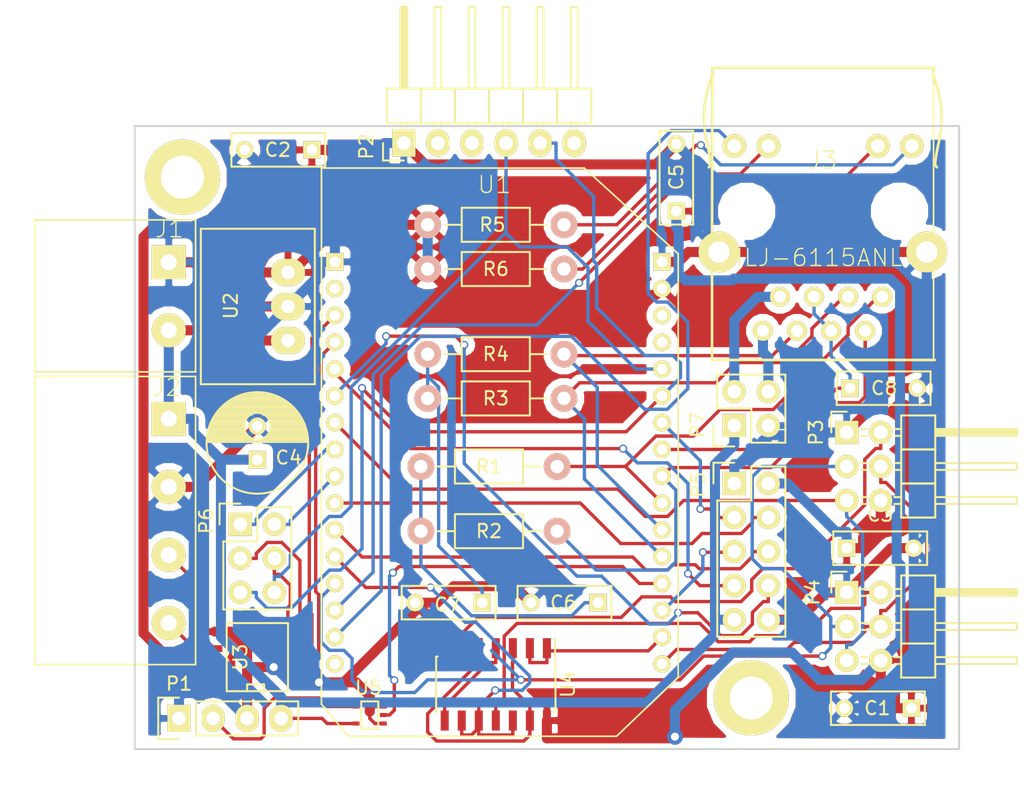
<source format=kicad_pcb>
(kicad_pcb (version 4) (host pcbnew 4.0.4-stable)

  (general
    (links 102)
    (no_connects 0)
    (area 146.2322 74.214999 232.503321 133.152476)
    (thickness 1.6)
    (drawings 4)
    (tracks 636)
    (zones 0)
    (modules 31)
    (nets 53)
  )

  (page A4)
  (layers
    (0 F.Cu signal)
    (31 B.Cu signal)
    (32 B.Adhes user)
    (33 F.Adhes user)
    (34 B.Paste user)
    (35 F.Paste user)
    (36 B.SilkS user)
    (37 F.SilkS user)
    (38 B.Mask user)
    (39 F.Mask user)
    (40 Dwgs.User user)
    (41 Cmts.User user)
    (42 Eco1.User user)
    (43 Eco2.User user)
    (44 Edge.Cuts user)
    (45 Margin user)
    (46 B.CrtYd user)
    (47 F.CrtYd user)
    (48 B.Fab user)
    (49 F.Fab user)
  )

  (setup
    (last_trace_width 0.25)
    (trace_clearance 0.2)
    (zone_clearance 0.508)
    (zone_45_only no)
    (trace_min 0.2)
    (segment_width 0.2)
    (edge_width 0.15)
    (via_size 0.6)
    (via_drill 0.4)
    (via_min_size 0.4)
    (via_min_drill 0.3)
    (uvia_size 0.3)
    (uvia_drill 0.1)
    (uvias_allowed no)
    (uvia_min_size 0.2)
    (uvia_min_drill 0.1)
    (pcb_text_width 0.3)
    (pcb_text_size 1.5 1.5)
    (mod_edge_width 0.15)
    (mod_text_size 1 1)
    (mod_text_width 0.15)
    (pad_size 5.6 5.6)
    (pad_drill 3.2)
    (pad_to_mask_clearance 0.2)
    (aux_axis_origin 0 0)
    (visible_elements FFFEFF7F)
    (pcbplotparams
      (layerselection 0x00030_80000001)
      (usegerberextensions false)
      (excludeedgelayer true)
      (linewidth 0.100000)
      (plotframeref false)
      (viasonmask false)
      (mode 1)
      (useauxorigin false)
      (hpglpennumber 1)
      (hpglpenspeed 20)
      (hpglpendiameter 15)
      (hpglpenoverlay 2)
      (psnegative false)
      (psa4output false)
      (plotreference true)
      (plotvalue true)
      (plotinvisibletext false)
      (padsonsilk false)
      (subtractmaskfromsilk false)
      (outputformat 1)
      (mirror false)
      (drillshape 1)
      (scaleselection 1)
      (outputdirectory ""))
  )

  (net 0 "")
  (net 1 +3V3)
  (net 2 GND)
  (net 3 +5V)
  (net 4 "Net-(C6-Pad1)")
  (net 5 "Net-(C7-Pad1)")
  (net 6 /ETH_NETPWR)
  (net 7 /SBB_DATA+)
  (net 8 /SBB_DATA-)
  (net 9 /ETH_TX+)
  (net 10 /ETH_TX-)
  (net 11 /ETH_RX+)
  (net 12 /ETH_RX-)
  (net 13 "Net-(J3-Pad9)")
  (net 14 /ETH_L1)
  (net 15 "Net-(J3-Pad11)")
  (net 16 /ETH_L2)
  (net 17 /Omega_RX)
  (net 18 /Omega_TX)
  (net 19 /I2C_SCL)
  (net 20 /I2C_SDA)
  (net 21 /G9)
  (net 22 /G19)
  (net 23 /G8)
  (net 24 /G17)
  (net 25 /G16)
  (net 26 /Omega_TX1)
  (net 27 /Omega_RX1)
  (net 28 "Net-(P6-Pad3)")
  (net 29 "Net-(P6-Pad4)")
  (net 30 /RS485_TXEN)
  (net 31 /RS485_RXEN)
  (net 32 /TOUCH_RST)
  (net 33 /TOUCH_CHG)
  (net 34 /ETH_PWR+)
  (net 35 /ETH_PWR-)
  (net 36 /I2C_SCL1)
  (net 37 /I2C_SCL2)
  (net 38 /RESET_BTN)
  (net 39 /TOUCH_SEL)
  (net 40 "Net-(U4-Pad13)")
  (net 41 "Net-(U4-Pad4)")
  (net 42 "Net-(MH1-Pad1)")
  (net 43 "Net-(MH2-Pad1)")
  (net 44 "Net-(P2-Pad2)")
  (net 45 "Net-(P2-Pad3)")
  (net 46 "Net-(P2-Pad6)")
  (net 47 "Net-(U1-PadB3)")
  (net 48 "Net-(U1-PadB4)")
  (net 49 "Net-(U1-PadA2)")
  (net 50 "Net-(U1-PadA16)")
  (net 51 /WS2813_DATA_5V)
  (net 52 /WS2813_DATA_3V)

  (net_class Default "This is the default net class."
    (clearance 0.2)
    (trace_width 0.25)
    (via_dia 0.6)
    (via_drill 0.4)
    (uvia_dia 0.3)
    (uvia_drill 0.1)
    (add_net /ETH_L1)
    (add_net /ETH_L2)
    (add_net /ETH_NETPWR)
    (add_net /ETH_RX+)
    (add_net /ETH_RX-)
    (add_net /ETH_TX+)
    (add_net /ETH_TX-)
    (add_net /G16)
    (add_net /G17)
    (add_net /G19)
    (add_net /G8)
    (add_net /G9)
    (add_net /I2C_SCL)
    (add_net /I2C_SCL1)
    (add_net /I2C_SCL2)
    (add_net /I2C_SDA)
    (add_net /Omega_RX)
    (add_net /Omega_RX1)
    (add_net /Omega_TX)
    (add_net /Omega_TX1)
    (add_net /RESET_BTN)
    (add_net /RS485_RXEN)
    (add_net /RS485_TXEN)
    (add_net /SBB_DATA+)
    (add_net /SBB_DATA-)
    (add_net /TOUCH_CHG)
    (add_net /TOUCH_RST)
    (add_net /TOUCH_SEL)
    (add_net /WS2813_DATA_3V)
    (add_net /WS2813_DATA_5V)
    (add_net "Net-(C6-Pad1)")
    (add_net "Net-(C7-Pad1)")
    (add_net "Net-(J3-Pad11)")
    (add_net "Net-(J3-Pad9)")
    (add_net "Net-(MH1-Pad1)")
    (add_net "Net-(MH2-Pad1)")
    (add_net "Net-(P2-Pad2)")
    (add_net "Net-(P2-Pad3)")
    (add_net "Net-(P2-Pad6)")
    (add_net "Net-(P6-Pad3)")
    (add_net "Net-(P6-Pad4)")
    (add_net "Net-(U1-PadA16)")
    (add_net "Net-(U1-PadA2)")
    (add_net "Net-(U1-PadB3)")
    (add_net "Net-(U1-PadB4)")
    (add_net "Net-(U4-Pad13)")
    (add_net "Net-(U4-Pad4)")
  )

  (net_class Power ""
    (clearance 0.2)
    (trace_width 0.75)
    (via_dia 1.2)
    (via_drill 0.6)
    (uvia_dia 1.2)
    (uvia_drill 0.6)
    (add_net +3V3)
    (add_net +5V)
    (add_net /ETH_PWR+)
    (add_net /ETH_PWR-)
    (add_net GND)
  )

  (module plan44-ONION-2MM-2X16 (layer F.Cu) (tedit 588C9D1E) (tstamp 57FE5CD2)
    (at 183.388 107.95)
    (descr "FOOTPRINT FÜR ONION OMEGA")
    (tags "FOOTPRINT FÜR ONION OMEGA")
    (path /57FDEEFD)
    (attr virtual)
    (fp_text reference U1 (at -0.1016 -19.7612) (layer F.SilkS)
      (effects (font (size 1.27 1.27) (thickness 0.1016)))
    )
    (fp_text value ONION-OMEGA2 (at -4.9276 -19.6596) (layer F.Fab)
      (effects (font (size 1.27 1.27) (thickness 0.1016)))
    )
    (fp_line (start -12.99972 -20.99818) (end 6.59892 -20.99818) (layer F.SilkS) (width 0.127))
    (fp_line (start 6.59892 -20.99818) (end 13.59916 -14.59992) (layer F.SilkS) (width 0.127))
    (fp_line (start 13.59916 -14.59992) (end 13.59916 16.99768) (layer F.SilkS) (width 0.127))
    (fp_line (start 13.59916 16.99768) (end 8.99922 21.3995) (layer F.SilkS) (width 0.127))
    (fp_line (start 8.99922 21.3995) (end -10.9982 21.3995) (layer F.SilkS) (width 0.127))
    (fp_line (start -10.9982 21.3995) (end -12.99972 18.9992) (layer F.SilkS) (width 0.127))
    (fp_line (start -12.99972 18.9992) (end -12.99972 -20.99818) (layer F.SilkS) (width 0.127))
    (pad B1 thru_hole rect (at 12.39774 -13.99794) (size 1.30556 1.30556) (drill 0.79756) (layers *.Cu *.Mask F.Paste F.SilkS)
      (net 2 GND))
    (pad B2 thru_hole circle (at 12.39774 -11.99896) (size 1.30556 1.30556) (drill 0.79756) (layers *.Cu *.Mask F.Paste F.SilkS)
      (net 1 +3V3))
    (pad B3 thru_hole circle (at 12.39774 -9.99998) (size 1.30556 1.30556) (drill 0.79756) (layers *.Cu *.Mask F.Paste F.SilkS)
      (net 47 "Net-(U1-PadB3)"))
    (pad B4 thru_hole circle (at 12.39774 -7.99846) (size 1.30556 1.30556) (drill 0.79756) (layers *.Cu *.Mask F.Paste F.SilkS)
      (net 48 "Net-(U1-PadB4)"))
    (pad B5 thru_hole circle (at 12.39774 -5.99948) (size 1.30556 1.30556) (drill 0.79756) (layers *.Cu *.Mask F.Paste F.SilkS)
      (net 17 /Omega_RX))
    (pad B6 thru_hole circle (at 12.39774 -3.99796) (size 1.30556 1.30556) (drill 0.79756) (layers *.Cu *.Mask F.Paste F.SilkS)
      (net 18 /Omega_TX))
    (pad B7 thru_hole circle (at 12.39774 -1.99898) (size 1.30556 1.30556) (drill 0.79756) (layers *.Cu *.Mask F.Paste F.SilkS)
      (net 38 /RESET_BTN))
    (pad B8 thru_hole circle (at 12.39774 0) (size 1.30556 1.30556) (drill 0.79756) (layers *.Cu *.Mask F.Paste F.SilkS)
      (net 6 /ETH_NETPWR))
    (pad B9 thru_hole circle (at 12.39774 1.99898) (size 1.30556 1.30556) (drill 0.79756) (layers *.Cu *.Mask F.Paste F.SilkS)
      (net 10 /ETH_TX-))
    (pad B10 thru_hole circle (at 12.39774 3.99796) (size 1.30556 1.30556) (drill 0.79756) (layers *.Cu *.Mask F.Paste F.SilkS)
      (net 9 /ETH_TX+))
    (pad B11 thru_hole circle (at 12.39774 5.99948) (size 1.30556 1.30556) (drill 0.79756) (layers *.Cu *.Mask F.Paste F.SilkS)
      (net 12 /ETH_RX-))
    (pad B12 thru_hole circle (at 12.39774 7.99846) (size 1.30556 1.30556) (drill 0.79756) (layers *.Cu *.Mask F.Paste F.SilkS)
      (net 11 /ETH_RX+))
    (pad B13 thru_hole circle (at 12.39774 9.99998) (size 1.30556 1.30556) (drill 0.79756) (layers *.Cu *.Mask F.Paste F.SilkS)
      (net 52 /WS2813_DATA_3V))
    (pad B14 thru_hole circle (at 12.39774 11.99896) (size 1.30556 1.30556) (drill 0.79756) (layers *.Cu *.Mask F.Paste F.SilkS)
      (net 22 /G19))
    (pad B15 thru_hole circle (at 12.39774 13.99794) (size 1.30556 1.30556) (drill 0.79756) (layers *.Cu *.Mask F.Paste F.SilkS)
      (net 19 /I2C_SCL))
    (pad B16 thru_hole circle (at 12.39774 15.99946) (size 1.30556 1.30556) (drill 0.79756) (layers *.Cu *.Mask F.Paste F.SilkS)
      (net 20 /I2C_SDA))
    (pad A1 thru_hole rect (at -11.99896 -13.99794) (size 1.30556 1.30556) (drill 0.79756) (layers *.Cu *.Mask F.Paste F.SilkS)
      (net 2 GND))
    (pad A2 thru_hole circle (at -11.99896 -11.99896) (size 1.30556 1.30556) (drill 0.79756) (layers *.Cu *.Mask F.Paste F.SilkS)
      (net 49 "Net-(U1-PadA2)"))
    (pad A3 thru_hole circle (at -11.99896 -9.99998) (size 1.30556 1.30556) (drill 0.79756) (layers *.Cu *.Mask F.Paste F.SilkS)
      (net 30 /RS485_TXEN))
    (pad A4 thru_hole circle (at -11.99896 -7.99846) (size 1.30556 1.30556) (drill 0.79756) (layers *.Cu *.Mask F.Paste F.SilkS)
      (net 31 /RS485_RXEN))
    (pad A5 thru_hole circle (at -11.99896 -5.99948) (size 1.30556 1.30556) (drill 0.79756) (layers *.Cu *.Mask F.Paste F.SilkS)
      (net 24 /G17))
    (pad A6 thru_hole circle (at -11.99896 -3.99796) (size 1.30556 1.30556) (drill 0.79756) (layers *.Cu *.Mask F.Paste F.SilkS)
      (net 25 /G16))
    (pad A7 thru_hole circle (at -11.99896 -1.99898) (size 1.30556 1.30556) (drill 0.79756) (layers *.Cu *.Mask F.Paste F.SilkS)
      (net 33 /TOUCH_CHG))
    (pad A8 thru_hole circle (at -11.99896 0) (size 1.30556 1.30556) (drill 0.79756) (layers *.Cu *.Mask F.Paste F.SilkS)
      (net 26 /Omega_TX1))
    (pad A9 thru_hole circle (at -11.99896 1.99898) (size 1.30556 1.30556) (drill 0.79756) (layers *.Cu *.Mask F.Paste F.SilkS)
      (net 27 /Omega_RX1))
    (pad A10 thru_hole circle (at -11.99896 3.99796) (size 1.30556 1.30556) (drill 0.79756) (layers *.Cu *.Mask F.Paste F.SilkS)
      (net 21 /G9))
    (pad A11 thru_hole circle (at -11.99896 5.99948) (size 1.30556 1.30556) (drill 0.79756) (layers *.Cu *.Mask F.Paste F.SilkS)
      (net 23 /G8))
    (pad A12 thru_hole circle (at -11.99896 7.99846) (size 1.30556 1.30556) (drill 0.79756) (layers *.Cu *.Mask F.Paste F.SilkS)
      (net 39 /TOUCH_SEL))
    (pad A13 thru_hole circle (at -11.99896 9.99998) (size 1.30556 1.30556) (drill 0.79756) (layers *.Cu *.Mask F.Paste F.SilkS)
      (net 32 /TOUCH_RST))
    (pad A14 thru_hole circle (at -11.99896 11.99896) (size 1.30556 1.30556) (drill 0.79756) (layers *.Cu *.Mask F.Paste F.SilkS)
      (net 14 /ETH_L1))
    (pad A15 thru_hole circle (at -11.99896 13.99794) (size 1.30556 1.30556) (drill 0.79756) (layers *.Cu *.Mask F.Paste F.SilkS)
      (net 16 /ETH_L2))
    (pad A16 thru_hole circle (at -11.99896 15.99946) (size 1.30556 1.30556) (drill 0.79756) (layers *.Cu *.Mask F.Paste F.SilkS)
      (net 50 "Net-(U1-PadA16)"))
  )

  (module plan44:plan44-HLJ-6115ANL (layer F.Cu) (tedit 581B6BD3) (tstamp 57FE51D6)
    (at 209.042 90.678)
    (descr "ETHERNET CONNECTOR (MAGJACK) FOR POE")
    (tags "ETHERNET CONNECTOR (MAGJACK) FOR POE")
    (path /57FDFFAA)
    (attr virtual)
    (fp_text reference J3 (at -1.27 -4.318 180) (layer F.SilkS)
      (effects (font (size 1.27 1.27) (thickness 0.1016)))
    )
    (fp_text value HLJ-6115ANL (at -1.90754 2.9591 180) (layer F.SilkS)
      (effects (font (size 1.27 1.27) (thickness 0.1016)))
    )
    (fp_line (start 7.0739 10.59434) (end -9.53262 10.59434) (layer F.SilkS) (width 0.2032))
    (fp_line (start -9.53262 10.59434) (end -9.53262 3.88874) (layer F.SilkS) (width 0.2032))
    (fp_line (start -9.53262 3.88874) (end -9.53262 1.28778) (layer F.SilkS) (width 0.2032))
    (fp_line (start -9.53262 1.32842) (end -9.50468 -11.20902) (layer F.SilkS) (width 0.2032))
    (fp_line (start -9.50468 -11.20902) (end 7.00278 -11.20902) (layer F.SilkS) (width 0.2032))
    (fp_line (start 7.00278 -11.20902) (end 6.92912 -10.68324) (layer F.SilkS) (width 0.2032))
    (fp_line (start -9.50468 -11.20902) (end -9.46912 -10.68324) (layer F.SilkS) (width 0.2032))
    (fp_line (start 6.98754 -11.19886) (end 6.98754 10.60958) (layer F.SilkS) (width 0.127))
    (fp_arc (start -0.53848 -7.48284) (end 6.92912 -10.68324) (angle 36.1) (layer F.SilkS) (width 0.2032))
    (fp_arc (start 23.15972 -2.02438) (end 7.10438 -4.13258) (angle 5.4) (layer F.SilkS) (width 0.2032))
    (fp_arc (start 7.50824 -4.08178) (end 7.22884 -3.7846) (angle 54.2) (layer F.SilkS) (width 0.2032))
    (fp_arc (start -1.99898 -7.48284) (end -9.9187 -5.65912) (angle 36.1) (layer F.SilkS) (width 0.2032))
    (fp_arc (start -25.69972 -2.02438) (end -9.9187 -5.65912) (angle 5.4) (layer F.SilkS) (width 0.2032))
    (fp_arc (start -10.04824 -4.08178) (end -9.64438 -4.13258) (angle 54.2) (layer F.SilkS) (width 0.2032))
    (pad "" np_thru_hole circle (at 4.45 -0.5) (size 3.25 3.25) (drill 3.25) (layers *.Cu *.Mask))
    (pad 1 thru_hole circle (at 3.15468 5.8801) (size 1.4986 1.4986) (drill 0.89916) (layers *.Cu *.Mask F.Paste F.SilkS)
      (net 9 /ETH_TX+))
    (pad 2 thru_hole circle (at 1.88468 8.4201) (size 1.4986 1.4986) (drill 0.89916) (layers *.Cu *.Mask F.Paste F.SilkS)
      (net 10 /ETH_TX-))
    (pad 3 thru_hole circle (at 0.61468 5.8801) (size 1.4986 1.4986) (drill 0.89916) (layers *.Cu *.Mask F.Paste F.SilkS)
      (net 11 /ETH_RX+))
    (pad 4 thru_hole circle (at -0.65278 8.4201) (size 1.4986 1.4986) (drill 0.89916) (layers *.Cu *.Mask F.Paste F.SilkS)
      (net 6 /ETH_NETPWR))
    (pad 5 thru_hole circle (at -1.92278 5.8801) (size 1.4986 1.4986) (drill 0.89916) (layers *.Cu *.Mask F.Paste F.SilkS)
      (net 6 /ETH_NETPWR))
    (pad 6 thru_hole circle (at -3.19278 8.4201) (size 1.4986 1.4986) (drill 0.89916) (layers *.Cu *.Mask F.Paste F.SilkS)
      (net 12 /ETH_RX-))
    (pad 7 thru_hole circle (at -4.46278 5.8801) (size 1.4986 1.4986) (drill 0.89916) (layers *.Cu *.Mask F.Paste F.SilkS)
      (net 34 /ETH_PWR+))
    (pad 8 thru_hole circle (at -5.73278 8.4201) (size 1.4986 1.4986) (drill 0.89916) (layers *.Cu *.Mask F.Paste F.SilkS)
      (net 35 /ETH_PWR-))
    (pad 9 thru_hole circle (at 5.36956 -5.36956) (size 1.778 1.778) (drill 1.016) (layers *.Cu *.Mask F.Paste F.SilkS)
      (net 13 "Net-(J3-Pad9)"))
    (pad 10 thru_hole circle (at 2.82956 -5.36956) (size 1.778 1.778) (drill 1.016) (layers *.Cu *.Mask F.Paste F.SilkS)
      (net 14 /ETH_L1))
    (pad 11 thru_hole circle (at -5.32892 -5.36956) (size 1.778 1.778) (drill 1.016) (layers *.Cu *.Mask F.Paste F.SilkS)
      (net 15 "Net-(J3-Pad11)"))
    (pad 12 thru_hole circle (at -7.86892 -5.36956) (size 1.778 1.778) (drill 1.016) (layers *.Cu *.Mask F.Paste F.SilkS)
      (net 16 /ETH_L2))
    (pad S1 thru_hole circle (at 6.477 2.54) (size 3.048 3.048) (drill 1.59766) (layers *.Cu *.Mask F.Paste F.SilkS)
      (net 2 GND))
    (pad S2 thru_hole circle (at -9.017 2.54) (size 3.048 3.048) (drill 1.59766) (layers *.Cu *.Mask F.Paste F.SilkS)
      (net 2 GND))
    (pad "" np_thru_hole circle (at -6.95 -0.5) (size 3.25 3.25) (drill 3.25) (layers *.Cu *.Mask))
  )

  (module plan44-Recom-R78Cxx (layer F.Cu) (tedit 588C9BE9) (tstamp 57FE0CE5)
    (at 167.894 94.742 270)
    (descr "Recom R-78HBxx.0.5")
    (tags "Recom DCDC R-78")
    (path /57FDEF18)
    (fp_text reference U2 (at 2.4892 4.2672 270) (layer F.SilkS)
      (effects (font (size 1 1) (thickness 0.15)))
    )
    (fp_text value Recom_R78Cxx (at 2.4 -3.2 270) (layer F.Fab)
      (effects (font (size 1 1) (thickness 0.15)))
    )
    (fp_line (start -3.5 -2.25) (end -3.5 6.75) (layer F.CrtYd) (width 0.05))
    (fp_line (start 8.6 -2.25) (end 8.6 6.75) (layer F.CrtYd) (width 0.05))
    (fp_line (start -3.5 -2.25) (end 8.6 -2.25) (layer F.CrtYd) (width 0.05))
    (fp_line (start -3.5 6.75) (end 8.6 6.75) (layer F.CrtYd) (width 0.05))
    (fp_line (start 8.34 -2) (end 8.34 6.5) (layer F.SilkS) (width 0.15))
    (fp_line (start 8.34 6.5) (end -3.26 6.5) (layer F.SilkS) (width 0.15))
    (fp_line (start -3.26 6.5) (end -3.26 -2) (layer F.SilkS) (width 0.15))
    (fp_line (start -3.26 -2) (end 8.34 -2) (layer F.SilkS) (width 0.15))
    (pad 2 thru_hole oval (at 2.54 0 270) (size 2.032 2.54) (drill 1) (layers *.Cu *.Mask F.SilkS)
      (net 2 GND))
    (pad 1 thru_hole oval (at 5.08 0 270) (size 2.032 2.54) (drill 1) (layers *.Cu *.Mask F.SilkS)
      (net 3 +5V))
    (pad 3 thru_hole oval (at 0 0 270) (size 2.032 2.54) (drill 1) (layers *.Cu *.Mask F.SilkS)
      (net 1 +3V3))
  )

  (module plan44:plan44-STELVIO-4P-508 (layer F.Cu) (tedit 588C9BA7) (tstamp 57FE51CB)
    (at 159.004 120.904 90)
    (path /57FE3B57)
    (attr virtual)
    (fp_text reference J2 (at 17.5768 -0.1524 180) (layer F.SilkS)
      (effects (font (size 1.27 1.27) (thickness 0.1016)))
    )
    (fp_text value SBB (at 7.62 -11.43 90) (layer F.Fab)
      (effects (font (thickness 0.15)))
    )
    (fp_line (start -3.0988 1.99898) (end -3.0988 -9.99998) (layer F.SilkS) (width 0.127))
    (fp_line (start -3.0988 -9.99998) (end 18.39976 -9.99998) (layer F.SilkS) (width 0.127))
    (fp_line (start 18.39976 -9.99998) (end 18.39976 1.99898) (layer F.SilkS) (width 0.127))
    (fp_line (start 18.39976 1.99898) (end -3.0988 1.99898) (layer F.SilkS) (width 0.127))
    (pad 1 thru_hole rect (at 15.24 0 90) (size 2.54 2.54) (drill 1.19888) (layers *.Cu *.Mask F.Paste F.SilkS)
      (net 3 +5V))
    (pad 2 thru_hole circle (at 10.16 0 90) (size 2.54 2.54) (drill 1.19888) (layers *.Cu *.Mask F.Paste F.SilkS)
      (net 2 GND))
    (pad 3 thru_hole circle (at 5.08 0 90) (size 2.54 2.54) (drill 1.19888) (layers *.Cu *.Mask F.Paste F.SilkS)
      (net 7 /SBB_DATA+))
    (pad 4 thru_hole circle (at 0 0 90) (size 2.54 2.54) (drill 1.19888) (layers *.Cu *.Mask F.Paste F.SilkS)
      (net 8 /SBB_DATA-))
  )

  (module plan44:plan44-STELVIO-2P-508 (layer F.Cu) (tedit 588C9BB3) (tstamp 57FE51C2)
    (at 159.004 109.22 90)
    (path /57FDEF11)
    (attr virtual)
    (fp_text reference J1 (at 17.7292 0.0508 180) (layer F.SilkS)
      (effects (font (size 1.27 1.27) (thickness 0.1016)))
    )
    (fp_text value STELVIO-2P-508 (at 12.7 -11.43 90) (layer F.Fab)
      (effects (font (size 1 1) (thickness 0.15)))
    )
    (fp_line (start 7.05866 1.99898) (end 7.05866 -9.99998) (layer F.SilkS) (width 0.127))
    (fp_line (start 7.05866 -9.99998) (end 18.39976 -9.99998) (layer F.SilkS) (width 0.127))
    (fp_line (start 18.39976 -9.99998) (end 18.39976 1.99898) (layer F.SilkS) (width 0.127))
    (fp_line (start 18.39976 1.99898) (end 7.05866 1.99898) (layer F.SilkS) (width 0.127))
    (pad 1 thru_hole rect (at 15.24 0 90) (size 2.54 2.54) (drill 1.19888) (layers *.Cu *.Mask F.Paste F.SilkS)
      (net 2 GND))
    (pad 2 thru_hole circle (at 10.16 0 90) (size 2.54 2.54) (drill 1.19888) (layers *.Cu *.Mask F.Paste F.SilkS)
      (net 3 +5V))
  )

  (module Capacitors_ThroughHole:C_Rect_L7_W2.5_P5 (layer F.Cu) (tedit 57FE27BF) (tstamp 57FE0A45)
    (at 214.376 127.254 180)
    (descr "Film Capacitor Length 7mm x Width 2.5mm, Pitch 5mm")
    (tags Capacitor)
    (path /57FDEF99)
    (fp_text reference C1 (at 2.54 0 180) (layer F.SilkS)
      (effects (font (size 1 1) (thickness 0.15)))
    )
    (fp_text value 100nF (at 2.5 2.5 180) (layer F.Fab)
      (effects (font (size 1 1) (thickness 0.15)))
    )
    (fp_line (start -1.25 -1.5) (end 6.25 -1.5) (layer F.CrtYd) (width 0.05))
    (fp_line (start 6.25 -1.5) (end 6.25 1.5) (layer F.CrtYd) (width 0.05))
    (fp_line (start 6.25 1.5) (end -1.25 1.5) (layer F.CrtYd) (width 0.05))
    (fp_line (start -1.25 1.5) (end -1.25 -1.5) (layer F.CrtYd) (width 0.05))
    (fp_line (start -1 -1.25) (end 6 -1.25) (layer F.SilkS) (width 0.15))
    (fp_line (start 6 -1.25) (end 6 1.25) (layer F.SilkS) (width 0.15))
    (fp_line (start 6 1.25) (end -1 1.25) (layer F.SilkS) (width 0.15))
    (fp_line (start -1 1.25) (end -1 -1.25) (layer F.SilkS) (width 0.15))
    (pad 1 thru_hole rect (at 0 0 180) (size 1.3 1.3) (drill 0.8) (layers *.Cu *.Mask F.SilkS)
      (net 1 +3V3))
    (pad 2 thru_hole circle (at 5 0 180) (size 1.3 1.3) (drill 0.8) (layers *.Cu *.Mask F.SilkS)
      (net 2 GND))
  )

  (module Capacitors_ThroughHole:C_Rect_L7_W2.5_P5 (layer F.Cu) (tedit 57FE27FA) (tstamp 57FE0A53)
    (at 169.672 85.598 180)
    (descr "Film Capacitor Length 7mm x Width 2.5mm, Pitch 5mm")
    (tags Capacitor)
    (path /57FDEFAC)
    (fp_text reference C2 (at 2.54 0 180) (layer F.SilkS)
      (effects (font (size 1 1) (thickness 0.15)))
    )
    (fp_text value 100nF (at 2.5 2.5 180) (layer F.Fab)
      (effects (font (size 1 1) (thickness 0.15)))
    )
    (fp_line (start -1.25 -1.5) (end 6.25 -1.5) (layer F.CrtYd) (width 0.05))
    (fp_line (start 6.25 -1.5) (end 6.25 1.5) (layer F.CrtYd) (width 0.05))
    (fp_line (start 6.25 1.5) (end -1.25 1.5) (layer F.CrtYd) (width 0.05))
    (fp_line (start -1.25 1.5) (end -1.25 -1.5) (layer F.CrtYd) (width 0.05))
    (fp_line (start -1 -1.25) (end 6 -1.25) (layer F.SilkS) (width 0.15))
    (fp_line (start 6 -1.25) (end 6 1.25) (layer F.SilkS) (width 0.15))
    (fp_line (start 6 1.25) (end -1 1.25) (layer F.SilkS) (width 0.15))
    (fp_line (start -1 1.25) (end -1 -1.25) (layer F.SilkS) (width 0.15))
    (pad 1 thru_hole rect (at 0 0 180) (size 1.3 1.3) (drill 0.8) (layers *.Cu *.Mask F.SilkS)
      (net 1 +3V3))
    (pad 2 thru_hole circle (at 5 0 180) (size 1.3 1.3) (drill 0.8) (layers *.Cu *.Mask F.SilkS)
      (net 2 GND))
  )

  (module Capacitors_ThroughHole:C_Rect_L7_W2.5_P5 (layer F.Cu) (tedit 0) (tstamp 57FE0A61)
    (at 209.55 115.316)
    (descr "Film Capacitor Length 7mm x Width 2.5mm, Pitch 5mm")
    (tags Capacitor)
    (path /57FDEF26)
    (fp_text reference C3 (at 2.5 -2.5) (layer F.SilkS)
      (effects (font (size 1 1) (thickness 0.15)))
    )
    (fp_text value 100nF (at 2.5 2.5) (layer F.Fab)
      (effects (font (size 1 1) (thickness 0.15)))
    )
    (fp_line (start -1.25 -1.5) (end 6.25 -1.5) (layer F.CrtYd) (width 0.05))
    (fp_line (start 6.25 -1.5) (end 6.25 1.5) (layer F.CrtYd) (width 0.05))
    (fp_line (start 6.25 1.5) (end -1.25 1.5) (layer F.CrtYd) (width 0.05))
    (fp_line (start -1.25 1.5) (end -1.25 -1.5) (layer F.CrtYd) (width 0.05))
    (fp_line (start -1 -1.25) (end 6 -1.25) (layer F.SilkS) (width 0.15))
    (fp_line (start 6 -1.25) (end 6 1.25) (layer F.SilkS) (width 0.15))
    (fp_line (start 6 1.25) (end -1 1.25) (layer F.SilkS) (width 0.15))
    (fp_line (start -1 1.25) (end -1 -1.25) (layer F.SilkS) (width 0.15))
    (pad 1 thru_hole rect (at 0 0) (size 1.3 1.3) (drill 0.8) (layers *.Cu *.Mask F.SilkS)
      (net 1 +3V3))
    (pad 2 thru_hole circle (at 5 0) (size 1.3 1.3) (drill 0.8) (layers *.Cu *.Mask F.SilkS)
      (net 2 GND))
  )

  (module Capacitors_ThroughHole:C_Rect_L7_W2.5_P5 (layer F.Cu) (tedit 57FE27EC) (tstamp 57FE0AAA)
    (at 196.85 90.17 90)
    (descr "Film Capacitor Length 7mm x Width 2.5mm, Pitch 5mm")
    (tags Capacitor)
    (path /57FDEF1F)
    (fp_text reference C5 (at 2.54 0 90) (layer F.SilkS)
      (effects (font (size 1 1) (thickness 0.15)))
    )
    (fp_text value 100nF (at 2.5 2.5 90) (layer F.Fab)
      (effects (font (size 1 1) (thickness 0.15)))
    )
    (fp_line (start -1.25 -1.5) (end 6.25 -1.5) (layer F.CrtYd) (width 0.05))
    (fp_line (start 6.25 -1.5) (end 6.25 1.5) (layer F.CrtYd) (width 0.05))
    (fp_line (start 6.25 1.5) (end -1.25 1.5) (layer F.CrtYd) (width 0.05))
    (fp_line (start -1.25 1.5) (end -1.25 -1.5) (layer F.CrtYd) (width 0.05))
    (fp_line (start -1 -1.25) (end 6 -1.25) (layer F.SilkS) (width 0.15))
    (fp_line (start 6 -1.25) (end 6 1.25) (layer F.SilkS) (width 0.15))
    (fp_line (start 6 1.25) (end -1 1.25) (layer F.SilkS) (width 0.15))
    (fp_line (start -1 1.25) (end -1 -1.25) (layer F.SilkS) (width 0.15))
    (pad 1 thru_hole rect (at 0 0 90) (size 1.3 1.3) (drill 0.8) (layers *.Cu *.Mask F.SilkS)
      (net 1 +3V3))
    (pad 2 thru_hole circle (at 5 0 90) (size 1.3 1.3) (drill 0.8) (layers *.Cu *.Mask F.SilkS)
      (net 2 GND))
  )

  (module Capacitors_ThroughHole:C_Rect_L7_W2.5_P5 (layer F.Cu) (tedit 588C997E) (tstamp 57FE0AB8)
    (at 191.008 119.38 180)
    (descr "Film Capacitor Length 7mm x Width 2.5mm, Pitch 5mm")
    (tags Capacitor)
    (path /57FE18E9)
    (fp_text reference C6 (at 2.5908 0 180) (layer F.SilkS)
      (effects (font (size 1 1) (thickness 0.15)))
    )
    (fp_text value 100nF (at 2.5 2.5 180) (layer F.Fab)
      (effects (font (size 1 1) (thickness 0.15)))
    )
    (fp_line (start -1.25 -1.5) (end 6.25 -1.5) (layer F.CrtYd) (width 0.05))
    (fp_line (start 6.25 -1.5) (end 6.25 1.5) (layer F.CrtYd) (width 0.05))
    (fp_line (start 6.25 1.5) (end -1.25 1.5) (layer F.CrtYd) (width 0.05))
    (fp_line (start -1.25 1.5) (end -1.25 -1.5) (layer F.CrtYd) (width 0.05))
    (fp_line (start -1 -1.25) (end 6 -1.25) (layer F.SilkS) (width 0.15))
    (fp_line (start 6 -1.25) (end 6 1.25) (layer F.SilkS) (width 0.15))
    (fp_line (start 6 1.25) (end -1 1.25) (layer F.SilkS) (width 0.15))
    (fp_line (start -1 1.25) (end -1 -1.25) (layer F.SilkS) (width 0.15))
    (pad 1 thru_hole rect (at 0 0 180) (size 1.3 1.3) (drill 0.8) (layers *.Cu *.Mask F.SilkS)
      (net 4 "Net-(C6-Pad1)"))
    (pad 2 thru_hole circle (at 5 0 180) (size 1.3 1.3) (drill 0.8) (layers *.Cu *.Mask F.SilkS)
      (net 2 GND))
  )

  (module Capacitors_ThroughHole:C_Rect_L7_W2.5_P5 (layer F.Cu) (tedit 588C9978) (tstamp 57FE0AC6)
    (at 182.372 119.38 180)
    (descr "Film Capacitor Length 7mm x Width 2.5mm, Pitch 5mm")
    (tags Capacitor)
    (path /57FE1952)
    (fp_text reference C7 (at 2.5908 -0.1524 180) (layer F.SilkS)
      (effects (font (size 1 1) (thickness 0.15)))
    )
    (fp_text value 100nF (at 2.5 2.5 180) (layer F.Fab)
      (effects (font (size 1 1) (thickness 0.15)))
    )
    (fp_line (start -1.25 -1.5) (end 6.25 -1.5) (layer F.CrtYd) (width 0.05))
    (fp_line (start 6.25 -1.5) (end 6.25 1.5) (layer F.CrtYd) (width 0.05))
    (fp_line (start 6.25 1.5) (end -1.25 1.5) (layer F.CrtYd) (width 0.05))
    (fp_line (start -1.25 1.5) (end -1.25 -1.5) (layer F.CrtYd) (width 0.05))
    (fp_line (start -1 -1.25) (end 6 -1.25) (layer F.SilkS) (width 0.15))
    (fp_line (start 6 -1.25) (end 6 1.25) (layer F.SilkS) (width 0.15))
    (fp_line (start 6 1.25) (end -1 1.25) (layer F.SilkS) (width 0.15))
    (fp_line (start -1 1.25) (end -1 -1.25) (layer F.SilkS) (width 0.15))
    (pad 1 thru_hole rect (at 0 0 180) (size 1.3 1.3) (drill 0.8) (layers *.Cu *.Mask F.SilkS)
      (net 5 "Net-(C7-Pad1)"))
    (pad 2 thru_hole circle (at 5 0 180) (size 1.3 1.3) (drill 0.8) (layers *.Cu *.Mask F.SilkS)
      (net 2 GND))
  )

  (module Capacitors_ThroughHole:C_Rect_L7_W2.5_P5 (layer F.Cu) (tedit 57FE27C7) (tstamp 57FE0AD4)
    (at 209.804 103.378)
    (descr "Film Capacitor Length 7mm x Width 2.5mm, Pitch 5mm")
    (tags Capacitor)
    (path /57FE0D5B)
    (fp_text reference C8 (at 2.54 0) (layer F.SilkS)
      (effects (font (size 1 1) (thickness 0.15)))
    )
    (fp_text value 1uF (at 2.5 2.5) (layer F.Fab)
      (effects (font (size 1 1) (thickness 0.15)))
    )
    (fp_line (start -1.25 -1.5) (end 6.25 -1.5) (layer F.CrtYd) (width 0.05))
    (fp_line (start 6.25 -1.5) (end 6.25 1.5) (layer F.CrtYd) (width 0.05))
    (fp_line (start 6.25 1.5) (end -1.25 1.5) (layer F.CrtYd) (width 0.05))
    (fp_line (start -1.25 1.5) (end -1.25 -1.5) (layer F.CrtYd) (width 0.05))
    (fp_line (start -1 -1.25) (end 6 -1.25) (layer F.SilkS) (width 0.15))
    (fp_line (start 6 -1.25) (end 6 1.25) (layer F.SilkS) (width 0.15))
    (fp_line (start 6 1.25) (end -1 1.25) (layer F.SilkS) (width 0.15))
    (fp_line (start -1 1.25) (end -1 -1.25) (layer F.SilkS) (width 0.15))
    (pad 1 thru_hole rect (at 0 0) (size 1.3 1.3) (drill 0.8) (layers *.Cu *.Mask F.SilkS)
      (net 6 /ETH_NETPWR))
    (pad 2 thru_hole circle (at 5 0) (size 1.3 1.3) (drill 0.8) (layers *.Cu *.Mask F.SilkS)
      (net 2 GND))
  )

  (module Pin_Headers:Pin_Header_Straight_1x04 (layer F.Cu) (tedit 588C9BCE) (tstamp 57FE0B23)
    (at 159.766 128.016 90)
    (descr "Through hole pin header")
    (tags "pin header")
    (path /57FDF648)
    (fp_text reference P1 (at 2.5908 0 180) (layer F.SilkS)
      (effects (font (size 1 1) (thickness 0.15)))
    )
    (fp_text value CONN_01X04 (at 0 -3.1 90) (layer F.Fab)
      (effects (font (size 1 1) (thickness 0.15)))
    )
    (fp_line (start -1.75 -1.75) (end -1.75 9.4) (layer F.CrtYd) (width 0.05))
    (fp_line (start 1.75 -1.75) (end 1.75 9.4) (layer F.CrtYd) (width 0.05))
    (fp_line (start -1.75 -1.75) (end 1.75 -1.75) (layer F.CrtYd) (width 0.05))
    (fp_line (start -1.75 9.4) (end 1.75 9.4) (layer F.CrtYd) (width 0.05))
    (fp_line (start -1.27 1.27) (end -1.27 8.89) (layer F.SilkS) (width 0.15))
    (fp_line (start 1.27 1.27) (end 1.27 8.89) (layer F.SilkS) (width 0.15))
    (fp_line (start 1.55 -1.55) (end 1.55 0) (layer F.SilkS) (width 0.15))
    (fp_line (start -1.27 8.89) (end 1.27 8.89) (layer F.SilkS) (width 0.15))
    (fp_line (start 1.27 1.27) (end -1.27 1.27) (layer F.SilkS) (width 0.15))
    (fp_line (start -1.55 0) (end -1.55 -1.55) (layer F.SilkS) (width 0.15))
    (fp_line (start -1.55 -1.55) (end 1.55 -1.55) (layer F.SilkS) (width 0.15))
    (pad 1 thru_hole rect (at 0 0 90) (size 2.032 1.7272) (drill 1.016) (layers *.Cu *.Mask F.SilkS)
      (net 2 GND))
    (pad 2 thru_hole oval (at 0 2.54 90) (size 2.032 1.7272) (drill 1.016) (layers *.Cu *.Mask F.SilkS)
      (net 51 /WS2813_DATA_5V))
    (pad 3 thru_hole oval (at 0 5.08 90) (size 2.032 1.7272) (drill 1.016) (layers *.Cu *.Mask F.SilkS)
      (net 2 GND))
    (pad 4 thru_hole oval (at 0 7.62 90) (size 2.032 1.7272) (drill 1.016) (layers *.Cu *.Mask F.SilkS)
      (net 3 +5V))
    (model Pin_Headers.3dshapes/Pin_Header_Straight_1x04.wrl
      (at (xyz 0 -0.15 0))
      (scale (xyz 1 1 1))
      (rotate (xyz 0 0 90))
    )
  )

  (module Pin_Headers:Pin_Header_Angled_1x06 (layer F.Cu) (tedit 57FE27F6) (tstamp 57FE0B6E)
    (at 176.53 85.09 90)
    (descr "Through hole pin header")
    (tags "pin header")
    (path /57FDEF6C)
    (fp_text reference P2 (at -0.254 -2.794 90) (layer F.SilkS)
      (effects (font (size 1 1) (thickness 0.15)))
    )
    (fp_text value FDI_Cable (at 0 -3.1 90) (layer F.Fab)
      (effects (font (size 1 1) (thickness 0.15)))
    )
    (fp_line (start -1.5 -1.75) (end -1.5 14.45) (layer F.CrtYd) (width 0.05))
    (fp_line (start 10.65 -1.75) (end 10.65 14.45) (layer F.CrtYd) (width 0.05))
    (fp_line (start -1.5 -1.75) (end 10.65 -1.75) (layer F.CrtYd) (width 0.05))
    (fp_line (start -1.5 14.45) (end 10.65 14.45) (layer F.CrtYd) (width 0.05))
    (fp_line (start -1.3 -1.55) (end -1.3 0) (layer F.SilkS) (width 0.15))
    (fp_line (start 0 -1.55) (end -1.3 -1.55) (layer F.SilkS) (width 0.15))
    (fp_line (start 4.191 -0.127) (end 10.033 -0.127) (layer F.SilkS) (width 0.15))
    (fp_line (start 10.033 -0.127) (end 10.033 0.127) (layer F.SilkS) (width 0.15))
    (fp_line (start 10.033 0.127) (end 4.191 0.127) (layer F.SilkS) (width 0.15))
    (fp_line (start 4.191 0.127) (end 4.191 0) (layer F.SilkS) (width 0.15))
    (fp_line (start 4.191 0) (end 10.033 0) (layer F.SilkS) (width 0.15))
    (fp_line (start 1.524 -0.254) (end 1.143 -0.254) (layer F.SilkS) (width 0.15))
    (fp_line (start 1.524 0.254) (end 1.143 0.254) (layer F.SilkS) (width 0.15))
    (fp_line (start 1.524 2.286) (end 1.143 2.286) (layer F.SilkS) (width 0.15))
    (fp_line (start 1.524 2.794) (end 1.143 2.794) (layer F.SilkS) (width 0.15))
    (fp_line (start 1.524 4.826) (end 1.143 4.826) (layer F.SilkS) (width 0.15))
    (fp_line (start 1.524 5.334) (end 1.143 5.334) (layer F.SilkS) (width 0.15))
    (fp_line (start 1.524 12.954) (end 1.143 12.954) (layer F.SilkS) (width 0.15))
    (fp_line (start 1.524 12.446) (end 1.143 12.446) (layer F.SilkS) (width 0.15))
    (fp_line (start 1.524 10.414) (end 1.143 10.414) (layer F.SilkS) (width 0.15))
    (fp_line (start 1.524 9.906) (end 1.143 9.906) (layer F.SilkS) (width 0.15))
    (fp_line (start 1.524 7.874) (end 1.143 7.874) (layer F.SilkS) (width 0.15))
    (fp_line (start 1.524 7.366) (end 1.143 7.366) (layer F.SilkS) (width 0.15))
    (fp_line (start 1.524 -1.27) (end 4.064 -1.27) (layer F.SilkS) (width 0.15))
    (fp_line (start 1.524 1.27) (end 4.064 1.27) (layer F.SilkS) (width 0.15))
    (fp_line (start 1.524 1.27) (end 1.524 3.81) (layer F.SilkS) (width 0.15))
    (fp_line (start 1.524 3.81) (end 4.064 3.81) (layer F.SilkS) (width 0.15))
    (fp_line (start 4.064 2.286) (end 10.16 2.286) (layer F.SilkS) (width 0.15))
    (fp_line (start 10.16 2.286) (end 10.16 2.794) (layer F.SilkS) (width 0.15))
    (fp_line (start 10.16 2.794) (end 4.064 2.794) (layer F.SilkS) (width 0.15))
    (fp_line (start 4.064 3.81) (end 4.064 1.27) (layer F.SilkS) (width 0.15))
    (fp_line (start 4.064 1.27) (end 4.064 -1.27) (layer F.SilkS) (width 0.15))
    (fp_line (start 10.16 0.254) (end 4.064 0.254) (layer F.SilkS) (width 0.15))
    (fp_line (start 10.16 -0.254) (end 10.16 0.254) (layer F.SilkS) (width 0.15))
    (fp_line (start 4.064 -0.254) (end 10.16 -0.254) (layer F.SilkS) (width 0.15))
    (fp_line (start 1.524 1.27) (end 4.064 1.27) (layer F.SilkS) (width 0.15))
    (fp_line (start 1.524 -1.27) (end 1.524 1.27) (layer F.SilkS) (width 0.15))
    (fp_line (start 1.524 8.89) (end 4.064 8.89) (layer F.SilkS) (width 0.15))
    (fp_line (start 1.524 8.89) (end 1.524 11.43) (layer F.SilkS) (width 0.15))
    (fp_line (start 1.524 11.43) (end 4.064 11.43) (layer F.SilkS) (width 0.15))
    (fp_line (start 4.064 9.906) (end 10.16 9.906) (layer F.SilkS) (width 0.15))
    (fp_line (start 10.16 9.906) (end 10.16 10.414) (layer F.SilkS) (width 0.15))
    (fp_line (start 10.16 10.414) (end 4.064 10.414) (layer F.SilkS) (width 0.15))
    (fp_line (start 4.064 11.43) (end 4.064 8.89) (layer F.SilkS) (width 0.15))
    (fp_line (start 4.064 13.97) (end 4.064 11.43) (layer F.SilkS) (width 0.15))
    (fp_line (start 10.16 12.954) (end 4.064 12.954) (layer F.SilkS) (width 0.15))
    (fp_line (start 10.16 12.446) (end 10.16 12.954) (layer F.SilkS) (width 0.15))
    (fp_line (start 4.064 12.446) (end 10.16 12.446) (layer F.SilkS) (width 0.15))
    (fp_line (start 1.524 13.97) (end 4.064 13.97) (layer F.SilkS) (width 0.15))
    (fp_line (start 1.524 11.43) (end 1.524 13.97) (layer F.SilkS) (width 0.15))
    (fp_line (start 1.524 11.43) (end 4.064 11.43) (layer F.SilkS) (width 0.15))
    (fp_line (start 1.524 6.35) (end 4.064 6.35) (layer F.SilkS) (width 0.15))
    (fp_line (start 1.524 6.35) (end 1.524 8.89) (layer F.SilkS) (width 0.15))
    (fp_line (start 1.524 8.89) (end 4.064 8.89) (layer F.SilkS) (width 0.15))
    (fp_line (start 4.064 7.366) (end 10.16 7.366) (layer F.SilkS) (width 0.15))
    (fp_line (start 10.16 7.366) (end 10.16 7.874) (layer F.SilkS) (width 0.15))
    (fp_line (start 10.16 7.874) (end 4.064 7.874) (layer F.SilkS) (width 0.15))
    (fp_line (start 4.064 8.89) (end 4.064 6.35) (layer F.SilkS) (width 0.15))
    (fp_line (start 4.064 6.35) (end 4.064 3.81) (layer F.SilkS) (width 0.15))
    (fp_line (start 10.16 5.334) (end 4.064 5.334) (layer F.SilkS) (width 0.15))
    (fp_line (start 10.16 4.826) (end 10.16 5.334) (layer F.SilkS) (width 0.15))
    (fp_line (start 4.064 4.826) (end 10.16 4.826) (layer F.SilkS) (width 0.15))
    (fp_line (start 1.524 6.35) (end 4.064 6.35) (layer F.SilkS) (width 0.15))
    (fp_line (start 1.524 3.81) (end 1.524 6.35) (layer F.SilkS) (width 0.15))
    (fp_line (start 1.524 3.81) (end 4.064 3.81) (layer F.SilkS) (width 0.15))
    (pad 1 thru_hole rect (at 0 0 90) (size 2.032 1.7272) (drill 1.016) (layers *.Cu *.Mask F.SilkS)
      (net 2 GND))
    (pad 2 thru_hole oval (at 0 2.54 90) (size 2.032 1.7272) (drill 1.016) (layers *.Cu *.Mask F.SilkS)
      (net 44 "Net-(P2-Pad2)"))
    (pad 3 thru_hole oval (at 0 5.08 90) (size 2.032 1.7272) (drill 1.016) (layers *.Cu *.Mask F.SilkS)
      (net 45 "Net-(P2-Pad3)"))
    (pad 4 thru_hole oval (at 0 7.62 90) (size 2.032 1.7272) (drill 1.016) (layers *.Cu *.Mask F.SilkS)
      (net 17 /Omega_RX))
    (pad 5 thru_hole oval (at 0 10.16 90) (size 2.032 1.7272) (drill 1.016) (layers *.Cu *.Mask F.SilkS)
      (net 18 /Omega_TX))
    (pad 6 thru_hole oval (at 0 12.7 90) (size 2.032 1.7272) (drill 1.016) (layers *.Cu *.Mask F.SilkS)
      (net 46 "Net-(P2-Pad6)"))
    (model Pin_Headers.3dshapes/Pin_Header_Angled_1x06.wrl
      (at (xyz 0 -0.25 0))
      (scale (xyz 1 1 1))
      (rotate (xyz 0 0 90))
    )
  )

  (module Pin_Headers:Pin_Header_Angled_2x03 (layer F.Cu) (tedit 57FE27B1) (tstamp 57FE0BA5)
    (at 209.55 106.68)
    (descr "Through hole pin header")
    (tags "pin header")
    (path /57FDEF7B)
    (fp_text reference P3 (at -2.286 0 90) (layer F.SilkS)
      (effects (font (size 1 1) (thickness 0.15)))
    )
    (fp_text value CONN_02X03 (at 0 -3.1) (layer F.Fab)
      (effects (font (size 1 1) (thickness 0.15)))
    )
    (fp_line (start -1.35 -1.75) (end -1.35 6.85) (layer F.CrtYd) (width 0.05))
    (fp_line (start 13.2 -1.75) (end 13.2 6.85) (layer F.CrtYd) (width 0.05))
    (fp_line (start -1.35 -1.75) (end 13.2 -1.75) (layer F.CrtYd) (width 0.05))
    (fp_line (start -1.35 6.85) (end 13.2 6.85) (layer F.CrtYd) (width 0.05))
    (fp_line (start 1.524 5.334) (end 1.016 5.334) (layer F.SilkS) (width 0.15))
    (fp_line (start 1.524 4.826) (end 1.016 4.826) (layer F.SilkS) (width 0.15))
    (fp_line (start 1.524 2.794) (end 1.016 2.794) (layer F.SilkS) (width 0.15))
    (fp_line (start 1.524 2.286) (end 1.016 2.286) (layer F.SilkS) (width 0.15))
    (fp_line (start 1.524 0.254) (end 1.016 0.254) (layer F.SilkS) (width 0.15))
    (fp_line (start 1.524 -0.254) (end 1.016 -0.254) (layer F.SilkS) (width 0.15))
    (fp_line (start 4.064 2.286) (end 3.556 2.286) (layer F.SilkS) (width 0.15))
    (fp_line (start 4.064 2.794) (end 3.556 2.794) (layer F.SilkS) (width 0.15))
    (fp_line (start 4.064 4.826) (end 3.556 4.826) (layer F.SilkS) (width 0.15))
    (fp_line (start 4.064 5.334) (end 3.556 5.334) (layer F.SilkS) (width 0.15))
    (fp_line (start 4.064 -0.254) (end 3.556 -0.254) (layer F.SilkS) (width 0.15))
    (fp_line (start 4.064 0.254) (end 3.556 0.254) (layer F.SilkS) (width 0.15))
    (fp_line (start 0 -1.55) (end -1.15 -1.55) (layer F.SilkS) (width 0.15))
    (fp_line (start -1.15 -1.55) (end -1.15 0) (layer F.SilkS) (width 0.15))
    (fp_line (start 6.604 -0.127) (end 12.573 -0.127) (layer F.SilkS) (width 0.15))
    (fp_line (start 12.573 -0.127) (end 12.573 0.127) (layer F.SilkS) (width 0.15))
    (fp_line (start 12.573 0.127) (end 6.731 0.127) (layer F.SilkS) (width 0.15))
    (fp_line (start 6.731 0.127) (end 6.731 0) (layer F.SilkS) (width 0.15))
    (fp_line (start 6.731 0) (end 12.573 0) (layer F.SilkS) (width 0.15))
    (fp_line (start 4.064 1.27) (end 4.064 3.81) (layer F.SilkS) (width 0.15))
    (fp_line (start 4.064 3.81) (end 6.604 3.81) (layer F.SilkS) (width 0.15))
    (fp_line (start 6.604 2.286) (end 12.7 2.286) (layer F.SilkS) (width 0.15))
    (fp_line (start 12.7 2.286) (end 12.7 2.794) (layer F.SilkS) (width 0.15))
    (fp_line (start 12.7 2.794) (end 6.604 2.794) (layer F.SilkS) (width 0.15))
    (fp_line (start 6.604 3.81) (end 6.604 1.27) (layer F.SilkS) (width 0.15))
    (fp_line (start 4.064 6.35) (end 6.604 6.35) (layer F.SilkS) (width 0.15))
    (fp_line (start 6.604 6.35) (end 6.604 3.81) (layer F.SilkS) (width 0.15))
    (fp_line (start 12.7 5.334) (end 6.604 5.334) (layer F.SilkS) (width 0.15))
    (fp_line (start 12.7 4.826) (end 12.7 5.334) (layer F.SilkS) (width 0.15))
    (fp_line (start 6.604 4.826) (end 12.7 4.826) (layer F.SilkS) (width 0.15))
    (fp_line (start 4.064 6.35) (end 6.604 6.35) (layer F.SilkS) (width 0.15))
    (fp_line (start 4.064 3.81) (end 4.064 6.35) (layer F.SilkS) (width 0.15))
    (fp_line (start 4.064 3.81) (end 6.604 3.81) (layer F.SilkS) (width 0.15))
    (fp_line (start 4.064 1.27) (end 6.604 1.27) (layer F.SilkS) (width 0.15))
    (fp_line (start 6.604 1.27) (end 6.604 -1.27) (layer F.SilkS) (width 0.15))
    (fp_line (start 12.7 0.254) (end 6.604 0.254) (layer F.SilkS) (width 0.15))
    (fp_line (start 12.7 -0.254) (end 12.7 0.254) (layer F.SilkS) (width 0.15))
    (fp_line (start 6.604 -0.254) (end 12.7 -0.254) (layer F.SilkS) (width 0.15))
    (fp_line (start 4.064 1.27) (end 6.604 1.27) (layer F.SilkS) (width 0.15))
    (fp_line (start 4.064 -1.27) (end 4.064 1.27) (layer F.SilkS) (width 0.15))
    (fp_line (start 4.064 -1.27) (end 6.604 -1.27) (layer F.SilkS) (width 0.15))
    (pad 1 thru_hole rect (at 0 0) (size 1.7272 1.7272) (drill 1.016) (layers *.Cu *.Mask F.SilkS)
      (net 2 GND))
    (pad 2 thru_hole oval (at 2.54 0) (size 1.7272 1.7272) (drill 1.016) (layers *.Cu *.Mask F.SilkS)
      (net 36 /I2C_SCL1))
    (pad 3 thru_hole oval (at 0 2.54) (size 1.7272 1.7272) (drill 1.016) (layers *.Cu *.Mask F.SilkS)
      (net 32 /TOUCH_RST))
    (pad 4 thru_hole oval (at 2.54 2.54) (size 1.7272 1.7272) (drill 1.016) (layers *.Cu *.Mask F.SilkS)
      (net 20 /I2C_SDA))
    (pad 5 thru_hole oval (at 0 5.08) (size 1.7272 1.7272) (drill 1.016) (layers *.Cu *.Mask F.SilkS)
      (net 33 /TOUCH_CHG))
    (pad 6 thru_hole oval (at 2.54 5.08) (size 1.7272 1.7272) (drill 1.016) (layers *.Cu *.Mask F.SilkS)
      (net 1 +3V3))
    (model Pin_Headers.3dshapes/Pin_Header_Angled_2x03.wrl
      (at (xyz 0.05 -0.1 0))
      (scale (xyz 1 1 1))
      (rotate (xyz 0 0 90))
    )
  )

  (module Pin_Headers:Pin_Header_Angled_2x03 (layer F.Cu) (tedit 57FE27B9) (tstamp 57FE0BDC)
    (at 209.55 118.618)
    (descr "Through hole pin header")
    (tags "pin header")
    (path /57FDEF82)
    (fp_text reference P4 (at -2.54 0 90) (layer F.SilkS)
      (effects (font (size 1 1) (thickness 0.15)))
    )
    (fp_text value CONN_02X03 (at 0 -3.1) (layer F.Fab)
      (effects (font (size 1 1) (thickness 0.15)))
    )
    (fp_line (start -1.35 -1.75) (end -1.35 6.85) (layer F.CrtYd) (width 0.05))
    (fp_line (start 13.2 -1.75) (end 13.2 6.85) (layer F.CrtYd) (width 0.05))
    (fp_line (start -1.35 -1.75) (end 13.2 -1.75) (layer F.CrtYd) (width 0.05))
    (fp_line (start -1.35 6.85) (end 13.2 6.85) (layer F.CrtYd) (width 0.05))
    (fp_line (start 1.524 5.334) (end 1.016 5.334) (layer F.SilkS) (width 0.15))
    (fp_line (start 1.524 4.826) (end 1.016 4.826) (layer F.SilkS) (width 0.15))
    (fp_line (start 1.524 2.794) (end 1.016 2.794) (layer F.SilkS) (width 0.15))
    (fp_line (start 1.524 2.286) (end 1.016 2.286) (layer F.SilkS) (width 0.15))
    (fp_line (start 1.524 0.254) (end 1.016 0.254) (layer F.SilkS) (width 0.15))
    (fp_line (start 1.524 -0.254) (end 1.016 -0.254) (layer F.SilkS) (width 0.15))
    (fp_line (start 4.064 2.286) (end 3.556 2.286) (layer F.SilkS) (width 0.15))
    (fp_line (start 4.064 2.794) (end 3.556 2.794) (layer F.SilkS) (width 0.15))
    (fp_line (start 4.064 4.826) (end 3.556 4.826) (layer F.SilkS) (width 0.15))
    (fp_line (start 4.064 5.334) (end 3.556 5.334) (layer F.SilkS) (width 0.15))
    (fp_line (start 4.064 -0.254) (end 3.556 -0.254) (layer F.SilkS) (width 0.15))
    (fp_line (start 4.064 0.254) (end 3.556 0.254) (layer F.SilkS) (width 0.15))
    (fp_line (start 0 -1.55) (end -1.15 -1.55) (layer F.SilkS) (width 0.15))
    (fp_line (start -1.15 -1.55) (end -1.15 0) (layer F.SilkS) (width 0.15))
    (fp_line (start 6.604 -0.127) (end 12.573 -0.127) (layer F.SilkS) (width 0.15))
    (fp_line (start 12.573 -0.127) (end 12.573 0.127) (layer F.SilkS) (width 0.15))
    (fp_line (start 12.573 0.127) (end 6.731 0.127) (layer F.SilkS) (width 0.15))
    (fp_line (start 6.731 0.127) (end 6.731 0) (layer F.SilkS) (width 0.15))
    (fp_line (start 6.731 0) (end 12.573 0) (layer F.SilkS) (width 0.15))
    (fp_line (start 4.064 1.27) (end 4.064 3.81) (layer F.SilkS) (width 0.15))
    (fp_line (start 4.064 3.81) (end 6.604 3.81) (layer F.SilkS) (width 0.15))
    (fp_line (start 6.604 2.286) (end 12.7 2.286) (layer F.SilkS) (width 0.15))
    (fp_line (start 12.7 2.286) (end 12.7 2.794) (layer F.SilkS) (width 0.15))
    (fp_line (start 12.7 2.794) (end 6.604 2.794) (layer F.SilkS) (width 0.15))
    (fp_line (start 6.604 3.81) (end 6.604 1.27) (layer F.SilkS) (width 0.15))
    (fp_line (start 4.064 6.35) (end 6.604 6.35) (layer F.SilkS) (width 0.15))
    (fp_line (start 6.604 6.35) (end 6.604 3.81) (layer F.SilkS) (width 0.15))
    (fp_line (start 12.7 5.334) (end 6.604 5.334) (layer F.SilkS) (width 0.15))
    (fp_line (start 12.7 4.826) (end 12.7 5.334) (layer F.SilkS) (width 0.15))
    (fp_line (start 6.604 4.826) (end 12.7 4.826) (layer F.SilkS) (width 0.15))
    (fp_line (start 4.064 6.35) (end 6.604 6.35) (layer F.SilkS) (width 0.15))
    (fp_line (start 4.064 3.81) (end 4.064 6.35) (layer F.SilkS) (width 0.15))
    (fp_line (start 4.064 3.81) (end 6.604 3.81) (layer F.SilkS) (width 0.15))
    (fp_line (start 4.064 1.27) (end 6.604 1.27) (layer F.SilkS) (width 0.15))
    (fp_line (start 6.604 1.27) (end 6.604 -1.27) (layer F.SilkS) (width 0.15))
    (fp_line (start 12.7 0.254) (end 6.604 0.254) (layer F.SilkS) (width 0.15))
    (fp_line (start 12.7 -0.254) (end 12.7 0.254) (layer F.SilkS) (width 0.15))
    (fp_line (start 6.604 -0.254) (end 12.7 -0.254) (layer F.SilkS) (width 0.15))
    (fp_line (start 4.064 1.27) (end 6.604 1.27) (layer F.SilkS) (width 0.15))
    (fp_line (start 4.064 -1.27) (end 4.064 1.27) (layer F.SilkS) (width 0.15))
    (fp_line (start 4.064 -1.27) (end 6.604 -1.27) (layer F.SilkS) (width 0.15))
    (pad 1 thru_hole rect (at 0 0) (size 1.7272 1.7272) (drill 1.016) (layers *.Cu *.Mask F.SilkS)
      (net 2 GND))
    (pad 2 thru_hole oval (at 2.54 0) (size 1.7272 1.7272) (drill 1.016) (layers *.Cu *.Mask F.SilkS)
      (net 37 /I2C_SCL2))
    (pad 3 thru_hole oval (at 0 2.54) (size 1.7272 1.7272) (drill 1.016) (layers *.Cu *.Mask F.SilkS)
      (net 32 /TOUCH_RST))
    (pad 4 thru_hole oval (at 2.54 2.54) (size 1.7272 1.7272) (drill 1.016) (layers *.Cu *.Mask F.SilkS)
      (net 20 /I2C_SDA))
    (pad 5 thru_hole oval (at 0 5.08) (size 1.7272 1.7272) (drill 1.016) (layers *.Cu *.Mask F.SilkS)
      (net 33 /TOUCH_CHG))
    (pad 6 thru_hole oval (at 2.54 5.08) (size 1.7272 1.7272) (drill 1.016) (layers *.Cu *.Mask F.SilkS)
      (net 1 +3V3))
    (model Pin_Headers.3dshapes/Pin_Header_Angled_2x03.wrl
      (at (xyz 0.05 -0.1 0))
      (scale (xyz 1 1 1))
      (rotate (xyz 0 0 90))
    )
  )

  (module Pin_Headers:Pin_Header_Straight_2x05 (layer F.Cu) (tedit 588C99DE) (tstamp 57FE0BF6)
    (at 201.168 110.49)
    (descr "Through hole pin header")
    (tags "pin header")
    (path /57FE7840)
    (fp_text reference P5 (at -2.6924 0.1016 90) (layer F.SilkS)
      (effects (font (size 1 1) (thickness 0.15)))
    )
    (fp_text value CONN_02X05 (at 0 -3.1) (layer F.Fab)
      (effects (font (size 1 1) (thickness 0.15)))
    )
    (fp_line (start -1.75 -1.75) (end -1.75 11.95) (layer F.CrtYd) (width 0.05))
    (fp_line (start 4.3 -1.75) (end 4.3 11.95) (layer F.CrtYd) (width 0.05))
    (fp_line (start -1.75 -1.75) (end 4.3 -1.75) (layer F.CrtYd) (width 0.05))
    (fp_line (start -1.75 11.95) (end 4.3 11.95) (layer F.CrtYd) (width 0.05))
    (fp_line (start 3.81 -1.27) (end 3.81 11.43) (layer F.SilkS) (width 0.15))
    (fp_line (start 3.81 11.43) (end -1.27 11.43) (layer F.SilkS) (width 0.15))
    (fp_line (start -1.27 11.43) (end -1.27 1.27) (layer F.SilkS) (width 0.15))
    (fp_line (start 3.81 -1.27) (end 1.27 -1.27) (layer F.SilkS) (width 0.15))
    (fp_line (start 0 -1.55) (end -1.55 -1.55) (layer F.SilkS) (width 0.15))
    (fp_line (start 1.27 -1.27) (end 1.27 1.27) (layer F.SilkS) (width 0.15))
    (fp_line (start 1.27 1.27) (end -1.27 1.27) (layer F.SilkS) (width 0.15))
    (fp_line (start -1.55 -1.55) (end -1.55 0) (layer F.SilkS) (width 0.15))
    (pad 1 thru_hole rect (at 0 0) (size 1.7272 1.7272) (drill 1.016) (layers *.Cu *.Mask F.SilkS)
      (net 2 GND))
    (pad 2 thru_hole oval (at 2.54 0) (size 1.7272 1.7272) (drill 1.016) (layers *.Cu *.Mask F.SilkS)
      (net 1 +3V3))
    (pad 3 thru_hole oval (at 0 2.54) (size 1.7272 1.7272) (drill 1.016) (layers *.Cu *.Mask F.SilkS)
      (net 38 /RESET_BTN))
    (pad 4 thru_hole oval (at 2.54 2.54) (size 1.7272 1.7272) (drill 1.016) (layers *.Cu *.Mask F.SilkS)
      (net 21 /G9))
    (pad 5 thru_hole oval (at 0 5.08) (size 1.7272 1.7272) (drill 1.016) (layers *.Cu *.Mask F.SilkS)
      (net 22 /G19))
    (pad 6 thru_hole oval (at 2.54 5.08) (size 1.7272 1.7272) (drill 1.016) (layers *.Cu *.Mask F.SilkS)
      (net 23 /G8))
    (pad 7 thru_hole oval (at 0 7.62) (size 1.7272 1.7272) (drill 1.016) (layers *.Cu *.Mask F.SilkS)
      (net 24 /G17))
    (pad 8 thru_hole oval (at 2.54 7.62) (size 1.7272 1.7272) (drill 1.016) (layers *.Cu *.Mask F.SilkS)
      (net 25 /G16))
    (pad 9 thru_hole oval (at 0 10.16) (size 1.7272 1.7272) (drill 1.016) (layers *.Cu *.Mask F.SilkS)
      (net 3 +5V))
    (pad 10 thru_hole oval (at 2.54 10.16) (size 1.7272 1.7272) (drill 1.016) (layers *.Cu *.Mask F.SilkS)
      (net 2 GND))
    (model Pin_Headers.3dshapes/Pin_Header_Straight_2x05.wrl
      (at (xyz 0.05 -0.2 0))
      (scale (xyz 1 1 1))
      (rotate (xyz 0 0 90))
    )
  )

  (module Pin_Headers:Pin_Header_Straight_2x03 (layer F.Cu) (tedit 57FE2828) (tstamp 57FE0C0D)
    (at 164.338 113.538)
    (descr "Through hole pin header")
    (tags "pin header")
    (path /57FE5FA3)
    (fp_text reference P6 (at -2.54 -0.254 90) (layer F.SilkS)
      (effects (font (size 1 1) (thickness 0.15)))
    )
    (fp_text value CONN_02X03 (at 0 -3.1) (layer F.Fab)
      (effects (font (size 1 1) (thickness 0.15)))
    )
    (fp_line (start -1.27 1.27) (end -1.27 6.35) (layer F.SilkS) (width 0.15))
    (fp_line (start -1.55 -1.55) (end 0 -1.55) (layer F.SilkS) (width 0.15))
    (fp_line (start -1.75 -1.75) (end -1.75 6.85) (layer F.CrtYd) (width 0.05))
    (fp_line (start 4.3 -1.75) (end 4.3 6.85) (layer F.CrtYd) (width 0.05))
    (fp_line (start -1.75 -1.75) (end 4.3 -1.75) (layer F.CrtYd) (width 0.05))
    (fp_line (start -1.75 6.85) (end 4.3 6.85) (layer F.CrtYd) (width 0.05))
    (fp_line (start 1.27 -1.27) (end 1.27 1.27) (layer F.SilkS) (width 0.15))
    (fp_line (start 1.27 1.27) (end -1.27 1.27) (layer F.SilkS) (width 0.15))
    (fp_line (start -1.27 6.35) (end 3.81 6.35) (layer F.SilkS) (width 0.15))
    (fp_line (start 3.81 6.35) (end 3.81 1.27) (layer F.SilkS) (width 0.15))
    (fp_line (start -1.55 -1.55) (end -1.55 0) (layer F.SilkS) (width 0.15))
    (fp_line (start 3.81 -1.27) (end 1.27 -1.27) (layer F.SilkS) (width 0.15))
    (fp_line (start 3.81 1.27) (end 3.81 -1.27) (layer F.SilkS) (width 0.15))
    (pad 1 thru_hole rect (at 0 0) (size 1.7272 1.7272) (drill 1.016) (layers *.Cu *.Mask F.SilkS)
      (net 26 /Omega_TX1))
    (pad 2 thru_hole oval (at 2.54 0) (size 1.7272 1.7272) (drill 1.016) (layers *.Cu *.Mask F.SilkS)
      (net 27 /Omega_RX1))
    (pad 3 thru_hole oval (at 0 2.54) (size 1.7272 1.7272) (drill 1.016) (layers *.Cu *.Mask F.SilkS)
      (net 28 "Net-(P6-Pad3)"))
    (pad 4 thru_hole oval (at 2.54 2.54) (size 1.7272 1.7272) (drill 1.016) (layers *.Cu *.Mask F.SilkS)
      (net 29 "Net-(P6-Pad4)"))
    (pad 5 thru_hole oval (at 0 5.08) (size 1.7272 1.7272) (drill 1.016) (layers *.Cu *.Mask F.SilkS)
      (net 18 /Omega_TX))
    (pad 6 thru_hole oval (at 2.54 5.08) (size 1.7272 1.7272) (drill 1.016) (layers *.Cu *.Mask F.SilkS)
      (net 17 /Omega_RX))
    (model Pin_Headers.3dshapes/Pin_Header_Straight_2x03.wrl
      (at (xyz 0.05 -0.1 0))
      (scale (xyz 1 1 1))
      (rotate (xyz 0 0 90))
    )
  )

  (module Pin_Headers:Pin_Header_Straight_2x02 (layer F.Cu) (tedit 588C99CF) (tstamp 57FE0C21)
    (at 201.168 106.172 90)
    (descr "Through hole pin header")
    (tags "pin header")
    (path /57FE083C)
    (fp_text reference P7 (at 0.0508 -2.7432 90) (layer F.SilkS)
      (effects (font (size 1 1) (thickness 0.15)))
    )
    (fp_text value CONN_02X02 (at 0 -3.1 90) (layer F.Fab)
      (effects (font (size 1 1) (thickness 0.15)))
    )
    (fp_line (start -1.75 -1.75) (end -1.75 4.3) (layer F.CrtYd) (width 0.05))
    (fp_line (start 4.3 -1.75) (end 4.3 4.3) (layer F.CrtYd) (width 0.05))
    (fp_line (start -1.75 -1.75) (end 4.3 -1.75) (layer F.CrtYd) (width 0.05))
    (fp_line (start -1.75 4.3) (end 4.3 4.3) (layer F.CrtYd) (width 0.05))
    (fp_line (start -1.55 0) (end -1.55 -1.55) (layer F.SilkS) (width 0.15))
    (fp_line (start 0 -1.55) (end -1.55 -1.55) (layer F.SilkS) (width 0.15))
    (fp_line (start -1.27 1.27) (end 1.27 1.27) (layer F.SilkS) (width 0.15))
    (fp_line (start 1.27 1.27) (end 1.27 -1.27) (layer F.SilkS) (width 0.15))
    (fp_line (start 1.27 -1.27) (end 3.81 -1.27) (layer F.SilkS) (width 0.15))
    (fp_line (start 3.81 -1.27) (end 3.81 3.81) (layer F.SilkS) (width 0.15))
    (fp_line (start 3.81 3.81) (end -1.27 3.81) (layer F.SilkS) (width 0.15))
    (fp_line (start -1.27 3.81) (end -1.27 1.27) (layer F.SilkS) (width 0.15))
    (pad 1 thru_hole rect (at 0 0 90) (size 1.7272 1.7272) (drill 1.016) (layers *.Cu *.Mask F.SilkS)
      (net 3 +5V))
    (pad 2 thru_hole oval (at 2.54 0 90) (size 1.7272 1.7272) (drill 1.016) (layers *.Cu *.Mask F.SilkS)
      (net 34 /ETH_PWR+))
    (pad 3 thru_hole oval (at 0 2.54 90) (size 1.7272 1.7272) (drill 1.016) (layers *.Cu *.Mask F.SilkS)
      (net 2 GND))
    (pad 4 thru_hole oval (at 2.54 2.54 90) (size 1.7272 1.7272) (drill 1.016) (layers *.Cu *.Mask F.SilkS)
      (net 35 /ETH_PWR-))
    (model Pin_Headers.3dshapes/Pin_Header_Straight_2x02.wrl
      (at (xyz 0.05 -0.05 0))
      (scale (xyz 1 1 1))
      (rotate (xyz 0 0 90))
    )
  )

  (module SMD_Packages:SOIC-8-N (layer F.Cu) (tedit 0) (tstamp 57FE0CF8)
    (at 165.608 123.444 90)
    (descr "Module Narrow CMS SOJ 8 pins large")
    (tags "CMS SOJ")
    (path /57FE565B)
    (attr smd)
    (fp_text reference U3 (at 0 -1.27 90) (layer F.SilkS)
      (effects (font (size 1 1) (thickness 0.15)))
    )
    (fp_text value ADM3485E (at 0 1.27 90) (layer F.Fab)
      (effects (font (size 1 1) (thickness 0.15)))
    )
    (fp_line (start -2.54 -2.286) (end 2.54 -2.286) (layer F.SilkS) (width 0.15))
    (fp_line (start 2.54 -2.286) (end 2.54 2.286) (layer F.SilkS) (width 0.15))
    (fp_line (start 2.54 2.286) (end -2.54 2.286) (layer F.SilkS) (width 0.15))
    (fp_line (start -2.54 2.286) (end -2.54 -2.286) (layer F.SilkS) (width 0.15))
    (fp_line (start -2.54 -0.762) (end -2.032 -0.762) (layer F.SilkS) (width 0.15))
    (fp_line (start -2.032 -0.762) (end -2.032 0.508) (layer F.SilkS) (width 0.15))
    (fp_line (start -2.032 0.508) (end -2.54 0.508) (layer F.SilkS) (width 0.15))
    (pad 8 smd rect (at -1.905 -3.175 90) (size 0.508 1.143) (layers F.Cu F.Paste F.Mask)
      (net 1 +3V3))
    (pad 7 smd rect (at -0.635 -3.175 90) (size 0.508 1.143) (layers F.Cu F.Paste F.Mask)
      (net 8 /SBB_DATA-))
    (pad 6 smd rect (at 0.635 -3.175 90) (size 0.508 1.143) (layers F.Cu F.Paste F.Mask)
      (net 7 /SBB_DATA+))
    (pad 5 smd rect (at 1.905 -3.175 90) (size 0.508 1.143) (layers F.Cu F.Paste F.Mask)
      (net 2 GND))
    (pad 4 smd rect (at 1.905 3.175 90) (size 0.508 1.143) (layers F.Cu F.Paste F.Mask)
      (net 28 "Net-(P6-Pad3)"))
    (pad 3 smd rect (at 0.635 3.175 90) (size 0.508 1.143) (layers F.Cu F.Paste F.Mask)
      (net 30 /RS485_TXEN))
    (pad 2 smd rect (at -0.635 3.175 90) (size 0.508 1.143) (layers F.Cu F.Paste F.Mask)
      (net 31 /RS485_RXEN))
    (pad 1 smd rect (at -1.905 3.175 90) (size 0.508 1.143) (layers F.Cu F.Paste F.Mask)
      (net 29 "Net-(P6-Pad4)"))
    (model SMD_Packages.3dshapes/SOIC-8-N.wrl
      (at (xyz 0 0 0))
      (scale (xyz 0.5 0.38 0.5))
      (rotate (xyz 0 0 0))
    )
  )

  (module Resistors_ThroughHole:Resistor_Horizontal_RM10mm (layer F.Cu) (tedit 57FE10BF) (tstamp 57FE1011)
    (at 177.8 109.22)
    (descr "Resistor, Axial,  RM 10mm, 1/3W")
    (tags "Resistor Axial RM 10mm 1/3W")
    (path /57FE0F60)
    (fp_text reference R1 (at 5.08 0) (layer F.SilkS)
      (effects (font (size 1 1) (thickness 0.15)))
    )
    (fp_text value 49.9_1% (at 5.08 3.81) (layer F.Fab)
      (effects (font (size 1 1) (thickness 0.15)))
    )
    (fp_line (start -1.25 -1.5) (end 11.4 -1.5) (layer F.CrtYd) (width 0.05))
    (fp_line (start -1.25 1.5) (end -1.25 -1.5) (layer F.CrtYd) (width 0.05))
    (fp_line (start 11.4 -1.5) (end 11.4 1.5) (layer F.CrtYd) (width 0.05))
    (fp_line (start -1.25 1.5) (end 11.4 1.5) (layer F.CrtYd) (width 0.05))
    (fp_line (start 2.54 -1.27) (end 7.62 -1.27) (layer F.SilkS) (width 0.15))
    (fp_line (start 7.62 -1.27) (end 7.62 1.27) (layer F.SilkS) (width 0.15))
    (fp_line (start 7.62 1.27) (end 2.54 1.27) (layer F.SilkS) (width 0.15))
    (fp_line (start 2.54 1.27) (end 2.54 -1.27) (layer F.SilkS) (width 0.15))
    (fp_line (start 2.54 0) (end 1.27 0) (layer F.SilkS) (width 0.15))
    (fp_line (start 7.62 0) (end 8.89 0) (layer F.SilkS) (width 0.15))
    (pad 1 thru_hole circle (at 0 0) (size 1.99898 1.99898) (drill 1.00076) (layers *.Cu *.SilkS *.Mask)
      (net 4 "Net-(C6-Pad1)"))
    (pad 2 thru_hole circle (at 10.16 0) (size 1.99898 1.99898) (drill 1.00076) (layers *.Cu *.SilkS *.Mask)
      (net 9 /ETH_TX+))
    (model Resistors_ThroughHole.3dshapes/Resistor_Horizontal_RM10mm.wrl
      (at (xyz 0.2 0 0))
      (scale (xyz 0.4 0.4 0.4))
      (rotate (xyz 0 0 0))
    )
  )

  (module Resistors_ThroughHole:Resistor_Horizontal_RM10mm (layer F.Cu) (tedit 57FE10C6) (tstamp 57FE1020)
    (at 177.8 114.046)
    (descr "Resistor, Axial,  RM 10mm, 1/3W")
    (tags "Resistor Axial RM 10mm 1/3W")
    (path /57FE11A3)
    (fp_text reference R2 (at 5.08 0) (layer F.SilkS)
      (effects (font (size 1 1) (thickness 0.15)))
    )
    (fp_text value 49.9_1% (at 5.08 3.81) (layer F.Fab)
      (effects (font (size 1 1) (thickness 0.15)))
    )
    (fp_line (start -1.25 -1.5) (end 11.4 -1.5) (layer F.CrtYd) (width 0.05))
    (fp_line (start -1.25 1.5) (end -1.25 -1.5) (layer F.CrtYd) (width 0.05))
    (fp_line (start 11.4 -1.5) (end 11.4 1.5) (layer F.CrtYd) (width 0.05))
    (fp_line (start -1.25 1.5) (end 11.4 1.5) (layer F.CrtYd) (width 0.05))
    (fp_line (start 2.54 -1.27) (end 7.62 -1.27) (layer F.SilkS) (width 0.15))
    (fp_line (start 7.62 -1.27) (end 7.62 1.27) (layer F.SilkS) (width 0.15))
    (fp_line (start 7.62 1.27) (end 2.54 1.27) (layer F.SilkS) (width 0.15))
    (fp_line (start 2.54 1.27) (end 2.54 -1.27) (layer F.SilkS) (width 0.15))
    (fp_line (start 2.54 0) (end 1.27 0) (layer F.SilkS) (width 0.15))
    (fp_line (start 7.62 0) (end 8.89 0) (layer F.SilkS) (width 0.15))
    (pad 1 thru_hole circle (at 0 0) (size 1.99898 1.99898) (drill 1.00076) (layers *.Cu *.SilkS *.Mask)
      (net 4 "Net-(C6-Pad1)"))
    (pad 2 thru_hole circle (at 10.16 0) (size 1.99898 1.99898) (drill 1.00076) (layers *.Cu *.SilkS *.Mask)
      (net 10 /ETH_TX-))
    (model Resistors_ThroughHole.3dshapes/Resistor_Horizontal_RM10mm.wrl
      (at (xyz 0.2 0 0))
      (scale (xyz 0.4 0.4 0.4))
      (rotate (xyz 0 0 0))
    )
  )

  (module Resistors_ThroughHole:Resistor_Horizontal_RM10mm (layer F.Cu) (tedit 57FE10CB) (tstamp 57FE102F)
    (at 178.308 104.14)
    (descr "Resistor, Axial,  RM 10mm, 1/3W")
    (tags "Resistor Axial RM 10mm 1/3W")
    (path /57FE11E5)
    (fp_text reference R3 (at 5.08 0) (layer F.SilkS)
      (effects (font (size 1 1) (thickness 0.15)))
    )
    (fp_text value 49.9_1% (at 5.08 3.81) (layer F.Fab)
      (effects (font (size 1 1) (thickness 0.15)))
    )
    (fp_line (start -1.25 -1.5) (end 11.4 -1.5) (layer F.CrtYd) (width 0.05))
    (fp_line (start -1.25 1.5) (end -1.25 -1.5) (layer F.CrtYd) (width 0.05))
    (fp_line (start 11.4 -1.5) (end 11.4 1.5) (layer F.CrtYd) (width 0.05))
    (fp_line (start -1.25 1.5) (end 11.4 1.5) (layer F.CrtYd) (width 0.05))
    (fp_line (start 2.54 -1.27) (end 7.62 -1.27) (layer F.SilkS) (width 0.15))
    (fp_line (start 7.62 -1.27) (end 7.62 1.27) (layer F.SilkS) (width 0.15))
    (fp_line (start 7.62 1.27) (end 2.54 1.27) (layer F.SilkS) (width 0.15))
    (fp_line (start 2.54 1.27) (end 2.54 -1.27) (layer F.SilkS) (width 0.15))
    (fp_line (start 2.54 0) (end 1.27 0) (layer F.SilkS) (width 0.15))
    (fp_line (start 7.62 0) (end 8.89 0) (layer F.SilkS) (width 0.15))
    (pad 1 thru_hole circle (at 0 0) (size 1.99898 1.99898) (drill 1.00076) (layers *.Cu *.SilkS *.Mask)
      (net 5 "Net-(C7-Pad1)"))
    (pad 2 thru_hole circle (at 10.16 0) (size 1.99898 1.99898) (drill 1.00076) (layers *.Cu *.SilkS *.Mask)
      (net 11 /ETH_RX+))
    (model Resistors_ThroughHole.3dshapes/Resistor_Horizontal_RM10mm.wrl
      (at (xyz 0.2 0 0))
      (scale (xyz 0.4 0.4 0.4))
      (rotate (xyz 0 0 0))
    )
  )

  (module Resistors_ThroughHole:Resistor_Horizontal_RM10mm (layer F.Cu) (tedit 57FE10D1) (tstamp 57FE103E)
    (at 178.308 100.838)
    (descr "Resistor, Axial,  RM 10mm, 1/3W")
    (tags "Resistor Axial RM 10mm 1/3W")
    (path /57FE122A)
    (fp_text reference R4 (at 5.08 0) (layer F.SilkS)
      (effects (font (size 1 1) (thickness 0.15)))
    )
    (fp_text value 49.9_1% (at 5.08 3.81) (layer F.Fab)
      (effects (font (size 1 1) (thickness 0.15)))
    )
    (fp_line (start -1.25 -1.5) (end 11.4 -1.5) (layer F.CrtYd) (width 0.05))
    (fp_line (start -1.25 1.5) (end -1.25 -1.5) (layer F.CrtYd) (width 0.05))
    (fp_line (start 11.4 -1.5) (end 11.4 1.5) (layer F.CrtYd) (width 0.05))
    (fp_line (start -1.25 1.5) (end 11.4 1.5) (layer F.CrtYd) (width 0.05))
    (fp_line (start 2.54 -1.27) (end 7.62 -1.27) (layer F.SilkS) (width 0.15))
    (fp_line (start 7.62 -1.27) (end 7.62 1.27) (layer F.SilkS) (width 0.15))
    (fp_line (start 7.62 1.27) (end 2.54 1.27) (layer F.SilkS) (width 0.15))
    (fp_line (start 2.54 1.27) (end 2.54 -1.27) (layer F.SilkS) (width 0.15))
    (fp_line (start 2.54 0) (end 1.27 0) (layer F.SilkS) (width 0.15))
    (fp_line (start 7.62 0) (end 8.89 0) (layer F.SilkS) (width 0.15))
    (pad 1 thru_hole circle (at 0 0) (size 1.99898 1.99898) (drill 1.00076) (layers *.Cu *.SilkS *.Mask)
      (net 5 "Net-(C7-Pad1)"))
    (pad 2 thru_hole circle (at 10.16 0) (size 1.99898 1.99898) (drill 1.00076) (layers *.Cu *.SilkS *.Mask)
      (net 12 /ETH_RX-))
    (model Resistors_ThroughHole.3dshapes/Resistor_Horizontal_RM10mm.wrl
      (at (xyz 0.2 0 0))
      (scale (xyz 0.4 0.4 0.4))
      (rotate (xyz 0 0 0))
    )
  )

  (module Resistors_ThroughHole:Resistor_Horizontal_RM10mm (layer F.Cu) (tedit 57FE10DF) (tstamp 57FE104D)
    (at 188.468 91.186 180)
    (descr "Resistor, Axial,  RM 10mm, 1/3W")
    (tags "Resistor Axial RM 10mm 1/3W")
    (path /57FE2171)
    (fp_text reference R5 (at 5.334 0 180) (layer F.SilkS)
      (effects (font (size 1 1) (thickness 0.15)))
    )
    (fp_text value 1k (at 5.08 3.81 180) (layer F.Fab)
      (effects (font (size 1 1) (thickness 0.15)))
    )
    (fp_line (start -1.25 -1.5) (end 11.4 -1.5) (layer F.CrtYd) (width 0.05))
    (fp_line (start -1.25 1.5) (end -1.25 -1.5) (layer F.CrtYd) (width 0.05))
    (fp_line (start 11.4 -1.5) (end 11.4 1.5) (layer F.CrtYd) (width 0.05))
    (fp_line (start -1.25 1.5) (end 11.4 1.5) (layer F.CrtYd) (width 0.05))
    (fp_line (start 2.54 -1.27) (end 7.62 -1.27) (layer F.SilkS) (width 0.15))
    (fp_line (start 7.62 -1.27) (end 7.62 1.27) (layer F.SilkS) (width 0.15))
    (fp_line (start 7.62 1.27) (end 2.54 1.27) (layer F.SilkS) (width 0.15))
    (fp_line (start 2.54 1.27) (end 2.54 -1.27) (layer F.SilkS) (width 0.15))
    (fp_line (start 2.54 0) (end 1.27 0) (layer F.SilkS) (width 0.15))
    (fp_line (start 7.62 0) (end 8.89 0) (layer F.SilkS) (width 0.15))
    (pad 1 thru_hole circle (at 0 0 180) (size 1.99898 1.99898) (drill 1.00076) (layers *.Cu *.SilkS *.Mask)
      (net 13 "Net-(J3-Pad9)"))
    (pad 2 thru_hole circle (at 10.16 0 180) (size 1.99898 1.99898) (drill 1.00076) (layers *.Cu *.SilkS *.Mask)
      (net 1 +3V3))
    (model Resistors_ThroughHole.3dshapes/Resistor_Horizontal_RM10mm.wrl
      (at (xyz 0.2 0 0))
      (scale (xyz 0.4 0.4 0.4))
      (rotate (xyz 0 0 0))
    )
  )

  (module Resistors_ThroughHole:Resistor_Horizontal_RM10mm (layer F.Cu) (tedit 57FE10D8) (tstamp 57FE105C)
    (at 188.468 94.488 180)
    (descr "Resistor, Axial,  RM 10mm, 1/3W")
    (tags "Resistor Axial RM 10mm 1/3W")
    (path /57FE220A)
    (fp_text reference R6 (at 5.08 0 180) (layer F.SilkS)
      (effects (font (size 1 1) (thickness 0.15)))
    )
    (fp_text value 1k (at 5.08 3.81 180) (layer F.Fab)
      (effects (font (size 1 1) (thickness 0.15)))
    )
    (fp_line (start -1.25 -1.5) (end 11.4 -1.5) (layer F.CrtYd) (width 0.05))
    (fp_line (start -1.25 1.5) (end -1.25 -1.5) (layer F.CrtYd) (width 0.05))
    (fp_line (start 11.4 -1.5) (end 11.4 1.5) (layer F.CrtYd) (width 0.05))
    (fp_line (start -1.25 1.5) (end 11.4 1.5) (layer F.CrtYd) (width 0.05))
    (fp_line (start 2.54 -1.27) (end 7.62 -1.27) (layer F.SilkS) (width 0.15))
    (fp_line (start 7.62 -1.27) (end 7.62 1.27) (layer F.SilkS) (width 0.15))
    (fp_line (start 7.62 1.27) (end 2.54 1.27) (layer F.SilkS) (width 0.15))
    (fp_line (start 2.54 1.27) (end 2.54 -1.27) (layer F.SilkS) (width 0.15))
    (fp_line (start 2.54 0) (end 1.27 0) (layer F.SilkS) (width 0.15))
    (fp_line (start 7.62 0) (end 8.89 0) (layer F.SilkS) (width 0.15))
    (pad 1 thru_hole circle (at 0 0 180) (size 1.99898 1.99898) (drill 1.00076) (layers *.Cu *.SilkS *.Mask)
      (net 15 "Net-(J3-Pad11)"))
    (pad 2 thru_hole circle (at 10.16 0 180) (size 1.99898 1.99898) (drill 1.00076) (layers *.Cu *.SilkS *.Mask)
      (net 1 +3V3))
    (model Resistors_ThroughHole.3dshapes/Resistor_Horizontal_RM10mm.wrl
      (at (xyz 0.2 0 0))
      (scale (xyz 0.4 0.4 0.4))
      (rotate (xyz 0 0 0))
    )
  )

  (module Mounting_Holes:MountingHole_3.2mm_M3_DIN965_Pad (layer F.Cu) (tedit 57FE2A1A) (tstamp 57FE2AB8)
    (at 160.02 87.63)
    (descr "Mounting Hole 3.2mm, M3, DIN965")
    (tags "mounting hole 3.2mm m3 din965")
    (path /57FE2943)
    (fp_text reference MH1 (at 0 -3.8) (layer F.SilkS) hide
      (effects (font (size 1 1) (thickness 0.15)))
    )
    (fp_text value CONN_01X01 (at 0 3.8) (layer F.Fab)
      (effects (font (size 1 1) (thickness 0.15)))
    )
    (fp_circle (center 0 0) (end 2.8 0) (layer Cmts.User) (width 0.15))
    (fp_circle (center 0 0) (end 3.05 0) (layer F.CrtYd) (width 0.05))
    (pad 1 thru_hole circle (at 0 0) (size 5.6 5.6) (drill 3.2) (layers *.Cu *.Mask F.SilkS)
      (net 42 "Net-(MH1-Pad1)"))
  )

  (module Mounting_Holes:MountingHole_3.2mm_M3_DIN965_Pad (layer F.Cu) (tedit 57FE2A14) (tstamp 57FE2ABF)
    (at 202.438 126.492)
    (descr "Mounting Hole 3.2mm, M3, DIN965")
    (tags "mounting hole 3.2mm m3 din965")
    (path /57FE2F62)
    (fp_text reference MH2 (at 0 -3.8) (layer F.SilkS) hide
      (effects (font (size 1 1) (thickness 0.15)))
    )
    (fp_text value CONN_01X01 (at 0 3.8) (layer F.Fab)
      (effects (font (size 1 1) (thickness 0.15)))
    )
    (fp_circle (center 0 0) (end 2.8 0) (layer Cmts.User) (width 0.15))
    (fp_circle (center 0 0) (end 3.05 0) (layer F.CrtYd) (width 0.05))
    (pad 1 thru_hole circle (at 0 0) (size 5.6 5.6) (drill 3.2) (layers *.Cu *.Mask F.SilkS)
      (net 43 "Net-(MH2-Pad1)"))
  )

  (module Capacitors_ThroughHole:C_Radial_D7.5_L11.2_P2.5 (layer F.Cu) (tedit 588C9BE0) (tstamp 57FE2ADD)
    (at 165.608 108.712 90)
    (descr "Radial Electrolytic Capacitor Diameter 7.5mm x Length 11.2mm, Pitch 2.5mm")
    (tags "Electrolytic Capacitor")
    (path /57FDEF39)
    (fp_text reference C4 (at 0.1524 2.3368 180) (layer F.SilkS)
      (effects (font (size 1 1) (thickness 0.15)))
    )
    (fp_text value 10uF (at 1.25 5.1 90) (layer F.Fab)
      (effects (font (size 1 1) (thickness 0.15)))
    )
    (fp_line (start 1.325 -3.749) (end 1.325 3.749) (layer F.SilkS) (width 0.15))
    (fp_line (start 1.465 -3.744) (end 1.465 3.744) (layer F.SilkS) (width 0.15))
    (fp_line (start 1.605 -3.733) (end 1.605 -0.446) (layer F.SilkS) (width 0.15))
    (fp_line (start 1.605 0.446) (end 1.605 3.733) (layer F.SilkS) (width 0.15))
    (fp_line (start 1.745 -3.717) (end 1.745 -0.656) (layer F.SilkS) (width 0.15))
    (fp_line (start 1.745 0.656) (end 1.745 3.717) (layer F.SilkS) (width 0.15))
    (fp_line (start 1.885 -3.696) (end 1.885 -0.789) (layer F.SilkS) (width 0.15))
    (fp_line (start 1.885 0.789) (end 1.885 3.696) (layer F.SilkS) (width 0.15))
    (fp_line (start 2.025 -3.669) (end 2.025 -0.88) (layer F.SilkS) (width 0.15))
    (fp_line (start 2.025 0.88) (end 2.025 3.669) (layer F.SilkS) (width 0.15))
    (fp_line (start 2.165 -3.637) (end 2.165 -0.942) (layer F.SilkS) (width 0.15))
    (fp_line (start 2.165 0.942) (end 2.165 3.637) (layer F.SilkS) (width 0.15))
    (fp_line (start 2.305 -3.599) (end 2.305 -0.981) (layer F.SilkS) (width 0.15))
    (fp_line (start 2.305 0.981) (end 2.305 3.599) (layer F.SilkS) (width 0.15))
    (fp_line (start 2.445 -3.555) (end 2.445 -0.998) (layer F.SilkS) (width 0.15))
    (fp_line (start 2.445 0.998) (end 2.445 3.555) (layer F.SilkS) (width 0.15))
    (fp_line (start 2.585 -3.504) (end 2.585 -0.996) (layer F.SilkS) (width 0.15))
    (fp_line (start 2.585 0.996) (end 2.585 3.504) (layer F.SilkS) (width 0.15))
    (fp_line (start 2.725 -3.448) (end 2.725 -0.974) (layer F.SilkS) (width 0.15))
    (fp_line (start 2.725 0.974) (end 2.725 3.448) (layer F.SilkS) (width 0.15))
    (fp_line (start 2.865 -3.384) (end 2.865 -0.931) (layer F.SilkS) (width 0.15))
    (fp_line (start 2.865 0.931) (end 2.865 3.384) (layer F.SilkS) (width 0.15))
    (fp_line (start 3.005 -3.314) (end 3.005 -0.863) (layer F.SilkS) (width 0.15))
    (fp_line (start 3.005 0.863) (end 3.005 3.314) (layer F.SilkS) (width 0.15))
    (fp_line (start 3.145 -3.236) (end 3.145 -0.764) (layer F.SilkS) (width 0.15))
    (fp_line (start 3.145 0.764) (end 3.145 3.236) (layer F.SilkS) (width 0.15))
    (fp_line (start 3.285 -3.15) (end 3.285 -0.619) (layer F.SilkS) (width 0.15))
    (fp_line (start 3.285 0.619) (end 3.285 3.15) (layer F.SilkS) (width 0.15))
    (fp_line (start 3.425 -3.055) (end 3.425 -0.38) (layer F.SilkS) (width 0.15))
    (fp_line (start 3.425 0.38) (end 3.425 3.055) (layer F.SilkS) (width 0.15))
    (fp_line (start 3.565 -2.95) (end 3.565 2.95) (layer F.SilkS) (width 0.15))
    (fp_line (start 3.705 -2.835) (end 3.705 2.835) (layer F.SilkS) (width 0.15))
    (fp_line (start 3.845 -2.707) (end 3.845 2.707) (layer F.SilkS) (width 0.15))
    (fp_line (start 3.985 -2.566) (end 3.985 2.566) (layer F.SilkS) (width 0.15))
    (fp_line (start 4.125 -2.408) (end 4.125 2.408) (layer F.SilkS) (width 0.15))
    (fp_line (start 4.265 -2.23) (end 4.265 2.23) (layer F.SilkS) (width 0.15))
    (fp_line (start 4.405 -2.027) (end 4.405 2.027) (layer F.SilkS) (width 0.15))
    (fp_line (start 4.545 -1.79) (end 4.545 1.79) (layer F.SilkS) (width 0.15))
    (fp_line (start 4.685 -1.504) (end 4.685 1.504) (layer F.SilkS) (width 0.15))
    (fp_line (start 4.825 -1.132) (end 4.825 1.132) (layer F.SilkS) (width 0.15))
    (fp_line (start 4.965 -0.511) (end 4.965 0.511) (layer F.SilkS) (width 0.15))
    (fp_circle (center 2.5 0) (end 2.5 -1) (layer F.SilkS) (width 0.15))
    (fp_circle (center 1.25 0) (end 1.25 -3.7875) (layer F.SilkS) (width 0.15))
    (fp_circle (center 1.25 0) (end 1.25 -4.1) (layer F.CrtYd) (width 0.05))
    (pad 2 thru_hole circle (at 2.5 0 90) (size 1.3 1.3) (drill 0.8) (layers *.Cu *.Mask F.SilkS)
      (net 2 GND))
    (pad 1 thru_hole rect (at 0 0 90) (size 1.3 1.3) (drill 0.8) (layers *.Cu *.Mask F.SilkS)
      (net 3 +5V))
    (model Capacitors_ThroughHole.3dshapes/C_Radial_D7.5_L11.2_P2.5.wrl
      (at (xyz 0 0 0))
      (scale (xyz 1 1 1))
      (rotate (xyz 0 0 0))
    )
  )

  (module Housings_SOIC:SOIC-14_3.9x8.7mm_Pitch1.27mm (layer F.Cu) (tedit 574D9791) (tstamp 57FF79B8)
    (at 183.388 125.476 270)
    (descr "14-Lead Plastic Small Outline (SL) - Narrow, 3.90 mm Body [SOIC] (see Microchip Packaging Specification 00000049BS.pdf)")
    (tags "SOIC 1.27")
    (path /57FF69FA)
    (attr smd)
    (fp_text reference U4 (at 0 -5.375 270) (layer F.SilkS)
      (effects (font (size 1 1) (thickness 0.15)))
    )
    (fp_text value 7400 (at 0 5.375 270) (layer F.Fab)
      (effects (font (size 1 1) (thickness 0.15)))
    )
    (fp_line (start -0.95 -4.35) (end 1.95 -4.35) (layer F.Fab) (width 0.15))
    (fp_line (start 1.95 -4.35) (end 1.95 4.35) (layer F.Fab) (width 0.15))
    (fp_line (start 1.95 4.35) (end -1.95 4.35) (layer F.Fab) (width 0.15))
    (fp_line (start -1.95 4.35) (end -1.95 -3.35) (layer F.Fab) (width 0.15))
    (fp_line (start -1.95 -3.35) (end -0.95 -4.35) (layer F.Fab) (width 0.15))
    (fp_line (start -3.7 -4.65) (end -3.7 4.65) (layer F.CrtYd) (width 0.05))
    (fp_line (start 3.7 -4.65) (end 3.7 4.65) (layer F.CrtYd) (width 0.05))
    (fp_line (start -3.7 -4.65) (end 3.7 -4.65) (layer F.CrtYd) (width 0.05))
    (fp_line (start -3.7 4.65) (end 3.7 4.65) (layer F.CrtYd) (width 0.05))
    (fp_line (start -2.075 -4.45) (end -2.075 -4.425) (layer F.SilkS) (width 0.15))
    (fp_line (start 2.075 -4.45) (end 2.075 -4.335) (layer F.SilkS) (width 0.15))
    (fp_line (start 2.075 4.45) (end 2.075 4.335) (layer F.SilkS) (width 0.15))
    (fp_line (start -2.075 4.45) (end -2.075 4.335) (layer F.SilkS) (width 0.15))
    (fp_line (start -2.075 -4.45) (end 2.075 -4.45) (layer F.SilkS) (width 0.15))
    (fp_line (start -2.075 4.45) (end 2.075 4.45) (layer F.SilkS) (width 0.15))
    (fp_line (start -2.075 -4.425) (end -3.45 -4.425) (layer F.SilkS) (width 0.15))
    (pad 1 smd rect (at -2.7 -3.81 270) (size 1.5 0.6) (layers F.Cu F.Paste F.Mask)
      (net 19 /I2C_SCL))
    (pad 2 smd rect (at -2.7 -2.54 270) (size 1.5 0.6) (layers F.Cu F.Paste F.Mask)
      (net 19 /I2C_SCL))
    (pad 3 smd rect (at -2.7 -1.27 270) (size 1.5 0.6) (layers F.Cu F.Paste F.Mask)
      (net 40 "Net-(U4-Pad13)"))
    (pad 4 smd rect (at -2.7 0 270) (size 1.5 0.6) (layers F.Cu F.Paste F.Mask)
      (net 41 "Net-(U4-Pad4)"))
    (pad 5 smd rect (at -2.7 1.27 270) (size 1.5 0.6) (layers F.Cu F.Paste F.Mask)
      (net 40 "Net-(U4-Pad13)"))
    (pad 6 smd rect (at -2.7 2.54 270) (size 1.5 0.6) (layers F.Cu F.Paste F.Mask)
      (net 36 /I2C_SCL1))
    (pad 7 smd rect (at -2.7 3.81 270) (size 1.5 0.6) (layers F.Cu F.Paste F.Mask)
      (net 2 GND))
    (pad 8 smd rect (at 2.7 3.81 270) (size 1.5 0.6) (layers F.Cu F.Paste F.Mask)
      (net 41 "Net-(U4-Pad4)"))
    (pad 9 smd rect (at 2.7 2.54 270) (size 1.5 0.6) (layers F.Cu F.Paste F.Mask)
      (net 39 /TOUCH_SEL))
    (pad 10 smd rect (at 2.7 1.27 270) (size 1.5 0.6) (layers F.Cu F.Paste F.Mask)
      (net 39 /TOUCH_SEL))
    (pad 11 smd rect (at 2.7 0 270) (size 1.5 0.6) (layers F.Cu F.Paste F.Mask)
      (net 37 /I2C_SCL2))
    (pad 12 smd rect (at 2.7 -1.27 270) (size 1.5 0.6) (layers F.Cu F.Paste F.Mask)
      (net 39 /TOUCH_SEL))
    (pad 13 smd rect (at 2.7 -2.54 270) (size 1.5 0.6) (layers F.Cu F.Paste F.Mask)
      (net 40 "Net-(U4-Pad13)"))
    (pad 14 smd rect (at 2.7 -3.81 270) (size 1.5 0.6) (layers F.Cu F.Paste F.Mask)
      (net 1 +3V3))
    (model Housings_SOIC.3dshapes/SOIC-14_3.9x8.7mm_Pitch1.27mm.wrl
      (at (xyz 0 0 0))
      (scale (xyz 1 1 1))
      (rotate (xyz 0 0 0))
    )
  )

  (module TO_SOT_Packages_SMD:SOT-353 (layer F.Cu) (tedit 588C9996) (tstamp 58408B81)
    (at 173.99 127.762 180)
    (descr SOT353)
    (path /584095B9)
    (attr smd)
    (fp_text reference U5 (at 0.1016 2.032 360) (layer F.SilkS)
      (effects (font (size 1 1) (thickness 0.15)))
    )
    (fp_text value 74AHCT1G125 (at 0.09906 0 270) (layer F.Fab)
      (effects (font (size 1 1) (thickness 0.15)))
    )
    (fp_line (start 0.635 1.016) (end 0.635 -1.016) (layer F.SilkS) (width 0.15))
    (fp_line (start 0.635 -1.016) (end -0.635 -1.016) (layer F.SilkS) (width 0.15))
    (fp_line (start -0.635 -1.016) (end -0.635 1.016) (layer F.SilkS) (width 0.15))
    (fp_line (start -0.635 1.016) (end 0.635 1.016) (layer F.SilkS) (width 0.15))
    (pad 1 smd rect (at -1.016 -0.635 180) (size 0.508 0.3048) (layers F.Cu F.Paste F.Mask)
      (net 2 GND))
    (pad 3 smd rect (at -1.016 0.635 180) (size 0.508 0.3048) (layers F.Cu F.Paste F.Mask)
      (net 2 GND))
    (pad 5 smd rect (at 1.016 -0.635 180) (size 0.508 0.3048) (layers F.Cu F.Paste F.Mask)
      (net 3 +5V))
    (pad 2 smd rect (at -1.016 0 180) (size 0.508 0.3048) (layers F.Cu F.Paste F.Mask)
      (net 52 /WS2813_DATA_3V))
    (pad 4 smd rect (at 1.016 0.635 180) (size 0.508 0.3048) (layers F.Cu F.Paste F.Mask)
      (net 51 /WS2813_DATA_5V))
    (model TO_SOT_Packages_SMD.3dshapes/SOT-353.wrl
      (at (xyz 0 0 0))
      (scale (xyz 0.07000000000000001 0.09 0.08))
      (rotate (xyz 0 0 90))
    )
  )

  (gr_line (start 217.932 83.82) (end 156.464 83.82) (angle 90) (layer Edge.Cuts) (width 0.15))
  (gr_line (start 156.464 130.302) (end 156.464 83.82) (angle 90) (layer Edge.Cuts) (width 0.15))
  (gr_line (start 217.932 130.302) (end 156.464 130.302) (angle 90) (layer Edge.Cuts) (width 0.15))
  (gr_line (start 217.932 83.82) (end 217.932 130.302) (angle 90) (layer Edge.Cuts) (width 0.15))

  (segment (start 167.894 94.742) (end 168.148 94.742) (width 0.75) (layer F.Cu) (net 1))
  (segment (start 168.148 94.742) (end 174.094405 88.795595) (width 0.75) (layer F.Cu) (net 1) (tstamp 58132636))
  (segment (start 174.094405 88.795595) (end 174.094405 88.795596) (width 0.75) (layer F.Cu) (net 1) (tstamp 58132638))
  (segment (start 157.12 115.088) (end 157.12 92.096) (width 0.75) (layer F.Cu) (net 1))
  (segment (start 164.084 94.742) (end 167.894 94.742) (width 0.75) (layer F.Cu) (net 1) (tstamp 58132632))
  (segment (start 160.824 91.482) (end 164.084 94.742) (width 0.75) (layer F.Cu) (net 1) (tstamp 58132630))
  (segment (start 157.734 91.482) (end 160.824 91.482) (width 0.75) (layer F.Cu) (net 1) (tstamp 5813262F))
  (segment (start 157.12 92.096) (end 157.734 91.482) (width 0.75) (layer F.Cu) (net 1) (tstamp 5813262E))
  (via (at 196.7447 129.3805) (size 1.2) (drill 0.6) (layers F.Cu B.Cu) (net 1))
  (segment (start 178.308 94.488) (end 178.308 91.186) (width 0.75) (layer B.Cu) (net 1))
  (segment (start 170.897 85.598) (end 174.094405 88.795596) (width 0.75) (layer F.Cu) (net 1))
  (segment (start 174.094405 88.795596) (end 174.248 88.9492) (width 0.75) (layer F.Cu) (net 1) (tstamp 58132639))
  (segment (start 169.672 85.598) (end 170.897 85.598) (width 0.75) (layer F.Cu) (net 1))
  (segment (start 176.485 91.186) (end 178.308 91.186) (width 0.75) (layer F.Cu) (net 1))
  (segment (start 174.248 88.9492) (end 176.485 91.186) (width 0.75) (layer F.Cu) (net 1))
  (segment (start 212.09 125.137) (end 212.09 123.698) (width 0.75) (layer F.Cu) (net 1))
  (segment (start 213.151 126.198) (end 212.09 125.137) (width 0.75) (layer F.Cu) (net 1))
  (segment (start 213.151 127.254) (end 213.151 126.198) (width 0.75) (layer F.Cu) (net 1))
  (segment (start 214.376 127.254) (end 213.151 127.254) (width 0.75) (layer F.Cu) (net 1))
  (segment (start 212.09 113.199) (end 212.09 111.76) (width 0.75) (layer F.Cu) (net 1))
  (segment (start 210.775 114.514) (end 212.09 113.199) (width 0.75) (layer F.Cu) (net 1))
  (segment (start 210.775 115.316) (end 210.775 114.514) (width 0.75) (layer F.Cu) (net 1))
  (segment (start 209.55 115.316) (end 210.775 115.316) (width 0.75) (layer F.Cu) (net 1))
  (segment (start 160.804 125.349) (end 162.433 125.349) (width 0.75) (layer F.Cu) (net 1))
  (segment (start 157.12 121.664) (end 160.804 125.349) (width 0.75) (layer F.Cu) (net 1))
  (segment (start 157.12 115.088) (end 157.12 121.664) (width 0.75) (layer F.Cu) (net 1))
  (segment (start 196.85 91.3953) (end 196.85 90.17) (width 0.75) (layer B.Cu) (net 1))
  (segment (start 197.024 91.5696) (end 196.85 91.3953) (width 0.75) (layer B.Cu) (net 1))
  (segment (start 197.024 94.8409) (end 197.024 91.5696) (width 0.75) (layer B.Cu) (net 1))
  (segment (start 212.09 111.76) (end 213.529 111.76) (width 0.75) (layer B.Cu) (net 1))
  (segment (start 197.518 95.3351) (end 197.024 94.8409) (width 0.75) (layer B.Cu) (net 1))
  (segment (start 201.003 95.3351) (end 197.518 95.3351) (width 0.75) (layer B.Cu) (net 1))
  (segment (start 201.134 95.2044) (end 201.003 95.3351) (width 0.75) (layer B.Cu) (net 1))
  (segment (start 212.784 95.2044) (end 201.134 95.2044) (width 0.75) (layer B.Cu) (net 1))
  (segment (start 213.529 95.9488) (end 212.784 95.2044) (width 0.75) (layer B.Cu) (net 1))
  (segment (start 213.529 111.76) (end 213.529 95.9488) (width 0.75) (layer B.Cu) (net 1))
  (segment (start 195.914 95.951) (end 197.024 94.8409) (width 0.75) (layer B.Cu) (net 1))
  (segment (start 195.786 95.951) (end 195.914 95.951) (width 0.75) (layer B.Cu) (net 1))
  (segment (start 195.786 95.951) (end 195.7857 95.951) (width 0.75) (layer B.Cu) (net 1))
  (segment (start 195.786 95.951) (end 195.553 96.1839) (width 0.75) (layer F.Cu) (net 1))
  (segment (start 180.237 96.4168) (end 178.308 94.488) (width 0.75) (layer F.Cu) (net 1))
  (segment (start 195.32 96.4168) (end 180.237 96.4168) (width 0.75) (layer F.Cu) (net 1))
  (segment (start 195.553 96.1839) (end 195.32 96.4168) (width 0.75) (layer F.Cu) (net 1))
  (segment (start 195.7857 95.9512) (end 195.7857 95.951) (width 0.75) (layer F.Cu) (net 1))
  (segment (start 195.553 96.1839) (end 195.7857 95.9512) (width 0.75) (layer F.Cu) (net 1))
  (segment (start 205.147 110.49) (end 203.708 110.49) (width 0.75) (layer B.Cu) (net 1))
  (segment (start 208.748 114.091) (end 205.147 110.49) (width 0.75) (layer B.Cu) (net 1))
  (segment (start 209.55 114.091) (end 208.748 114.091) (width 0.75) (layer B.Cu) (net 1))
  (segment (start 209.55 115.316) (end 209.55 114.091) (width 0.75) (layer B.Cu) (net 1))
  (segment (start 213.529 112.7) (end 213.529 111.76) (width 0.75) (layer B.Cu) (net 1))
  (segment (start 213.279 112.949) (end 213.529 112.7) (width 0.75) (layer B.Cu) (net 1))
  (segment (start 213.279 116.3) (end 213.279 112.949) (width 0.75) (layer B.Cu) (net 1))
  (segment (start 213.564 116.584) (end 213.279 116.3) (width 0.75) (layer B.Cu) (net 1))
  (segment (start 213.564 122.224) (end 213.564 116.584) (width 0.75) (layer B.Cu) (net 1))
  (segment (start 212.09 123.698) (end 213.564 122.224) (width 0.75) (layer B.Cu) (net 1))
  (segment (start 187.198 128.176) (end 187.198 129.5013) (width 0.75) (layer F.Cu) (net 1))
  (segment (start 196.7447 127.4077) (end 196.7447 129.3805) (width 0.75) (layer B.Cu) (net 1))
  (segment (start 201.0614 123.091) (end 196.7447 127.4077) (width 0.75) (layer B.Cu) (net 1))
  (segment (start 205.472 123.091) (end 201.0614 123.091) (width 0.75) (layer B.Cu) (net 1))
  (segment (start 207.5199 125.1389) (end 205.472 123.091) (width 0.75) (layer B.Cu) (net 1))
  (segment (start 210.6491 125.1389) (end 207.5199 125.1389) (width 0.75) (layer B.Cu) (net 1))
  (segment (start 212.09 123.698) (end 210.6491 125.1389) (width 0.75) (layer B.Cu) (net 1))
  (segment (start 196.6239 129.5013) (end 187.198 129.5013) (width 0.75) (layer F.Cu) (net 1))
  (segment (start 196.7447 129.3805) (end 196.6239 129.5013) (width 0.75) (layer F.Cu) (net 1))
  (segment (start 172.0088 125.3275) (end 172.9779 125.3275) (width 0.75) (layer F.Cu) (net 2))
  (segment (start 173.99 126.3396) (end 173.99 127.508) (width 0.75) (layer F.Cu) (net 2) (tstamp 5840912C))
  (segment (start 172.9779 125.3275) (end 173.99 126.3396) (width 0.75) (layer F.Cu) (net 2) (tstamp 58409129))
  (segment (start 170.2008 125.3275) (end 172.0088 125.3275) (width 0.75) (layer F.Cu) (net 2))
  (segment (start 172.0088 125.3275) (end 172.0557 125.3275) (width 0.75) (layer F.Cu) (net 2) (tstamp 58409127))
  (segment (start 164.846 124.1895) (end 166.8265 124.1895) (width 0.75) (layer F.Cu) (net 2))
  (segment (start 170.2008 125.3275) (end 169.0628 124.1895) (width 0.75) (layer B.Cu) (net 2))
  (segment (start 169.0628 124.1895) (end 166.8265 124.1895) (width 0.75) (layer B.Cu) (net 2))
  (via (at 170.2008 125.3275) (size 1.2) (drill 0.6) (layers F.Cu B.Cu) (net 2))
  (via (at 166.8265 124.1895) (size 1.2) (drill 0.6) (layers F.Cu B.Cu) (net 2))
  (segment (start 172.0557 125.3275) (end 177.372 120.0112) (width 0.75) (layer F.Cu) (net 2) (tstamp 584090DB))
  (segment (start 177.372 120.0112) (end 177.372 119.38) (width 0.75) (layer F.Cu) (net 2) (tstamp 584090EF))
  (segment (start 175.006 128.397) (end 174.371 128.397) (width 0.25) (layer F.Cu) (net 2))
  (segment (start 174.371 128.397) (end 173.99 128.016) (width 0.25) (layer F.Cu) (net 2) (tstamp 58408D45))
  (segment (start 173.99 128.016) (end 173.99 127.508) (width 0.25) (layer F.Cu) (net 2) (tstamp 58408D47))
  (segment (start 174.371 127.127) (end 175.006 127.127) (width 0.25) (layer F.Cu) (net 2) (tstamp 58408D50))
  (segment (start 173.99 127.508) (end 174.371 127.127) (width 0.25) (layer F.Cu) (net 2) (tstamp 58408D4D))
  (segment (start 196.85 85.17) (end 196.8538 85.17) (width 0.75) (layer B.Cu) (net 2))
  (segment (start 196.8538 85.17) (end 199.2376 87.5538) (width 0.75) (layer B.Cu) (net 2) (tstamp 581B797C))
  (segment (start 199.2376 87.5538) (end 199.2376 92.4306) (width 0.75) (layer B.Cu) (net 2) (tstamp 581B7985))
  (segment (start 199.2376 92.4306) (end 200.025 93.218) (width 0.75) (layer B.Cu) (net 2) (tstamp 581B798B))
  (segment (start 203.708 120.65) (end 205.994 120.65) (width 0.75) (layer F.Cu) (net 2))
  (segment (start 208.026 118.618) (end 209.55 118.618) (width 0.75) (layer F.Cu) (net 2) (tstamp 57FF7AFA))
  (segment (start 205.994 120.65) (end 208.026 118.618) (width 0.75) (layer F.Cu) (net 2) (tstamp 57FF7AF4))
  (segment (start 203.708 106.172) (end 203.708 106.891) (width 0.75) (layer B.Cu) (net 2))
  (segment (start 212.852 103.378) (end 214.804 103.378) (width 0.75) (layer F.Cu) (net 2))
  (segment (start 209.55 106.68) (end 212.852 103.378) (width 0.75) (layer F.Cu) (net 2))
  (segment (start 215.519 102.663) (end 214.804 103.378) (width 0.75) (layer B.Cu) (net 2))
  (segment (start 215.519 93.218) (end 215.519 102.663) (width 0.75) (layer B.Cu) (net 2))
  (segment (start 215.519 93.218) (end 200.025 93.218) (width 0.75) (layer F.Cu) (net 2))
  (segment (start 164.151 97.282) (end 167.894 97.282) (width 0.75) (layer F.Cu) (net 2))
  (segment (start 160.849 93.98) (end 164.151 97.282) (width 0.75) (layer F.Cu) (net 2))
  (segment (start 159.004 93.98) (end 160.849 93.98) (width 0.75) (layer F.Cu) (net 2))
  (segment (start 171.389 90.1535) (end 171.389 93.9521) (width 0.75) (layer B.Cu) (net 2))
  (segment (start 169.228 90.1535) (end 164.672 85.598) (width 0.75) (layer B.Cu) (net 2))
  (segment (start 171.389 90.1535) (end 169.228 90.1535) (width 0.75) (layer B.Cu) (net 2))
  (segment (start 175.091 86.4514) (end 171.389 90.1535) (width 0.75) (layer B.Cu) (net 2))
  (segment (start 175.091 85.09) (end 175.091 86.4514) (width 0.75) (layer B.Cu) (net 2))
  (segment (start 176.53 85.09) (end 175.091 85.09) (width 0.75) (layer B.Cu) (net 2))
  (segment (start 161.076 110.744) (end 159.004 110.744) (width 0.75) (layer F.Cu) (net 2))
  (segment (start 165.608 106.212) (end 161.076 110.744) (width 0.75) (layer F.Cu) (net 2))
  (segment (start 170.292 94.8845) (end 167.894 97.282) (width 0.75) (layer B.Cu) (net 2))
  (segment (start 170.292 93.9521) (end 170.292 94.8845) (width 0.75) (layer B.Cu) (net 2))
  (segment (start 171.389 93.9521) (end 170.292 93.9521) (width 0.75) (layer B.Cu) (net 2))
  (segment (start 165.608 99.568) (end 165.608 106.212) (width 0.75) (layer B.Cu) (net 2))
  (segment (start 167.894 97.282) (end 165.608 99.568) (width 0.75) (layer B.Cu) (net 2))
  (segment (start 214.55 103.632) (end 214.55 115.316) (width 0.75) (layer B.Cu) (net 2))
  (segment (start 214.804 103.378) (end 214.55 103.632) (width 0.75) (layer B.Cu) (net 2))
  (segment (start 208.111 106.68) (end 209.55 106.68) (width 0.75) (layer B.Cu) (net 2))
  (segment (start 207.9 106.891) (end 208.111 106.68) (width 0.75) (layer B.Cu) (net 2))
  (segment (start 203.708 106.891) (end 207.9 106.891) (width 0.75) (layer B.Cu) (net 2))
  (segment (start 201.168 109.051) (end 201.168 110.49) (width 0.75) (layer B.Cu) (net 2))
  (segment (start 201.548 109.051) (end 201.168 109.051) (width 0.75) (layer B.Cu) (net 2))
  (segment (start 203.708 106.891) (end 201.548 109.051) (width 0.75) (layer B.Cu) (net 2))
  (segment (start 195.336 86.6842) (end 196.85 85.17) (width 0.75) (layer F.Cu) (net 2))
  (segment (start 178.124 86.6842) (end 195.336 86.6842) (width 0.75) (layer F.Cu) (net 2))
  (segment (start 176.53 85.09) (end 178.124 86.6842) (width 0.75) (layer F.Cu) (net 2))
  (segment (start 162.154 125.324) (end 160.867 125.324) (width 0.75) (layer B.Cu) (net 2))
  (segment (start 164.846 128.016) (end 162.154 125.324) (width 0.75) (layer B.Cu) (net 2))
  (segment (start 160.867 112.607) (end 160.867 125.324) (width 0.75) (layer B.Cu) (net 2))
  (segment (start 159.004 110.744) (end 160.867 112.607) (width 0.75) (layer B.Cu) (net 2))
  (segment (start 159.766 126.425) (end 159.766 128.016) (width 0.75) (layer B.Cu) (net 2))
  (segment (start 160.867 125.324) (end 159.766 126.425) (width 0.75) (layer B.Cu) (net 2))
  (segment (start 197.748 93.218) (end 200.025 93.218) (width 0.75) (layer F.Cu) (net 2))
  (segment (start 197.014 93.9521) (end 197.748 93.218) (width 0.75) (layer F.Cu) (net 2))
  (segment (start 195.786 93.9521) (end 197.014 93.9521) (width 0.75) (layer F.Cu) (net 2))
  (segment (start 195.786 93.9521) (end 195.7857 93.9521) (width 0.75) (layer F.Cu) (net 2))
  (segment (start 179.4427 121.4507) (end 177.372 119.38) (width 0.75) (layer F.Cu) (net 2))
  (segment (start 179.578 121.4507) (end 179.4427 121.4507) (width 0.75) (layer F.Cu) (net 2))
  (segment (start 179.578 122.776) (end 179.578 121.4507) (width 0.75) (layer F.Cu) (net 2))
  (segment (start 164.846 128.016) (end 164.846 124.1895) (width 0.75) (layer F.Cu) (net 2))
  (segment (start 163.58 121.539) (end 162.433 121.539) (width 0.75) (layer F.Cu) (net 2))
  (segment (start 164.846 122.805) (end 163.58 121.539) (width 0.75) (layer F.Cu) (net 2))
  (segment (start 164.846 124.1895) (end 164.846 122.805) (width 0.75) (layer F.Cu) (net 2))
  (segment (start 184.7826 118.1546) (end 186.008 119.38) (width 0.75) (layer F.Cu) (net 2))
  (segment (start 180.2416 118.1546) (end 184.7826 118.1546) (width 0.75) (layer F.Cu) (net 2))
  (segment (start 179.0162 119.38) (end 180.2416 118.1546) (width 0.75) (layer F.Cu) (net 2))
  (segment (start 177.372 119.38) (end 179.0162 119.38) (width 0.75) (layer F.Cu) (net 2))
  (segment (start 214.55 123.323) (end 214.55 115.316) (width 0.75) (layer B.Cu) (net 2))
  (segment (start 210.619 127.254) (end 214.55 123.323) (width 0.75) (layer B.Cu) (net 2))
  (segment (start 209.376 127.254) (end 210.619 127.254) (width 0.75) (layer B.Cu) (net 2))
  (segment (start 212.852 115.316) (end 214.55 115.316) (width 0.75) (layer F.Cu) (net 2))
  (segment (start 209.55 118.618) (end 212.852 115.316) (width 0.75) (layer F.Cu) (net 2))
  (segment (start 203.708 120.65) (end 203.12 120.65) (width 0.25) (layer F.Cu) (net 2))
  (segment (start 167.386 128.016) (end 170.434 128.016) (width 0.25) (layer F.Cu) (net 3))
  (segment (start 170.815 128.397) (end 172.974 128.397) (width 0.25) (layer F.Cu) (net 3) (tstamp 58408D6C))
  (segment (start 170.434 128.016) (end 170.815 128.397) (width 0.25) (layer F.Cu) (net 3) (tstamp 58408D65))
  (segment (start 159.004 99.06) (end 163.068 99.06) (width 0.75) (layer F.Cu) (net 3))
  (segment (start 163.83 99.822) (end 167.894 99.822) (width 0.75) (layer F.Cu) (net 3) (tstamp 58132629))
  (segment (start 163.068 99.06) (end 163.83 99.822) (width 0.75) (layer F.Cu) (net 3) (tstamp 58132628))
  (segment (start 201.168 120.65) (end 199.729 120.65) (width 0.75) (layer B.Cu) (net 3))
  (segment (start 199.729 120.65) (end 199.898 120.65) (width 0.75) (layer B.Cu) (net 3) (tstamp 57FF7AE5))
  (segment (start 199.898 120.65) (end 199.729 120.65) (width 0.75) (layer B.Cu) (net 3) (tstamp 57FF7AF0))
  (segment (start 162.893 108.712) (end 165.608 108.712) (width 0.75) (layer B.Cu) (net 3))
  (segment (start 159.004 105.664) (end 159.004 99.06) (width 0.75) (layer B.Cu) (net 3))
  (segment (start 160.849 106.668) (end 162.893 108.712) (width 0.75) (layer B.Cu) (net 3))
  (segment (start 160.849 105.664) (end 160.849 106.668) (width 0.75) (layer B.Cu) (net 3))
  (segment (start 159.004 105.664) (end 160.849 105.664) (width 0.75) (layer B.Cu) (net 3))
  (segment (start 162.893 121.932) (end 162.893 108.712) (width 0.75) (layer B.Cu) (net 3))
  (segment (start 167.386 126.425) (end 162.893 121.932) (width 0.75) (layer B.Cu) (net 3))
  (segment (start 167.386 126.822) (end 167.386 126.425) (width 0.75) (layer B.Cu) (net 3))
  (segment (start 167.386 128.016) (end 167.386 126.822) (width 0.75) (layer B.Cu) (net 3))
  (segment (start 194.662 126.822) (end 167.386 126.822) (width 0.75) (layer B.Cu) (net 3))
  (segment (start 199.729 121.755) (end 194.662 126.822) (width 0.75) (layer B.Cu) (net 3))
  (segment (start 199.729 109.05) (end 199.729 120.65) (width 0.75) (layer B.Cu) (net 3))
  (segment (start 199.729 120.65) (end 199.729 121.755) (width 0.75) (layer B.Cu) (net 3) (tstamp 57FF7AF1))
  (segment (start 201.168 107.611) (end 199.729 109.05) (width 0.75) (layer B.Cu) (net 3))
  (segment (start 201.168 106.172) (end 201.168 107.611) (width 0.75) (layer B.Cu) (net 3))
  (segment (start 177.8 109.22) (end 177.8 114.046) (width 0.25) (layer B.Cu) (net 4))
  (segment (start 189.0574 120.3553) (end 190.0327 119.38) (width 0.25) (layer B.Cu) (net 4))
  (segment (start 181.579 120.3553) (end 189.0574 120.3553) (width 0.25) (layer B.Cu) (net 4))
  (segment (start 177.8 116.5763) (end 181.579 120.3553) (width 0.25) (layer B.Cu) (net 4))
  (segment (start 177.8 114.046) (end 177.8 116.5763) (width 0.25) (layer B.Cu) (net 4))
  (segment (start 191.008 119.38) (end 190.0327 119.38) (width 0.25) (layer B.Cu) (net 4))
  (segment (start 178.308 100.838) (end 178.308 102.489) (width 0.25) (layer B.Cu) (net 5))
  (segment (start 178.308 102.489) (end 178.308 104.14) (width 0.25) (layer B.Cu) (net 5))
  (segment (start 179.1249 115.1576) (end 182.372 118.4047) (width 0.25) (layer B.Cu) (net 5))
  (segment (start 179.1249 103.3059) (end 179.1249 115.1576) (width 0.25) (layer B.Cu) (net 5))
  (segment (start 178.308 102.489) (end 179.1249 103.3059) (width 0.25) (layer B.Cu) (net 5))
  (segment (start 182.372 119.38) (end 182.372 118.4047) (width 0.25) (layer B.Cu) (net 5))
  (segment (start 204.257 107.95) (end 195.786 107.95) (width 0.25) (layer F.Cu) (net 6))
  (segment (start 208.829 103.378) (end 204.257 107.95) (width 0.25) (layer F.Cu) (net 6))
  (segment (start 209.804 103.378) (end 208.829 103.378) (width 0.25) (layer F.Cu) (net 6))
  (segment (start 195.786 107.95) (end 195.7857 107.95) (width 0.25) (layer F.Cu) (net 6))
  (segment (start 207.119 96.5581) (end 207.119 97.1931) (width 0.25) (layer B.Cu) (net 6))
  (segment (start 207.1192 97.1929) (end 207.1192 96.5581) (width 0.25) (layer B.Cu) (net 6))
  (segment (start 207.119 97.1931) (end 207.1192 97.1929) (width 0.25) (layer B.Cu) (net 6))
  (segment (start 207.119 97.8281) (end 207.754 98.4631) (width 0.25) (layer B.Cu) (net 6))
  (segment (start 207.119 97.1931) (end 207.119 97.8281) (width 0.25) (layer B.Cu) (net 6))
  (segment (start 209.804 102.403) (end 209.804 103.378) (width 0.25) (layer B.Cu) (net 6))
  (segment (start 208.389 100.988) (end 209.804 102.403) (width 0.25) (layer B.Cu) (net 6))
  (segment (start 208.389 99.0981) (end 208.389 100.988) (width 0.25) (layer B.Cu) (net 6))
  (segment (start 207.754 98.4631) (end 208.389 99.0981) (width 0.25) (layer B.Cu) (net 6))
  (segment (start 207.7542 98.4631) (end 208.3892 99.0981) (width 0.25) (layer B.Cu) (net 6))
  (segment (start 207.754 98.4631) (end 207.7542 98.4631) (width 0.25) (layer B.Cu) (net 6))
  (segment (start 162.416 122.809) (end 162.433 122.809) (width 0.25) (layer F.Cu) (net 7))
  (segment (start 161.426 121.819) (end 162.416 122.809) (width 0.25) (layer F.Cu) (net 7))
  (segment (start 161.426 118.246) (end 161.426 121.819) (width 0.25) (layer F.Cu) (net 7))
  (segment (start 159.004 115.824) (end 161.426 118.246) (width 0.25) (layer F.Cu) (net 7))
  (segment (start 161.536 123.436) (end 159.004 120.904) (width 0.25) (layer F.Cu) (net 8))
  (segment (start 161.536 124.079) (end 161.536 123.436) (width 0.25) (layer F.Cu) (net 8))
  (segment (start 162.433 124.079) (end 161.536 124.079) (width 0.25) (layer F.Cu) (net 8))
  (segment (start 195.327 106.95) (end 193.058 109.22) (width 0.25) (layer F.Cu) (net 9))
  (segment (start 198.13 106.95) (end 195.327 106.95) (width 0.25) (layer F.Cu) (net 9))
  (segment (start 200.111 104.969) (end 198.13 106.95) (width 0.25) (layer F.Cu) (net 9))
  (segment (start 204.08 104.969) (end 200.111 104.969) (width 0.25) (layer F.Cu) (net 9))
  (segment (start 209.658 99.3915) (end 204.08 104.969) (width 0.25) (layer F.Cu) (net 9))
  (segment (start 209.658 98.7839) (end 209.658 99.3915) (width 0.25) (layer F.Cu) (net 9))
  (segment (start 211.884 96.5581) (end 209.658 98.7839) (width 0.25) (layer F.Cu) (net 9))
  (segment (start 212.1967 96.5581) (end 211.884 96.5581) (width 0.25) (layer F.Cu) (net 9))
  (segment (start 193.058 109.22) (end 187.96 109.22) (width 0.25) (layer F.Cu) (net 9))
  (segment (start 212.197 96.5581) (end 212.1967 96.5581) (width 0.25) (layer F.Cu) (net 9))
  (segment (start 195.786 111.948) (end 193.058 109.22) (width 0.25) (layer F.Cu) (net 9))
  (segment (start 210.927 104.021) (end 210.927 100.863) (width 0.25) (layer F.Cu) (net 10))
  (segment (start 210.488 104.46) (end 210.927 104.021) (width 0.25) (layer F.Cu) (net 10))
  (segment (start 208.728 104.46) (end 210.488 104.46) (width 0.25) (layer F.Cu) (net 10))
  (segment (start 203.888 109.301) (end 208.728 104.46) (width 0.25) (layer F.Cu) (net 10))
  (segment (start 196.434 109.301) (end 203.888 109.301) (width 0.25) (layer F.Cu) (net 10))
  (segment (start 210.927 100.863) (end 210.927 99.0981) (width 0.25) (layer F.Cu) (net 10))
  (segment (start 210.9267 100.8627) (end 210.9267 99.0981) (width 0.25) (layer F.Cu) (net 10))
  (segment (start 210.927 100.863) (end 210.9267 100.8627) (width 0.25) (layer F.Cu) (net 10))
  (segment (start 195.786 109.949) (end 196.11 109.625) (width 0.25) (layer F.Cu) (net 10))
  (segment (start 196.1097 109.625) (end 195.7857 109.949) (width 0.25) (layer F.Cu) (net 10))
  (segment (start 196.11 109.625) (end 196.1097 109.625) (width 0.25) (layer F.Cu) (net 10))
  (segment (start 195.786 109.949) (end 196.3 110.463) (width 0.25) (layer B.Cu) (net 10))
  (segment (start 190.863 116.949) (end 187.96 114.046) (width 0.25) (layer B.Cu) (net 10))
  (segment (start 196.194 116.949) (end 190.863 116.949) (width 0.25) (layer B.Cu) (net 10))
  (segment (start 196.814 116.329) (end 196.194 116.949) (width 0.25) (layer B.Cu) (net 10))
  (segment (start 196.814 110.977) (end 196.814 116.329) (width 0.25) (layer B.Cu) (net 10))
  (segment (start 196.3 110.463) (end 196.814 110.977) (width 0.25) (layer B.Cu) (net 10))
  (segment (start 196.2997 110.463) (end 195.7857 109.949) (width 0.25) (layer B.Cu) (net 10))
  (segment (start 196.3 110.463) (end 196.2997 110.463) (width 0.25) (layer B.Cu) (net 10))
  (segment (start 196.11 109.625) (end 196.434 109.301) (width 0.25) (layer F.Cu) (net 10))
  (segment (start 209.332 96.5581) (end 209.6567 96.5581) (width 0.25) (layer F.Cu) (net 11))
  (segment (start 206.96 98.9302) (end 209.332 96.5581) (width 0.25) (layer F.Cu) (net 11))
  (segment (start 206.96 99.5073) (end 206.96 98.9302) (width 0.25) (layer F.Cu) (net 11))
  (segment (start 205 101.467) (end 206.96 99.5073) (width 0.25) (layer F.Cu) (net 11))
  (segment (start 201.298 101.467) (end 205 101.467) (width 0.25) (layer F.Cu) (net 11))
  (segment (start 199.791 102.974) (end 201.298 101.467) (width 0.25) (layer F.Cu) (net 11))
  (segment (start 189.634 102.974) (end 199.791 102.974) (width 0.25) (layer F.Cu) (net 11))
  (segment (start 188.468 104.14) (end 189.634 102.974) (width 0.25) (layer F.Cu) (net 11))
  (segment (start 209.6567 96.5581) (end 209.657 96.5581) (width 0.25) (layer F.Cu) (net 11))
  (segment (start 195.786 115.948) (end 195.2069 115.369) (width 0.25) (layer B.Cu) (net 11))
  (segment (start 195.7857 115.9478) (end 195.7857 115.9485) (width 0.25) (layer B.Cu) (net 11))
  (segment (start 195.2069 115.369) (end 195.7857 115.9478) (width 0.25) (layer B.Cu) (net 11))
  (segment (start 189.995 105.667) (end 188.468 104.14) (width 0.25) (layer B.Cu) (net 11))
  (segment (start 189.995 110.158) (end 189.995 105.667) (width 0.25) (layer B.Cu) (net 11))
  (segment (start 195.2069 115.369) (end 189.995 110.158) (width 0.25) (layer B.Cu) (net 11))
  (segment (start 203.996 100.951) (end 205.849 99.0981) (width 0.25) (layer F.Cu) (net 12))
  (segment (start 188.581 100.951) (end 203.996 100.951) (width 0.25) (layer F.Cu) (net 12))
  (segment (start 188.468 100.838) (end 188.581 100.951) (width 0.25) (layer F.Cu) (net 12))
  (segment (start 195.7857 113.9495) (end 195.7856 113.9496) (width 0.25) (layer B.Cu) (net 12))
  (segment (start 195.786 113.95) (end 195.7856 113.9496) (width 0.25) (layer B.Cu) (net 12))
  (segment (start 190.953 103.323) (end 188.468 100.838) (width 0.25) (layer B.Cu) (net 12))
  (segment (start 190.953 109.117) (end 190.953 103.323) (width 0.25) (layer B.Cu) (net 12))
  (segment (start 195.7856 113.9496) (end 190.953 109.117) (width 0.25) (layer B.Cu) (net 12))
  (segment (start 205.8492 99.0981) (end 205.849 99.0981) (width 0.25) (layer F.Cu) (net 12))
  (segment (start 188.468 91.186) (end 192.405 91.186) (width 0.25) (layer F.Cu) (net 13))
  (segment (start 213.0044 86.7156) (end 214.41156 85.30844) (width 0.25) (layer B.Cu) (net 13) (tstamp 581B7950))
  (segment (start 200.152 86.7156) (end 213.0044 86.7156) (width 0.25) (layer B.Cu) (net 13) (tstamp 581B7942))
  (segment (start 198.6788 85.2424) (end 200.152 86.7156) (width 0.25) (layer B.Cu) (net 13) (tstamp 581B7941))
  (via (at 198.6788 85.2424) (size 0.6) (drill 0.4) (layers F.Cu B.Cu) (net 13))
  (segment (start 198.3486 85.2424) (end 198.6788 85.2424) (width 0.25) (layer F.Cu) (net 13) (tstamp 581B793A))
  (segment (start 192.405 91.186) (end 198.3486 85.2424) (width 0.25) (layer F.Cu) (net 13) (tstamp 581B792B))
  (segment (start 214.4116 85.3084) (end 214.4118 85.3086) (width 0.25) (layer B.Cu) (net 13))
  (segment (start 214.412 85.3084) (end 214.4118 85.3086) (width 0.25) (layer B.Cu) (net 13))
  (segment (start 211.87156 85.30844) (end 211.79536 85.30844) (width 0.25) (layer F.Cu) (net 14))
  (segment (start 211.79536 85.30844) (end 209.1944 87.9094) (width 0.25) (layer F.Cu) (net 14) (tstamp 581B78E5))
  (via (at 189.599 95.5156) (size 0.6) (layers F.Cu B.Cu) (net 14))
  (segment (start 186.453 98.661) (end 189.599 95.5156) (width 0.25) (layer B.Cu) (net 14))
  (segment (start 177.935 98.661) (end 186.453 98.661) (width 0.25) (layer B.Cu) (net 14))
  (segment (start 174.2402 102.3558) (end 177.935 98.661) (width 0.25) (layer B.Cu) (net 14))
  (segment (start 174.2402 117.0978) (end 174.2402 102.3558) (width 0.25) (layer B.Cu) (net 14))
  (segment (start 171.389 119.949) (end 174.2402 117.0978) (width 0.25) (layer B.Cu) (net 14))
  (segment (start 197.2052 87.9094) (end 209.1944 87.9094) (width 0.25) (layer F.Cu) (net 14))
  (segment (start 209.1944 87.9094) (end 209.270657 87.9094) (width 0.25) (layer F.Cu) (net 14) (tstamp 581B78E8))
  (segment (start 189.599 95.5156) (end 197.2052 87.9094) (width 0.25) (layer F.Cu) (net 14))
  (segment (start 188.468 94.488) (end 189.865 94.488) (width 0.25) (layer F.Cu) (net 15))
  (segment (start 201.62012 87.4014) (end 203.71308 85.30844) (width 0.25) (layer F.Cu) (net 15) (tstamp 581B7909))
  (segment (start 196.9516 87.4014) (end 201.62012 87.4014) (width 0.25) (layer F.Cu) (net 15) (tstamp 581B7905))
  (segment (start 189.865 94.488) (end 196.9516 87.4014) (width 0.25) (layer F.Cu) (net 15) (tstamp 581B78FE))
  (segment (start 203.713 85.5672) (end 203.713 85.4378) (width 0.25) (layer F.Cu) (net 15))
  (segment (start 203.713 85.4378) (end 203.713 85.3084) (width 0.25) (layer F.Cu) (net 15))
  (segment (start 203.7131 85.4377) (end 203.7131 85.3084) (width 0.25) (layer F.Cu) (net 15))
  (segment (start 203.713 85.4378) (end 203.7131 85.4377) (width 0.25) (layer F.Cu) (net 15))
  (segment (start 171.389 121.948) (end 172.0121 121.3249) (width 0.25) (layer B.Cu) (net 16))
  (segment (start 172.012 121.3249) (end 171.389 121.9479) (width 0.25) (layer B.Cu) (net 16))
  (segment (start 172.0121 121.3249) (end 172.012 121.3249) (width 0.25) (layer B.Cu) (net 16))
  (segment (start 200.02 84.1554) (end 200.5965 84.7319) (width 0.25) (layer B.Cu) (net 16))
  (segment (start 196.471 84.1554) (end 200.02 84.1554) (width 0.25) (layer B.Cu) (net 16))
  (segment (start 194.745 85.8811) (end 196.471 84.1554) (width 0.25) (layer B.Cu) (net 16))
  (segment (start 194.745 96.3151) (end 194.745 85.8811) (width 0.25) (layer B.Cu) (net 16))
  (segment (start 195.381 96.9505) (end 194.745 96.3151) (width 0.25) (layer B.Cu) (net 16))
  (segment (start 196.197 96.9505) (end 195.381 96.9505) (width 0.25) (layer B.Cu) (net 16))
  (segment (start 197.7084 98.460887) (end 196.197 96.9505) (width 0.25) (layer B.Cu) (net 16))
  (segment (start 197.7084 103.41712) (end 197.7084 98.460887) (width 0.25) (layer B.Cu) (net 16))
  (segment (start 196.176 104.952) (end 197.7084 103.41712) (width 0.25) (layer B.Cu) (net 16))
  (segment (start 194.483 104.952) (end 196.176 104.952) (width 0.25) (layer B.Cu) (net 16))
  (segment (start 189.045 99.5131) (end 194.483 104.952) (width 0.25) (layer B.Cu) (net 16))
  (segment (start 177.756 99.5131) (end 189.045 99.5131) (width 0.25) (layer B.Cu) (net 16))
  (segment (start 174.839 102.43) (end 177.756 99.5131) (width 0.25) (layer B.Cu) (net 16))
  (segment (start 174.839 118.498) (end 174.839 102.43) (width 0.25) (layer B.Cu) (net 16))
  (segment (start 172.0121 121.3249) (end 174.839 118.498) (width 0.25) (layer B.Cu) (net 16))
  (segment (start 200.5965 84.7319) (end 201.173 85.3084) (width 0.25) (layer B.Cu) (net 16))
  (segment (start 200.5966 84.7319) (end 201.1731 85.3084) (width 0.25) (layer B.Cu) (net 16))
  (segment (start 200.5965 84.7319) (end 200.5966 84.7319) (width 0.25) (layer B.Cu) (net 16))
  (segment (start 190.262 98.3996) (end 190.2714 98.3996) (width 0.25) (layer B.Cu) (net 17))
  (segment (start 193.82232 101.95052) (end 195.78574 101.95052) (width 0.25) (layer B.Cu) (net 17) (tstamp 58304804))
  (segment (start 190.2714 98.3996) (end 193.82232 101.95052) (width 0.25) (layer B.Cu) (net 17) (tstamp 58304800))
  (segment (start 184.15 85.09) (end 184.15 91.8095) (width 0.25) (layer B.Cu) (net 17))
  (segment (start 166.878 117.429) (end 166.878 118.618) (width 0.25) (layer B.Cu) (net 17))
  (segment (start 167.25 117.429) (end 166.878 117.429) (width 0.25) (layer B.Cu) (net 17))
  (segment (start 168.067 116.612) (end 167.25 117.429) (width 0.25) (layer B.Cu) (net 17))
  (segment (start 168.067 115.847) (end 168.067 116.612) (width 0.25) (layer B.Cu) (net 17))
  (segment (start 170.965 112.949) (end 168.067 115.847) (width 0.25) (layer B.Cu) (net 17))
  (segment (start 171.841 112.949) (end 170.965 112.949) (width 0.25) (layer B.Cu) (net 17))
  (segment (start 172.602 112.188) (end 171.841 112.949) (width 0.25) (layer B.Cu) (net 17))
  (segment (start 172.602 103.292) (end 172.602 112.188) (width 0.25) (layer B.Cu) (net 17))
  (segment (start 184.085 91.8095) (end 172.602 103.292) (width 0.25) (layer B.Cu) (net 17))
  (segment (start 184.15 91.8095) (end 184.085 91.8095) (width 0.25) (layer B.Cu) (net 17))
  (segment (start 185.178 92.837) (end 184.15 91.8095) (width 0.25) (layer B.Cu) (net 17))
  (segment (start 188.71 92.837) (end 185.178 92.837) (width 0.25) (layer B.Cu) (net 17))
  (segment (start 190.262 94.3889) (end 188.71 92.837) (width 0.25) (layer B.Cu) (net 17))
  (segment (start 190.262 98.4287) (end 190.262 98.3996) (width 0.25) (layer B.Cu) (net 17))
  (segment (start 190.262 98.3996) (end 190.262 94.3889) (width 0.25) (layer B.Cu) (net 17) (tstamp 583047FE))
  (segment (start 195.786 101.95) (end 195.599 102.1375) (width 0.25) (layer F.Cu) (net 17))
  (segment (start 195.599 102.1375) (end 195.412 102.325) (width 0.25) (layer F.Cu) (net 17))
  (segment (start 195.7857 101.9508) (end 195.7857 101.9505) (width 0.25) (layer F.Cu) (net 17))
  (segment (start 195.599 102.1375) (end 195.7857 101.9508) (width 0.25) (layer F.Cu) (net 17))
  (segment (start 195.786 101.9502) (end 195.786 101.95) (width 0.25) (layer B.Cu) (net 17))
  (segment (start 195.7857 101.9505) (end 195.786 101.9502) (width 0.25) (layer B.Cu) (net 17))
  (segment (start 190.69065 89.090352) (end 190.69065 93.89125) (width 0.25) (layer B.Cu) (net 18))
  (segment (start 197.1548 102.58298) (end 195.78574 103.95204) (width 0.25) (layer B.Cu) (net 18) (tstamp 583047F2))
  (segment (start 197.1548 101.4984) (end 197.1548 102.58298) (width 0.25) (layer B.Cu) (net 18) (tstamp 583047EE))
  (segment (start 196.596 100.9396) (end 197.1548 101.4984) (width 0.25) (layer B.Cu) (net 18) (tstamp 583047E6))
  (segment (start 194.4878 100.9396) (end 196.596 100.9396) (width 0.25) (layer B.Cu) (net 18) (tstamp 583047DE))
  (segment (start 190.9064 97.3582) (end 194.4878 100.9396) (width 0.25) (layer B.Cu) (net 18) (tstamp 583047D9))
  (segment (start 190.9064 94.107) (end 190.9064 97.3582) (width 0.25) (layer B.Cu) (net 18) (tstamp 583047C9))
  (segment (start 190.69065 93.89125) (end 190.9064 94.107) (width 0.25) (layer B.Cu) (net 18) (tstamp 583047B4))
  (segment (start 173.412 103.367) (end 173.412 103.3842) (width 0.25) (layer F.Cu) (net 18))
  (segment (start 173.412 103.3842) (end 176.657 106.6292) (width 0.25) (layer F.Cu) (net 18) (tstamp 58304712))
  (segment (start 176.657 106.6292) (end 193.10858 106.6292) (width 0.25) (layer F.Cu) (net 18) (tstamp 5830471D))
  (segment (start 193.10858 106.6292) (end 195.78574 103.95204) (width 0.25) (layer F.Cu) (net 18) (tstamp 58304724))
  (via (at 173.412 103.367) (size 0.6) (layers F.Cu B.Cu) (net 18))
  (segment (start 173.412 115.347) (end 173.412 103.367) (width 0.25) (layer B.Cu) (net 18))
  (segment (start 171.809 116.949) (end 173.412 115.347) (width 0.25) (layer B.Cu) (net 18))
  (segment (start 170.981 116.949) (end 171.809 116.949) (width 0.25) (layer B.Cu) (net 18))
  (segment (start 168.124 119.807) (end 170.981 116.949) (width 0.25) (layer B.Cu) (net 18))
  (segment (start 166.344 119.807) (end 168.124 119.807) (width 0.25) (layer B.Cu) (net 18))
  (segment (start 165.527 118.99) (end 166.344 119.807) (width 0.25) (layer B.Cu) (net 18))
  (segment (start 165.527 118.618) (end 165.527 118.99) (width 0.25) (layer B.Cu) (net 18))
  (segment (start 164.338 118.618) (end 165.527 118.618) (width 0.25) (layer B.Cu) (net 18))
  (segment (start 195.7857 103.952) (end 195.7858 103.9519) (width 0.25) (layer B.Cu) (net 18))
  (segment (start 195.786 103.952) (end 195.7858 103.9519) (width 0.25) (layer B.Cu) (net 18))
  (segment (start 187.879 85.09) (end 186.69 85.09) (width 0.25) (layer B.Cu) (net 18))
  (segment (start 187.879 86.2789) (end 187.879 85.09) (width 0.25) (layer B.Cu) (net 18))
  (segment (start 190.713 89.1127) (end 190.69065 89.090352) (width 0.25) (layer B.Cu) (net 18))
  (segment (start 190.69065 89.090352) (end 187.879 86.2789) (width 0.25) (layer B.Cu) (net 18) (tstamp 583047B2))
  (segment (start 185.928 123.8513) (end 187.198 123.8513) (width 0.25) (layer F.Cu) (net 19))
  (segment (start 185.928 122.776) (end 185.928 123.8513) (width 0.25) (layer F.Cu) (net 19))
  (segment (start 187.198 122.9863) (end 187.198 123.8513) (width 0.25) (layer F.Cu) (net 19))
  (segment (start 187.198 122.9863) (end 187.198 122.9713) (width 0.25) (layer F.Cu) (net 19))
  (segment (start 187.198 122.776) (end 187.198 122.9713) (width 0.25) (layer F.Cu) (net 19))
  (segment (start 194.7623 122.9713) (end 195.7857 121.9479) (width 0.25) (layer F.Cu) (net 19))
  (segment (start 187.198 122.9713) (end 194.7623 122.9713) (width 0.25) (layer F.Cu) (net 19))
  (segment (start 212.09 119.969) (end 212.09 121.158) (width 0.25) (layer F.Cu) (net 20))
  (segment (start 212.462 119.969) (end 212.09 119.969) (width 0.25) (layer F.Cu) (net 20))
  (segment (start 215.529 116.902) (end 212.462 119.969) (width 0.25) (layer F.Cu) (net 20))
  (segment (start 215.529 113.476) (end 215.529 116.902) (width 0.25) (layer F.Cu) (net 20))
  (segment (start 212.462 110.409) (end 215.529 113.476) (width 0.25) (layer F.Cu) (net 20))
  (segment (start 212.09 110.409) (end 212.462 110.409) (width 0.25) (layer F.Cu) (net 20))
  (segment (start 212.09 109.22) (end 212.09 110.409) (width 0.25) (layer F.Cu) (net 20))
  (segment (start 196.863 122.872) (end 196.3245 123.411) (width 0.25) (layer F.Cu) (net 20))
  (segment (start 205.101 122.872) (end 196.863 122.872) (width 0.25) (layer F.Cu) (net 20))
  (segment (start 205.626 122.347) (end 205.101 122.872) (width 0.25) (layer F.Cu) (net 20))
  (segment (start 210.084 122.347) (end 205.626 122.347) (width 0.25) (layer F.Cu) (net 20))
  (segment (start 210.901 121.53) (end 210.084 122.347) (width 0.25) (layer F.Cu) (net 20))
  (segment (start 210.901 121.158) (end 210.901 121.53) (width 0.25) (layer F.Cu) (net 20))
  (segment (start 212.09 121.158) (end 210.901 121.158) (width 0.25) (layer F.Cu) (net 20))
  (segment (start 196.3245 123.411) (end 195.786 123.95) (width 0.25) (layer F.Cu) (net 20))
  (segment (start 196.3242 123.411) (end 195.7857 123.9495) (width 0.25) (layer F.Cu) (net 20))
  (segment (start 196.3245 123.411) (end 196.3242 123.411) (width 0.25) (layer F.Cu) (net 20))
  (segment (start 189.686 111.948) (end 171.389 111.948) (width 0.25) (layer F.Cu) (net 21))
  (segment (start 192.708 114.97) (end 189.686 111.948) (width 0.25) (layer F.Cu) (net 21))
  (segment (start 198.021 114.97) (end 192.708 114.97) (width 0.25) (layer F.Cu) (net 21))
  (segment (start 198.773 114.219) (end 198.021 114.97) (width 0.25) (layer F.Cu) (net 21))
  (segment (start 201.702 114.219) (end 198.773 114.219) (width 0.25) (layer F.Cu) (net 21))
  (segment (start 202.519 113.402) (end 201.702 114.219) (width 0.25) (layer F.Cu) (net 21))
  (segment (start 202.519 113.03) (end 202.519 113.402) (width 0.25) (layer F.Cu) (net 21))
  (segment (start 203.708 113.03) (end 202.519 113.03) (width 0.25) (layer F.Cu) (net 21))
  (segment (start 201.1172 115.6208) (end 198.8312 115.6208) (width 0.25) (layer F.Cu) (net 22))
  (segment (start 198.821 117.014) (end 195.886 119.949) (width 0.25) (layer B.Cu) (net 22))
  (segment (start 198.8312 115.6208) (end 198.821 117.014) (width 0.25) (layer B.Cu) (net 22))
  (via (at 198.8312 115.6208) (size 0.6) (layers F.Cu B.Cu) (net 22))
  (segment (start 201.1172 115.6208) (end 201.168 115.57) (width 0.25) (layer F.Cu) (net 22) (tstamp 58132846))
  (segment (start 195.886 119.949) (end 195.786 119.949) (width 0.25) (layer B.Cu) (net 22))
  (segment (start 195.786 119.949) (end 195.7857 119.949) (width 0.25) (layer B.Cu) (net 22))
  (segment (start 196.7992 116.551) (end 196.5802 116.551) (width 0.25) (layer F.Cu) (net 23))
  (segment (start 193.5988 115.9764) (end 173.4154 115.9764) (width 0.25) (layer F.Cu) (net 23) (tstamp 58408FBB))
  (segment (start 194.564 116.9416) (end 193.5988 115.9764) (width 0.25) (layer F.Cu) (net 23) (tstamp 58408FB4))
  (segment (start 196.1896 116.9416) (end 194.564 116.9416) (width 0.25) (layer F.Cu) (net 23) (tstamp 58408FAD))
  (segment (start 196.5802 116.551) (end 196.1896 116.9416) (width 0.25) (layer F.Cu) (net 23) (tstamp 58408FAB))
  (segment (start 173.4154 115.9764) (end 171.389 113.95) (width 0.25) (layer F.Cu) (net 23) (tstamp 58408FC7))
  (segment (start 198.264 116.551) (end 196.7992 116.551) (width 0.25) (layer F.Cu) (net 23))
  (segment (start 196.7992 116.551) (end 196.769 116.551) (width 0.25) (layer F.Cu) (net 23) (tstamp 58408FA9))
  (segment (start 198.562 116.849) (end 198.264 116.551) (width 0.25) (layer F.Cu) (net 23))
  (segment (start 201.612 116.849) (end 198.562 116.849) (width 0.25) (layer F.Cu) (net 23))
  (segment (start 202.519 115.942) (end 201.612 116.849) (width 0.25) (layer F.Cu) (net 23))
  (segment (start 202.519 115.57) (end 202.519 115.942) (width 0.25) (layer F.Cu) (net 23))
  (segment (start 203.708 115.57) (end 202.519 115.57) (width 0.25) (layer F.Cu) (net 23))
  (segment (start 171.389 113.95) (end 171.389 113.9495) (width 0.25) (layer F.Cu) (net 23))
  (via (at 192.88 107.886) (size 0.6) (layers F.Cu B.Cu) (net 24))
  (via (at 197.72 117.215) (size 0.6) (layers F.Cu B.Cu) (net 24))
  (segment (start 197.72 110.489) (end 197.72 117.215) (width 0.25) (layer B.Cu) (net 24))
  (segment (start 196.181 108.95) (end 197.72 110.489) (width 0.25) (layer B.Cu) (net 24))
  (segment (start 193.943 108.95) (end 196.181 108.95) (width 0.25) (layer B.Cu) (net 24))
  (segment (start 192.88 107.886) (end 193.943 108.95) (width 0.25) (layer B.Cu) (net 24))
  (segment (start 198.616 118.11) (end 197.72 117.215) (width 0.25) (layer F.Cu) (net 24))
  (segment (start 201.168 118.11) (end 198.616 118.11) (width 0.25) (layer F.Cu) (net 24))
  (segment (start 177.047 107.886) (end 192.88 107.886) (width 0.25) (layer F.Cu) (net 24))
  (segment (start 171.389 102.228) (end 177.047 107.886) (width 0.25) (layer F.Cu) (net 24))
  (segment (start 171.389 101.9505) (end 171.389 102.228) (width 0.25) (layer F.Cu) (net 24))
  (segment (start 171.389 101.95) (end 171.389 101.9505) (width 0.25) (layer F.Cu) (net 24))
  (via (at 175.2065 99.4968) (size 0.6) (layers F.Cu B.Cu) (net 25))
  (via (at 181.0334 100.1398) (size 0.6) (layers F.Cu B.Cu) (net 25))
  (via (at 196.9761 120.1318) (size 0.6) (layers F.Cu B.Cu) (net 25))
  (segment (start 203.3364 119.2989) (end 203.708 119.2989) (width 0.25) (layer F.Cu) (net 25))
  (segment (start 202.5191 120.1162) (end 203.3364 119.2989) (width 0.25) (layer F.Cu) (net 25))
  (segment (start 202.5191 120.9838) (end 202.5191 120.1162) (width 0.25) (layer F.Cu) (net 25))
  (segment (start 201.6607 121.8422) (end 202.5191 120.9838) (width 0.25) (layer F.Cu) (net 25))
  (segment (start 200.1556 121.8422) (end 201.6607 121.8422) (width 0.25) (layer F.Cu) (net 25))
  (segment (start 198.4452 120.1318) (end 200.1556 121.8422) (width 0.25) (layer F.Cu) (net 25))
  (segment (start 196.9761 120.1318) (end 198.4452 120.1318) (width 0.25) (layer F.Cu) (net 25))
  (segment (start 203.708 118.11) (end 203.708 119.2989) (width 0.25) (layer F.Cu) (net 25))
  (segment (start 175.2065 100.0506) (end 175.2065 99.4968) (width 0.25) (layer B.Cu) (net 25))
  (segment (start 171.389 103.8681) (end 175.2065 100.0506) (width 0.25) (layer B.Cu) (net 25))
  (segment (start 171.389 103.952) (end 171.389 103.8681) (width 0.25) (layer B.Cu) (net 25))
  (segment (start 180.3904 99.4968) (end 181.0334 100.1398) (width 0.25) (layer F.Cu) (net 25))
  (segment (start 175.2065 99.4968) (end 180.3904 99.4968) (width 0.25) (layer F.Cu) (net 25))
  (segment (start 181.0334 108.9941) (end 181.0334 100.1398) (width 0.25) (layer B.Cu) (net 25))
  (segment (start 189.4387 117.3994) (end 181.0334 108.9941) (width 0.25) (layer B.Cu) (net 25))
  (segment (start 191.2659 117.3994) (end 189.4387 117.3994) (width 0.25) (layer B.Cu) (net 25))
  (segment (start 194.8362 120.9697) (end 191.2659 117.3994) (width 0.25) (layer B.Cu) (net 25))
  (segment (start 196.2164 120.9697) (end 194.8362 120.9697) (width 0.25) (layer B.Cu) (net 25))
  (segment (start 196.9761 120.21) (end 196.2164 120.9697) (width 0.25) (layer B.Cu) (net 25))
  (segment (start 196.9761 120.1318) (end 196.9761 120.21) (width 0.25) (layer B.Cu) (net 25))
  (segment (start 170.743 107.95) (end 171.389 107.95) (width 0.25) (layer B.Cu) (net 26))
  (segment (start 165.527 113.166) (end 170.743 107.95) (width 0.25) (layer B.Cu) (net 26))
  (segment (start 165.527 113.538) (end 165.527 113.166) (width 0.25) (layer B.Cu) (net 26))
  (segment (start 164.338 113.538) (end 165.527 113.538) (width 0.25) (layer B.Cu) (net 26))
  (segment (start 168.067 113.271) (end 171.389 109.949) (width 0.25) (layer B.Cu) (net 27))
  (segment (start 168.067 113.538) (end 168.067 113.271) (width 0.25) (layer B.Cu) (net 27))
  (segment (start 166.878 113.538) (end 168.067 113.538) (width 0.25) (layer B.Cu) (net 27))
  (segment (start 168.783 116.243) (end 168.783 121.539) (width 0.25) (layer F.Cu) (net 28))
  (segment (start 167.429 114.889) (end 168.783 116.243) (width 0.25) (layer F.Cu) (net 28))
  (segment (start 166.344 114.889) (end 167.429 114.889) (width 0.25) (layer F.Cu) (net 28))
  (segment (start 165.527 115.706) (end 166.344 114.889) (width 0.25) (layer F.Cu) (net 28))
  (segment (start 165.527 116.078) (end 165.527 115.706) (width 0.25) (layer F.Cu) (net 28))
  (segment (start 164.338 116.078) (end 165.527 116.078) (width 0.25) (layer F.Cu) (net 28))
  (segment (start 167.886 125.349) (end 168.783 125.349) (width 0.25) (layer F.Cu) (net 29))
  (segment (start 167.886 119.744) (end 167.886 125.349) (width 0.25) (layer F.Cu) (net 29))
  (segment (start 168.067 119.563) (end 167.886 119.744) (width 0.25) (layer F.Cu) (net 29))
  (segment (start 168.067 118.084) (end 168.067 119.563) (width 0.25) (layer F.Cu) (net 29))
  (segment (start 167.25 117.267) (end 168.067 118.084) (width 0.25) (layer F.Cu) (net 29))
  (segment (start 166.878 117.267) (end 167.25 117.267) (width 0.25) (layer F.Cu) (net 29))
  (segment (start 166.878 116.078) (end 166.878 117.267) (width 0.25) (layer F.Cu) (net 29))
  (segment (start 169.68 122.809) (end 168.783 122.809) (width 0.25) (layer F.Cu) (net 30))
  (segment (start 169.68 120.2582) (end 169.68 122.809) (width 0.25) (layer F.Cu) (net 30))
  (segment (start 169.482 120.0612) (end 169.68 120.2582) (width 0.25) (layer F.Cu) (net 30))
  (segment (start 169.482 103.211) (end 169.482 120.0612) (width 0.25) (layer F.Cu) (net 30))
  (segment (start 169.68 103.014) (end 169.482 103.211) (width 0.25) (layer F.Cu) (net 30))
  (segment (start 169.68 99.6592) (end 169.68 103.014) (width 0.25) (layer F.Cu) (net 30))
  (segment (start 171.389 97.95) (end 169.68 99.6592) (width 0.25) (layer F.Cu) (net 30))
  (segment (start 170.368 100.972) (end 171.389 99.9515) (width 0.25) (layer F.Cu) (net 31))
  (segment (start 170.368 103.28) (end 170.368 100.972) (width 0.25) (layer F.Cu) (net 31))
  (segment (start 169.96 103.688) (end 170.368 103.28) (width 0.25) (layer F.Cu) (net 31))
  (segment (start 169.96 118.556) (end 169.96 103.688) (width 0.25) (layer F.Cu) (net 31))
  (segment (start 170.178 118.774) (end 169.96 118.556) (width 0.25) (layer F.Cu) (net 31))
  (segment (start 170.178 123.581) (end 170.178 118.774) (width 0.25) (layer F.Cu) (net 31))
  (segment (start 169.68 124.079) (end 170.178 123.581) (width 0.25) (layer F.Cu) (net 31))
  (segment (start 168.783 124.079) (end 169.68 124.079) (width 0.25) (layer F.Cu) (net 31))
  (segment (start 185.2565 125.1361) (end 178.2923 125.1361) (width 0.25) (layer B.Cu) (net 32))
  (segment (start 172.0596 122.936) (end 170.9789 122.936) (width 0.25) (layer B.Cu) (net 32) (tstamp 58409090))
  (segment (start 172.6692 123.5456) (end 172.0596 122.936) (width 0.25) (layer B.Cu) (net 32) (tstamp 5840908C))
  (segment (start 172.6692 125.1712) (end 172.6692 123.5456) (width 0.25) (layer B.Cu) (net 32) (tstamp 58409088))
  (segment (start 173.5836 126.0856) (end 172.6692 125.1712) (width 0.25) (layer B.Cu) (net 32) (tstamp 58409082))
  (segment (start 177.3428 126.0856) (end 173.5836 126.0856) (width 0.25) (layer B.Cu) (net 32) (tstamp 58409077))
  (segment (start 178.2923 125.1361) (end 177.3428 126.0856) (width 0.25) (layer B.Cu) (net 32) (tstamp 58409060))
  (via (at 185.2565 125.1361) (size 0.6) (layers F.Cu B.Cu) (net 32))
  (via (at 207.741 123.3666) (size 0.6) (layers F.Cu B.Cu) (net 32))
  (segment (start 183.0691 122.9487) (end 185.2565 125.1361) (width 0.25) (layer B.Cu) (net 32))
  (segment (start 170.3714 122.3285) (end 170.9789 122.936) (width 0.25) (layer B.Cu) (net 32))
  (segment (start 171.389 117.95) (end 170.3714 118.9676) (width 0.25) (layer B.Cu) (net 32))
  (segment (start 170.3714 118.9676) (end 170.3714 122.3285) (width 0.25) (layer B.Cu) (net 32))
  (segment (start 170.9789 122.936) (end 170.9916 122.9487) (width 0.25) (layer B.Cu) (net 32) (tstamp 58409095))
  (segment (start 209.55 121.158) (end 208.3611 121.158) (width 0.25) (layer B.Cu) (net 32))
  (segment (start 198.8822 123.3666) (end 207.741 123.3666) (width 0.25) (layer F.Cu) (net 32))
  (segment (start 197.1127 125.1361) (end 198.8822 123.3666) (width 0.25) (layer F.Cu) (net 32))
  (segment (start 185.2565 125.1361) (end 197.1127 125.1361) (width 0.25) (layer F.Cu) (net 32))
  (segment (start 208.3611 122.7465) (end 208.3611 121.158) (width 0.25) (layer B.Cu) (net 32))
  (segment (start 207.741 123.3666) (end 208.3611 122.7465) (width 0.25) (layer B.Cu) (net 32))
  (segment (start 203.2817 109.22) (end 209.55 109.22) (width 0.25) (layer B.Cu) (net 32))
  (segment (start 202.5055 109.9962) (end 203.2817 109.22) (width 0.25) (layer B.Cu) (net 32))
  (segment (start 202.5055 116.1045) (end 202.5055 109.9962) (width 0.25) (layer B.Cu) (net 32))
  (segment (start 203.241 116.84) (end 202.5055 116.1045) (width 0.25) (layer B.Cu) (net 32))
  (segment (start 204.7219 116.84) (end 203.241 116.84) (width 0.25) (layer B.Cu) (net 32))
  (segment (start 208.3611 120.4792) (end 204.7219 116.84) (width 0.25) (layer B.Cu) (net 32))
  (segment (start 208.3611 121.158) (end 208.3611 120.4792) (width 0.25) (layer B.Cu) (net 32))
  (segment (start 197.385 111.76) (end 209.55 111.76) (width 0.25) (layer F.Cu) (net 33))
  (segment (start 196.197 112.949) (end 197.385 111.76) (width 0.25) (layer F.Cu) (net 33))
  (segment (start 194.534 112.949) (end 196.197 112.949) (width 0.25) (layer F.Cu) (net 33))
  (segment (start 192.496 110.91) (end 194.534 112.949) (width 0.25) (layer F.Cu) (net 33))
  (segment (start 176.348 110.91) (end 192.496 110.91) (width 0.25) (layer F.Cu) (net 33))
  (segment (start 171.389 105.951) (end 176.348 110.91) (width 0.25) (layer F.Cu) (net 33))
  (segment (start 209.55 112.949) (end 209.55 111.76) (width 0.25) (layer B.Cu) (net 33))
  (segment (start 210.739 114.138) (end 209.55 112.949) (width 0.25) (layer B.Cu) (net 33))
  (segment (start 210.739 121.692) (end 210.739 114.138) (width 0.25) (layer B.Cu) (net 33))
  (segment (start 209.922 122.509) (end 210.739 121.692) (width 0.25) (layer B.Cu) (net 33))
  (segment (start 209.55 122.509) (end 209.922 122.509) (width 0.25) (layer B.Cu) (net 33))
  (segment (start 209.55 123.698) (end 209.55 122.509) (width 0.25) (layer B.Cu) (net 33))
  (segment (start 204.299 96.5581) (end 202.908 96.5581) (width 0.75) (layer B.Cu) (net 34))
  (segment (start 204.579 96.5581) (end 204.439 96.5581) (width 0.75) (layer B.Cu) (net 34))
  (segment (start 204.439 96.5581) (end 204.299 96.5581) (width 0.75) (layer B.Cu) (net 34))
  (segment (start 204.579 96.5581) (end 204.5792 96.5581) (width 0.75) (layer B.Cu) (net 34))
  (segment (start 204.579 96.5581) (end 204.439 96.5581) (width 0.25) (layer B.Cu) (net 34))
  (segment (start 204.439 96.5581) (end 204.299 96.5581) (width 0.25) (layer B.Cu) (net 34))
  (segment (start 201.168 98.298) (end 201.168 103.632) (width 0.75) (layer B.Cu) (net 34))
  (segment (start 202.908 96.5581) (end 201.168 98.298) (width 0.75) (layer B.Cu) (net 34))
  (segment (start 203.309 99.0981) (end 203.309 99.8955) (width 0.75) (layer B.Cu) (net 35))
  (segment (start 203.309 99.8955) (end 203.309 100.693) (width 0.75) (layer B.Cu) (net 35))
  (segment (start 203.3092 99.8953) (end 203.3092 99.0981) (width 0.75) (layer B.Cu) (net 35))
  (segment (start 203.309 99.8955) (end 203.3092 99.8953) (width 0.75) (layer B.Cu) (net 35))
  (segment (start 203.708 101.092) (end 203.708 103.632) (width 0.75) (layer B.Cu) (net 35))
  (segment (start 203.309 100.693) (end 203.708 101.092) (width 0.75) (layer B.Cu) (net 35))
  (segment (start 180.848 122.776) (end 180.848 121.7007) (width 0.25) (layer F.Cu) (net 36))
  (segment (start 212.09 106.68) (end 212.09 107.8689) (width 0.25) (layer F.Cu) (net 36))
  (segment (start 211.7184 107.8689) (end 212.09 107.8689) (width 0.25) (layer F.Cu) (net 36))
  (segment (start 210.9011 108.6862) (end 211.7184 107.8689) (width 0.25) (layer F.Cu) (net 36))
  (segment (start 210.9011 112.0904) (end 210.9011 108.6862) (width 0.25) (layer F.Cu) (net 36))
  (segment (start 206.1515 116.84) (end 210.9011 112.0904) (width 0.25) (layer F.Cu) (net 36))
  (segment (start 203.2913 116.84) (end 206.1515 116.84) (width 0.25) (layer F.Cu) (net 36))
  (segment (start 202.4709 117.6604) (end 203.2913 116.84) (width 0.25) (layer F.Cu) (net 36))
  (segment (start 202.4709 118.5104) (end 202.4709 117.6604) (width 0.25) (layer F.Cu) (net 36))
  (segment (start 201.6823 119.299) (end 202.4709 118.5104) (width 0.25) (layer F.Cu) (net 36))
  (segment (start 196.7639 119.299) (end 201.6823 119.299) (width 0.25) (layer F.Cu) (net 36))
  (segment (start 196.4144 118.9495) (end 196.7639 119.299) (width 0.25) (layer F.Cu) (net 36))
  (segment (start 194.2741 118.9495) (end 196.4144 118.9495) (width 0.25) (layer F.Cu) (net 36))
  (segment (start 192.747 120.4766) (end 194.2741 118.9495) (width 0.25) (layer F.Cu) (net 36))
  (segment (start 182.0721 120.4766) (end 192.747 120.4766) (width 0.25) (layer F.Cu) (net 36))
  (segment (start 180.848 121.7007) (end 182.0721 120.4766) (width 0.25) (layer F.Cu) (net 36))
  (segment (start 183.388 128.176) (end 183.388 127.1007) (width 0.25) (layer F.Cu) (net 37))
  (segment (start 212.09 118.618) (end 210.9011 118.618) (width 0.25) (layer F.Cu) (net 37))
  (segment (start 210.9011 119.5097) (end 210.9011 118.618) (width 0.25) (layer F.Cu) (net 37))
  (segment (start 210.6039 119.8069) (end 210.9011 119.5097) (width 0.25) (layer F.Cu) (net 37))
  (segment (start 208.3954 119.8069) (end 210.6039 119.8069) (width 0.25) (layer F.Cu) (net 37))
  (segment (start 206.3601 121.8422) (end 208.3954 119.8069) (width 0.25) (layer F.Cu) (net 37))
  (segment (start 202.7688 121.8422) (end 206.3601 121.8422) (width 0.25) (layer F.Cu) (net 37))
  (segment (start 202.3185 122.2925) (end 202.7688 121.8422) (width 0.25) (layer F.Cu) (net 37))
  (segment (start 199.969 122.2925) (end 202.3185 122.2925) (width 0.25) (layer F.Cu) (net 37))
  (segment (start 198.6037 120.9272) (end 199.969 122.2925) (width 0.25) (layer F.Cu) (net 37))
  (segment (start 184.9696 120.9272) (end 198.6037 120.9272) (width 0.25) (layer F.Cu) (net 37))
  (segment (start 184.0133 121.8835) (end 184.9696 120.9272) (width 0.25) (layer F.Cu) (net 37))
  (segment (start 184.0133 126.4754) (end 184.0133 121.8835) (width 0.25) (layer F.Cu) (net 37))
  (segment (start 183.388 127.1007) (end 184.0133 126.4754) (width 0.25) (layer F.Cu) (net 37))
  (via (at 198.643 112.39) (size 0.6) (layers F.Cu B.Cu) (net 38))
  (segment (start 199.34 112.39) (end 198.643 112.39) (width 0.25) (layer F.Cu) (net 38))
  (segment (start 199.979 113.03) (end 199.34 112.39) (width 0.25) (layer F.Cu) (net 38))
  (segment (start 201.168 113.03) (end 199.979 113.03) (width 0.25) (layer F.Cu) (net 38))
  (segment (start 195.786 105.951) (end 196.409 106.574) (width 0.25) (layer B.Cu) (net 38))
  (segment (start 196.4087 106.574) (end 195.7857 105.951) (width 0.25) (layer B.Cu) (net 38))
  (segment (start 196.409 106.574) (end 196.4087 106.574) (width 0.25) (layer B.Cu) (net 38))
  (segment (start 198.643 108.808) (end 198.643 112.39) (width 0.25) (layer B.Cu) (net 38))
  (segment (start 196.409 106.574) (end 198.643 108.808) (width 0.25) (layer B.Cu) (net 38))
  (via (at 178.5158 118.2463) (size 0.6) (layers F.Cu B.Cu) (net 39))
  (via (at 183.343 125.9189) (size 0.6) (layers F.Cu B.Cu) (net 39))
  (segment (start 184.658 129.2513) (end 182.118 129.2513) (width 0.25) (layer F.Cu) (net 39))
  (segment (start 184.658 128.176) (end 184.658 129.2513) (width 0.25) (layer F.Cu) (net 39))
  (segment (start 182.118 128.176) (end 182.118 128.7136) (width 0.25) (layer F.Cu) (net 39))
  (segment (start 182.118 128.7136) (end 182.118 129.2513) (width 0.25) (layer F.Cu) (net 39))
  (segment (start 181.5803 129.2513) (end 180.848 129.2513) (width 0.25) (layer F.Cu) (net 39))
  (segment (start 182.118 128.7136) (end 181.5803 129.2513) (width 0.25) (layer F.Cu) (net 39))
  (segment (start 180.848 128.601) (end 180.848 129.2513) (width 0.25) (layer F.Cu) (net 39))
  (segment (start 180.848 128.601) (end 180.848 128.176) (width 0.25) (layer F.Cu) (net 39))
  (segment (start 182.1612 127.1007) (end 183.343 125.9189) (width 0.25) (layer F.Cu) (net 39))
  (segment (start 182.118 127.1007) (end 182.1612 127.1007) (width 0.25) (layer F.Cu) (net 39))
  (segment (start 181.119 120.8495) (end 178.5158 118.2463) (width 0.25) (layer B.Cu) (net 39))
  (segment (start 181.9108 120.8495) (end 181.119 120.8495) (width 0.25) (layer B.Cu) (net 39))
  (segment (start 185.9121 124.8508) (end 181.9108 120.8495) (width 0.25) (layer B.Cu) (net 39))
  (segment (start 185.9121 125.3679) (end 185.9121 124.8508) (width 0.25) (layer B.Cu) (net 39))
  (segment (start 185.3611 125.9189) (end 185.9121 125.3679) (width 0.25) (layer B.Cu) (net 39))
  (segment (start 183.343 125.9189) (end 185.3611 125.9189) (width 0.25) (layer B.Cu) (net 39))
  (segment (start 173.6868 118.2463) (end 178.5158 118.2463) (width 0.25) (layer F.Cu) (net 39))
  (segment (start 171.389 115.9485) (end 173.6868 118.2463) (width 0.25) (layer F.Cu) (net 39))
  (segment (start 182.118 128.176) (end 182.118 127.1007) (width 0.25) (layer F.Cu) (net 39))
  (segment (start 185.4757 129.7036) (end 178.9796 129.7036) (width 0.25) (layer F.Cu) (net 40))
  (segment (start 185.928 129.2513) (end 185.4757 129.7036) (width 0.25) (layer F.Cu) (net 40))
  (segment (start 179.7165 126.2528) (end 182.118 123.8513) (width 0.25) (layer F.Cu) (net 40))
  (segment (start 185.928 128.176) (end 185.928 129.2513) (width 0.25) (layer F.Cu) (net 40))
  (segment (start 182.118 123.8513) (end 182.118 122.776) (width 0.25) (layer F.Cu) (net 40))
  (segment (start 178.308 127.6613) (end 179.7165 126.2528) (width 0.25) (layer F.Cu) (net 40) (tstamp 58408C65))
  (segment (start 178.308 129.032) (end 178.308 127.6613) (width 0.25) (layer F.Cu) (net 40) (tstamp 58408C5C))
  (segment (start 178.9796 129.7036) (end 178.308 129.032) (width 0.25) (layer F.Cu) (net 40) (tstamp 58408C53))
  (segment (start 185.928 128.176) (end 185.928 127.1007) (width 0.25) (layer F.Cu) (net 40))
  (segment (start 184.6312 125.8039) (end 185.928 127.1007) (width 0.25) (layer F.Cu) (net 40))
  (segment (start 184.6312 123.8781) (end 184.6312 125.8039) (width 0.25) (layer F.Cu) (net 40))
  (segment (start 184.658 123.8513) (end 184.6312 123.8781) (width 0.25) (layer F.Cu) (net 40))
  (segment (start 184.658 122.776) (end 184.658 123.8513) (width 0.25) (layer F.Cu) (net 40))
  (segment (start 182.8274 123.8513) (end 183.388 123.8513) (width 0.25) (layer F.Cu) (net 41))
  (segment (start 179.578 127.1007) (end 182.8274 123.8513) (width 0.25) (layer F.Cu) (net 41))
  (segment (start 179.578 128.176) (end 179.578 127.1007) (width 0.25) (layer F.Cu) (net 41))
  (segment (start 183.388 122.776) (end 183.388 123.8513) (width 0.25) (layer F.Cu) (net 41))
  (segment (start 162.306 128.016) (end 163.83 129.54) (width 0.25) (layer F.Cu) (net 51))
  (segment (start 170.815 127.127) (end 172.974 127.127) (width 0.25) (layer F.Cu) (net 51) (tstamp 58408DFD))
  (segment (start 170.18 126.492) (end 170.815 127.127) (width 0.25) (layer F.Cu) (net 51) (tstamp 58408DF7))
  (segment (start 166.878 126.492) (end 170.18 126.492) (width 0.25) (layer F.Cu) (net 51) (tstamp 58408DF2))
  (segment (start 166.116 127.254) (end 166.878 126.492) (width 0.25) (layer F.Cu) (net 51) (tstamp 58408DEC))
  (segment (start 166.116 129.286) (end 166.116 127.254) (width 0.25) (layer F.Cu) (net 51) (tstamp 58408DE7))
  (segment (start 165.862 129.54) (end 166.116 129.286) (width 0.25) (layer F.Cu) (net 51) (tstamp 58408DE3))
  (segment (start 163.83 129.54) (end 165.862 129.54) (width 0.25) (layer F.Cu) (net 51) (tstamp 58408DD1))
  (segment (start 195.78574 117.94998) (end 194.09918 117.94998) (width 0.25) (layer F.Cu) (net 52))
  (segment (start 175.4632 127.762) (end 175.006 127.762) (width 0.25) (layer F.Cu) (net 52) (tstamp 58409189))
  (segment (start 175.8188 127.4064) (end 175.4632 127.762) (width 0.25) (layer F.Cu) (net 52) (tstamp 5840917E))
  (segment (start 175.8188 127.0508) (end 175.8188 127.4064) (width 0.25) (layer F.Cu) (net 52) (tstamp 58409177))
  (segment (start 175.8188 125.1712) (end 175.8188 127.0508) (width 0.25) (layer F.Cu) (net 52) (tstamp 58409176))
  (via (at 175.8188 125.1712) (size 0.6) (drill 0.4) (layers F.Cu B.Cu) (net 52))
  (segment (start 175.4632 124.8156) (end 175.8188 125.1712) (width 0.25) (layer B.Cu) (net 52) (tstamp 58409168))
  (segment (start 175.4632 117.3988) (end 175.4632 124.8156) (width 0.25) (layer B.Cu) (net 52) (tstamp 5840915B))
  (segment (start 175.7172 117.1448) (end 175.4632 117.3988) (width 0.25) (layer B.Cu) (net 52) (tstamp 5840915A))
  (via (at 175.7172 117.1448) (size 0.6) (drill 0.4) (layers F.Cu B.Cu) (net 52))
  (segment (start 176.1744 116.6876) (end 175.7172 117.1448) (width 0.25) (layer F.Cu) (net 52) (tstamp 58409157))
  (segment (start 192.8368 116.6876) (end 176.1744 116.6876) (width 0.25) (layer F.Cu) (net 52) (tstamp 58409150))
  (segment (start 194.09918 117.94998) (end 192.8368 116.6876) (width 0.25) (layer F.Cu) (net 52) (tstamp 5840914C))

  (zone (net 1) (net_name +3V3) (layer F.Cu) (tstamp 57FF7B4D) (hatch edge 0.508)
    (connect_pads (clearance 0.508))
    (min_thickness 0.254)
    (fill yes (arc_segments 16) (thermal_gap 0.508) (thermal_bridge_width 0.508))
    (polygon
      (pts
        (xy 157.48 84.836) (xy 216.916 84.836) (xy 216.916 129.54) (xy 157.48 129.286) (xy 157.48 126.746)
      )
    )
    (filled_polygon
      (pts
        (xy 163.387223 85.341276) (xy 163.386777 85.852481) (xy 163.581995 86.324943) (xy 163.943155 86.686735) (xy 164.415276 86.882777)
        (xy 164.926481 86.883223) (xy 165.398943 86.688005) (xy 165.760735 86.326845) (xy 165.944724 85.88375) (xy 168.387 85.88375)
        (xy 168.387 86.37431) (xy 168.483673 86.607699) (xy 168.662302 86.786327) (xy 168.895691 86.883) (xy 169.38625 86.883)
        (xy 169.545 86.72425) (xy 169.545 85.725) (xy 169.799 85.725) (xy 169.799 86.72425) (xy 169.95775 86.883)
        (xy 170.448309 86.883) (xy 170.681698 86.786327) (xy 170.860327 86.607699) (xy 170.957 86.37431) (xy 170.957 85.88375)
        (xy 170.79825 85.725) (xy 169.799 85.725) (xy 169.545 85.725) (xy 168.54575 85.725) (xy 168.387 85.88375)
        (xy 165.944724 85.88375) (xy 165.956777 85.854724) (xy 165.957223 85.343519) (xy 165.799995 84.963) (xy 168.387 84.963)
        (xy 168.387 85.31225) (xy 168.54575 85.471) (xy 169.545 85.471) (xy 169.545 85.451) (xy 169.799 85.451)
        (xy 169.799 85.471) (xy 170.79825 85.471) (xy 170.957 85.31225) (xy 170.957 84.963) (xy 175.01896 84.963)
        (xy 175.01896 86.106) (xy 175.063238 86.341317) (xy 175.20231 86.557441) (xy 175.41451 86.702431) (xy 175.6664 86.75344)
        (xy 176.764965 86.75344) (xy 177.409777 87.398333) (xy 177.409804 87.398351) (xy 177.409822 87.398378) (xy 177.570958 87.506045)
        (xy 177.737431 87.617294) (xy 177.737464 87.617301) (xy 177.73749 87.617318) (xy 177.9286 87.655332) (xy 178.123937 87.6942)
        (xy 178.123969 87.694194) (xy 178.124 87.6942) (xy 194.821998 87.6942) (xy 192.090198 90.426) (xy 189.922496 90.426)
        (xy 189.854462 90.261345) (xy 189.395073 89.801154) (xy 188.794547 89.551794) (xy 188.144306 89.551226) (xy 187.543345 89.799538)
        (xy 187.083154 90.258927) (xy 186.833794 90.859453) (xy 186.833226 91.509694) (xy 187.081538 92.110655) (xy 187.540927 92.570846)
        (xy 188.141453 92.820206) (xy 188.791694 92.820774) (xy 189.392655 92.572462) (xy 189.852846 92.113073) (xy 189.922221 91.946)
        (xy 191.332198 91.946) (xy 189.784718 93.49348) (xy 189.395073 93.103154) (xy 188.794547 92.853794) (xy 188.144306 92.853226)
        (xy 187.543345 93.101538) (xy 187.083154 93.560927) (xy 186.833794 94.161453) (xy 186.833226 94.811694) (xy 187.081538 95.412655)
        (xy 187.540927 95.872846) (xy 188.141453 96.122206) (xy 188.791694 96.122774) (xy 188.857029 96.095778) (xy 189.068673 96.307792)
        (xy 189.412201 96.450438) (xy 189.784167 96.450762) (xy 190.127943 96.308717) (xy 190.391192 96.045927) (xy 190.533838 95.702399)
        (xy 190.533879 95.655523) (xy 195.565 90.624402) (xy 195.565 90.946309) (xy 195.661673 91.179698) (xy 195.840301 91.358327)
        (xy 196.07369 91.455) (xy 196.56425 91.455) (xy 196.723 91.29625) (xy 196.723 90.297) (xy 196.977 90.297)
        (xy 196.977 91.29625) (xy 197.13575 91.455) (xy 197.62631 91.455) (xy 197.859699 91.358327) (xy 198.038327 91.179698)
        (xy 198.135 90.946309) (xy 198.135 90.45575) (xy 197.97625 90.297) (xy 196.977 90.297) (xy 196.723 90.297)
        (xy 196.703 90.297) (xy 196.703 90.043) (xy 196.723 90.043) (xy 196.723 90.023) (xy 196.977 90.023)
        (xy 196.977 90.043) (xy 197.97625 90.043) (xy 198.135 89.88425) (xy 198.135 89.393691) (xy 198.038327 89.160302)
        (xy 197.859699 88.981673) (xy 197.62631 88.885) (xy 197.304402 88.885) (xy 197.520002 88.6694) (xy 200.404319 88.6694)
        (xy 200.177182 88.896141) (xy 199.832393 89.726486) (xy 199.831609 90.62557) (xy 200.010693 91.058987) (xy 199.597433 91.058626)
        (xy 198.803623 91.386622) (xy 198.195756 91.993428) (xy 198.106658 92.208) (xy 197.748 92.208) (xy 197.747966 92.208007)
        (xy 197.747931 92.208) (xy 197.558437 92.245707) (xy 197.36149 92.284882) (xy 197.36146 92.284902) (xy 197.361426 92.284909)
        (xy 197.200137 92.392694) (xy 197.033822 92.503822) (xy 197.033802 92.503851) (xy 197.033773 92.503871) (xy 196.776208 92.761472)
        (xy 196.69041 92.702849) (xy 196.43852 92.65184) (xy 195.13296 92.65184) (xy 194.897643 92.696118) (xy 194.681519 92.83519)
        (xy 194.536529 93.04739) (xy 194.48552 93.29928) (xy 194.48552 94.60484) (xy 194.529798 94.840157) (xy 194.66887 95.056281)
        (xy 194.803063 95.147971) (xy 194.884706 95.229614) (xy 194.653825 95.285636) (xy 194.485348 95.769452) (xy 194.514844 96.280913)
        (xy 194.653825 96.616444) (xy 194.884708 96.672466) (xy 195.606135 95.95104) (xy 195.591992 95.936898) (xy 195.771598 95.757292)
        (xy 195.78574 95.771435) (xy 195.799882 95.757292) (xy 195.979488 95.936898) (xy 195.965345 95.95104) (xy 196.686772 96.672466)
        (xy 196.917655 96.616444) (xy 197.086132 96.132628) (xy 197.056636 95.621167) (xy 196.917655 95.285636) (xy 196.686774 95.229614)
        (xy 196.770744 95.145644) (xy 196.889961 95.06893) (xy 196.962955 94.9621) (xy 197.014 94.9621) (xy 197.014034 94.962093)
        (xy 197.014069 94.9621) (xy 197.210582 94.922997) (xy 197.40051 94.885218) (xy 197.400538 94.885199) (xy 197.400574 94.885192)
        (xy 197.563601 94.776244) (xy 197.728178 94.666278) (xy 197.728198 94.666247) (xy 197.728226 94.666229) (xy 198.12386 94.270541)
        (xy 198.193622 94.439377) (xy 198.800428 95.047244) (xy 199.593664 95.376624) (xy 200.452567 95.377374) (xy 201.246377 95.049378)
        (xy 201.854244 94.442572) (xy 201.943342 94.228) (xy 213.600283 94.228) (xy 213.687622 94.439377) (xy 214.294428 95.047244)
        (xy 215.087664 95.376624) (xy 215.946567 95.377374) (xy 216.740377 95.049378) (xy 216.789 95.00084) (xy 216.789 129.412456)
        (xy 204.427431 129.359629) (xy 205.348354 128.440312) (xy 205.735283 127.508481) (xy 208.090777 127.508481) (xy 208.285995 127.980943)
        (xy 208.647155 128.342735) (xy 209.119276 128.538777) (xy 209.630481 128.539223) (xy 210.102943 128.344005) (xy 210.464735 127.982845)
        (xy 210.648724 127.53975) (xy 213.091 127.53975) (xy 213.091 128.03031) (xy 213.187673 128.263699) (xy 213.366302 128.442327)
        (xy 213.599691 128.539) (xy 214.09025 128.539) (xy 214.249 128.38025) (xy 214.249 127.381) (xy 214.503 127.381)
        (xy 214.503 128.38025) (xy 214.66175 128.539) (xy 215.152309 128.539) (xy 215.385698 128.442327) (xy 215.564327 128.263699)
        (xy 215.661 128.03031) (xy 215.661 127.53975) (xy 215.50225 127.381) (xy 214.503 127.381) (xy 214.249 127.381)
        (xy 213.24975 127.381) (xy 213.091 127.53975) (xy 210.648724 127.53975) (xy 210.660777 127.510724) (xy 210.661223 126.999519)
        (xy 210.466005 126.527057) (xy 210.416725 126.47769) (xy 213.091 126.47769) (xy 213.091 126.96825) (xy 213.24975 127.127)
        (xy 214.249 127.127) (xy 214.249 126.12775) (xy 214.503 126.12775) (xy 214.503 127.127) (xy 215.50225 127.127)
        (xy 215.661 126.96825) (xy 215.661 126.47769) (xy 215.564327 126.244301) (xy 215.385698 126.065673) (xy 215.152309 125.969)
        (xy 214.66175 125.969) (xy 214.503 126.12775) (xy 214.249 126.12775) (xy 214.09025 125.969) (xy 213.599691 125.969)
        (xy 213.366302 126.065673) (xy 213.187673 126.244301) (xy 213.091 126.47769) (xy 210.416725 126.47769) (xy 210.104845 126.165265)
        (xy 209.632724 125.969223) (xy 209.121519 125.968777) (xy 208.649057 126.163995) (xy 208.287265 126.525155) (xy 208.091223 126.997276)
        (xy 208.090777 127.508481) (xy 205.735283 127.508481) (xy 205.872403 127.178261) (xy 205.873595 125.811734) (xy 205.35175 124.548771)
        (xy 204.930315 124.1266) (xy 207.178537 124.1266) (xy 207.210673 124.158792) (xy 207.554201 124.301438) (xy 207.926167 124.301762)
        (xy 208.125734 124.219303) (xy 208.136115 124.271489) (xy 208.460971 124.75767) (xy 208.947152 125.082526) (xy 209.520641 125.1966)
        (xy 209.579359 125.1966) (xy 210.152848 125.082526) (xy 210.639029 124.75767) (xy 210.819992 124.486839) (xy 211.20151 124.904821)
        (xy 211.730973 125.152968) (xy 211.963 125.032469) (xy 211.963 123.825) (xy 212.217 123.825) (xy 212.217 125.032469)
        (xy 212.449027 125.152968) (xy 212.97849 124.904821) (xy 213.372688 124.472947) (xy 213.544958 124.057026) (xy 213.423817 123.825)
        (xy 212.217 123.825) (xy 211.963 123.825) (xy 211.943 123.825) (xy 211.943 123.571) (xy 211.963 123.571)
        (xy 211.963 123.551) (xy 212.217 123.551) (xy 212.217 123.571) (xy 213.423817 123.571) (xy 213.544958 123.338974)
        (xy 213.372688 122.923053) (xy 212.97849 122.491179) (xy 212.855772 122.433664) (xy 213.179029 122.21767) (xy 213.503885 121.731489)
        (xy 213.617959 121.158) (xy 213.503885 120.584511) (xy 213.27053 120.235272) (xy 216.066401 117.439401) (xy 216.231148 117.192839)
        (xy 216.289 116.902) (xy 216.289 113.476) (xy 216.231148 113.185161) (xy 216.066401 112.938599) (xy 213.27053 110.142728)
        (xy 213.503885 109.793489) (xy 213.617959 109.22) (xy 213.503885 108.646511) (xy 213.179029 108.16033) (xy 212.864248 107.95)
        (xy 213.179029 107.73967) (xy 213.503885 107.253489) (xy 213.617959 106.68) (xy 213.503885 106.106511) (xy 213.179029 105.62033)
        (xy 212.692848 105.295474) (xy 212.417627 105.240729) (xy 213.270356 104.388) (xy 213.996558 104.388) (xy 214.075155 104.466735)
        (xy 214.547276 104.662777) (xy 215.058481 104.663223) (xy 215.530943 104.468005) (xy 215.892735 104.106845) (xy 216.088777 103.634724)
        (xy 216.089223 103.123519) (xy 215.894005 102.651057) (xy 215.532845 102.289265) (xy 215.060724 102.093223) (xy 214.549519 102.092777)
        (xy 214.077057 102.287995) (xy 213.996912 102.368) (xy 212.852 102.368) (xy 212.46549 102.444882) (xy 212.137822 102.663822)
        (xy 211.687 103.114644) (xy 211.687 100.281757) (xy 211.709799 100.272337) (xy 212.099548 99.883267) (xy 212.310739 99.374662)
        (xy 212.31122 98.823954) (xy 212.100917 98.314981) (xy 211.711847 97.925232) (xy 211.62688 97.889951) (xy 211.67603 97.840805)
        (xy 211.920118 97.942159) (xy 212.470826 97.94264) (xy 212.979799 97.732337) (xy 213.369548 97.343267) (xy 213.580739 96.834662)
        (xy 213.58122 96.283954) (xy 213.370917 95.774981) (xy 212.981847 95.385232) (xy 212.473242 95.174041) (xy 211.922534 95.17356)
        (xy 211.413561 95.383863) (xy 211.023812 95.772933) (xy 210.926702 96.006799) (xy 210.830917 95.774981) (xy 210.441847 95.385232)
        (xy 209.933242 95.174041) (xy 209.382534 95.17356) (xy 208.873561 95.383863) (xy 208.483812 95.772933) (xy 208.387975 96.003733)
        (xy 208.293457 95.774981) (xy 207.904387 95.385232) (xy 207.395782 95.174041) (xy 206.845074 95.17356) (xy 206.336101 95.383863)
        (xy 205.946352 95.772933) (xy 205.849242 96.006799) (xy 205.753457 95.774981) (xy 205.364387 95.385232) (xy 204.855782 95.174041)
        (xy 204.305074 95.17356) (xy 203.796101 95.383863) (xy 203.406352 95.772933) (xy 203.195161 96.281538) (xy 203.19468 96.832246)
        (xy 203.404983 97.341219) (xy 203.794053 97.730968) (xy 204.302658 97.942159) (xy 204.853366 97.94264) (xy 205.362339 97.732337)
        (xy 205.752088 97.343267) (xy 205.849198 97.109401) (xy 205.944983 97.341219) (xy 206.334053 97.730968) (xy 206.842658 97.942159)
        (xy 206.873193 97.942186) (xy 206.762158 98.053226) (xy 206.634387 97.925232) (xy 206.125782 97.714041) (xy 205.575074 97.71356)
        (xy 205.066101 97.923863) (xy 204.676352 98.312933) (xy 204.579242 98.546799) (xy 204.483457 98.314981) (xy 204.094387 97.925232)
        (xy 203.585782 97.714041) (xy 203.035074 97.71356) (xy 202.526101 97.923863) (xy 202.136352 98.312933) (xy 201.925161 98.821538)
        (xy 201.92468 99.372246) (xy 202.134983 99.881219) (xy 202.444224 100.191) (xy 197.073312 100.191) (xy 197.073743 99.696509)
        (xy 196.878103 99.223024) (xy 196.606177 98.950623) (xy 196.87683 98.680441) (xy 197.073296 98.207299) (xy 197.073743 97.694989)
        (xy 196.878103 97.221504) (xy 196.516161 96.85893) (xy 196.506478 96.854909) (xy 196.507166 96.852072) (xy 195.78574 96.130645)
        (xy 195.064314 96.852072) (xy 195.0649 96.854485) (xy 195.057224 96.857657) (xy 194.69465 97.219599) (xy 194.498184 97.692741)
        (xy 194.497737 98.205051) (xy 194.693377 98.678536) (xy 194.965303 98.950937) (xy 194.69465 99.221119) (xy 194.498184 99.694261)
        (xy 194.497751 100.191) (xy 189.969187 100.191) (xy 189.854462 99.913345) (xy 189.395073 99.453154) (xy 188.794547 99.203794)
        (xy 188.144306 99.203226) (xy 187.543345 99.451538) (xy 187.083154 99.910927) (xy 186.833794 100.511453) (xy 186.833226 101.161694)
        (xy 187.081538 101.762655) (xy 187.540927 102.222846) (xy 188.141453 102.472206) (xy 188.791694 102.472774) (xy 189.392655 102.224462)
        (xy 189.852846 101.765073) (xy 189.875299 101.711) (xy 194.498169 101.711) (xy 194.497737 102.205551) (xy 194.501228 102.214)
        (xy 189.634 102.214) (xy 189.343161 102.271852) (xy 189.096599 102.436599) (xy 188.959083 102.574115) (xy 188.794547 102.505794)
        (xy 188.144306 102.505226) (xy 187.543345 102.753538) (xy 187.083154 103.212927) (xy 186.833794 103.813453) (xy 186.833226 104.463694)
        (xy 187.081538 105.064655) (xy 187.540927 105.524846) (xy 188.141453 105.774206) (xy 188.791694 105.774774) (xy 189.392655 105.526462)
        (xy 189.852846 105.067073) (xy 190.102206 104.466547) (xy 190.102774 103.816306) (xy 190.068766 103.734) (xy 194.49815 103.734)
        (xy 194.497774 104.165204) (xy 192.793778 105.8692) (xy 176.971802 105.8692) (xy 175.566296 104.463694) (xy 176.673226 104.463694)
        (xy 176.921538 105.064655) (xy 177.380927 105.524846) (xy 177.981453 105.774206) (xy 178.631694 105.774774) (xy 179.232655 105.526462)
        (xy 179.692846 105.067073) (xy 179.942206 104.466547) (xy 179.942774 103.816306) (xy 179.694462 103.215345) (xy 179.235073 102.755154)
        (xy 178.634547 102.505794) (xy 177.984306 102.505226) (xy 177.383345 102.753538) (xy 176.923154 103.212927) (xy 176.673794 103.813453)
        (xy 176.673226 104.463694) (xy 175.566296 104.463694) (xy 174.347107 103.244505) (xy 174.347162 103.181833) (xy 174.205117 102.838057)
        (xy 173.942327 102.574808) (xy 173.598799 102.432162) (xy 173.226833 102.431838) (xy 172.883057 102.573883) (xy 172.846339 102.610537)
        (xy 172.608234 102.372432) (xy 172.676596 102.207799) (xy 172.677043 101.695489) (xy 172.481403 101.222004) (xy 172.210747 100.950875)
        (xy 172.48013 100.681961) (xy 172.676596 100.208819) (xy 172.677043 99.696509) (xy 172.671035 99.681967) (xy 174.271338 99.681967)
        (xy 174.413383 100.025743) (xy 174.676173 100.288992) (xy 175.019701 100.431638) (xy 175.391667 100.431962) (xy 175.735443 100.289917)
        (xy 175.768618 100.2568) (xy 176.779535 100.2568) (xy 176.673794 100.511453) (xy 176.673226 101.161694) (xy 176.921538 101.762655)
        (xy 177.380927 102.222846) (xy 177.981453 102.472206) (xy 178.631694 102.472774) (xy 179.232655 102.224462) (xy 179.692846 101.765073)
        (xy 179.942206 101.164547) (xy 179.942774 100.514306) (xy 179.836375 100.2568) (xy 180.075598 100.2568) (xy 180.098278 100.27948)
        (xy 180.098238 100.324967) (xy 180.240283 100.668743) (xy 180.503073 100.931992) (xy 180.846601 101.074638) (xy 181.218567 101.074962)
        (xy 181.562343 100.932917) (xy 181.825592 100.670127) (xy 181.968238 100.326599) (xy 181.968562 99.954633) (xy 181.826517 99.610857)
        (xy 181.563727 99.347608) (xy 181.220199 99.204962) (xy 181.173323 99.204921) (xy 180.927801 98.959399) (xy 180.681239 98.794652)
        (xy 180.3904 98.7368) (xy 175.768963 98.7368) (xy 175.736827 98.704608) (xy 175.393299 98.561962) (xy 175.021333 98.561638)
        (xy 174.677557 98.703683) (xy 174.414308 98.966473) (xy 174.271662 99.310001) (xy 174.271338 99.681967) (xy 172.671035 99.681967)
        (xy 172.481403 99.223024) (xy 172.209477 98.950623) (xy 172.48013 98.680441) (xy 172.676596 98.207299) (xy 172.677043 97.694989)
        (xy 172.481403 97.221504) (xy 172.210747 96.950375) (xy 172.48013 96.681461) (xy 172.676596 96.208319) (xy 172.677043 95.696009)
        (xy 172.653968 95.640163) (xy 177.335443 95.640163) (xy 177.434042 95.906965) (xy 178.043582 96.133401) (xy 178.693377 96.109341)
        (xy 179.181958 95.906965) (xy 179.280557 95.640163) (xy 178.308 94.667605) (xy 177.335443 95.640163) (xy 172.653968 95.640163)
        (xy 172.481403 95.222524) (xy 172.392684 95.13365) (xy 172.493261 95.06893) (xy 172.638251 94.85673) (xy 172.68926 94.60484)
        (xy 172.68926 94.223582) (xy 176.662599 94.223582) (xy 176.686659 94.873377) (xy 176.889035 95.361958) (xy 177.155837 95.460557)
        (xy 178.128395 94.488) (xy 178.487605 94.488) (xy 179.460163 95.460557) (xy 179.726965 95.361958) (xy 179.953401 94.752418)
        (xy 179.929341 94.102623) (xy 179.726965 93.614042) (xy 179.460163 93.515443) (xy 178.487605 94.488) (xy 178.128395 94.488)
        (xy 177.155837 93.515443) (xy 176.889035 93.614042) (xy 176.662599 94.223582) (xy 172.68926 94.223582) (xy 172.68926 93.335837)
        (xy 177.335443 93.335837) (xy 178.308 94.308395) (xy 179.280557 93.335837) (xy 179.181958 93.069035) (xy 178.572418 92.842599)
        (xy 177.922623 92.866659) (xy 177.434042 93.069035) (xy 177.335443 93.335837) (xy 172.68926 93.335837) (xy 172.68926 93.29928)
        (xy 172.644982 93.063963) (xy 172.50591 92.847839) (xy 172.29371 92.702849) (xy 172.04182 92.65184) (xy 170.73626 92.65184)
        (xy 170.500943 92.696118) (xy 170.284819 92.83519) (xy 170.139829 93.04739) (xy 170.08882 93.29928) (xy 170.08882 94.60484)
        (xy 170.133098 94.840157) (xy 170.27217 95.056281) (xy 170.385206 95.133515) (xy 170.29795 95.220619) (xy 170.101484 95.693761)
        (xy 170.101037 96.206071) (xy 170.296677 96.679556) (xy 170.567333 96.950685) (xy 170.29795 97.219599) (xy 170.101484 97.692741)
        (xy 170.101074 98.163212) (xy 169.45571 98.808651) (xy 169.352754 98.654567) (xy 169.199252 98.552) (xy 169.352754 98.449433)
        (xy 169.710646 97.91381) (xy 169.836321 97.282) (xy 169.710646 96.65019) (xy 169.352754 96.114567) (xy 169.178219 95.997946)
        (xy 169.405236 95.81963) (xy 169.721926 95.256477) (xy 169.753975 95.124944) (xy 169.634836 94.869) (xy 168.021 94.869)
        (xy 168.021 94.889) (xy 167.767 94.889) (xy 167.767 94.869) (xy 166.153164 94.869) (xy 166.034025 95.124944)
        (xy 166.066074 95.256477) (xy 166.382764 95.81963) (xy 166.609781 95.997946) (xy 166.435246 96.114567) (xy 166.330053 96.272)
        (xy 164.569356 96.272) (xy 162.656412 94.359056) (xy 166.034025 94.359056) (xy 166.153164 94.615) (xy 167.767 94.615)
        (xy 167.767 93.091) (xy 168.021 93.091) (xy 168.021 94.615) (xy 169.634836 94.615) (xy 169.753975 94.359056)
        (xy 169.721926 94.227523) (xy 169.405236 93.66437) (xy 168.897143 93.265276) (xy 168.275 93.091) (xy 168.021 93.091)
        (xy 167.767 93.091) (xy 167.513 93.091) (xy 166.890857 93.265276) (xy 166.382764 93.66437) (xy 166.066074 94.227523)
        (xy 166.034025 94.359056) (xy 162.656412 94.359056) (xy 161.563178 93.265822) (xy 161.23551 93.046882) (xy 160.92144 92.984409)
        (xy 160.92144 92.71) (xy 160.877162 92.474683) (xy 160.789314 92.338163) (xy 177.335443 92.338163) (xy 177.434042 92.604965)
        (xy 178.043582 92.831401) (xy 178.693377 92.807341) (xy 179.181958 92.604965) (xy 179.280557 92.338163) (xy 178.308 91.365605)
        (xy 177.335443 92.338163) (xy 160.789314 92.338163) (xy 160.73809 92.258559) (xy 160.52589 92.113569) (xy 160.274 92.06256)
        (xy 157.734 92.06256) (xy 157.607 92.086457) (xy 157.607 90.074854) (xy 158.071688 90.540354) (xy 159.333739 91.064403)
        (xy 160.700266 91.065595) (xy 161.048804 90.921582) (xy 176.662599 90.921582) (xy 176.686659 91.571377) (xy 176.889035 92.059958)
        (xy 177.155837 92.158557) (xy 178.128395 91.186) (xy 178.487605 91.186) (xy 179.460163 92.158557) (xy 179.726965 92.059958)
        (xy 179.953401 91.450418) (xy 179.929341 90.800623) (xy 179.726965 90.312042) (xy 179.460163 90.213443) (xy 178.487605 91.186)
        (xy 178.128395 91.186) (xy 177.155837 90.213443) (xy 176.889035 90.312042) (xy 176.662599 90.921582) (xy 161.048804 90.921582)
        (xy 161.963229 90.54375) (xy 162.474033 90.033837) (xy 177.335443 90.033837) (xy 178.308 91.006395) (xy 179.280557 90.033837)
        (xy 179.181958 89.767035) (xy 178.572418 89.540599) (xy 177.922623 89.564659) (xy 177.434042 89.767035) (xy 177.335443 90.033837)
        (xy 162.474033 90.033837) (xy 162.930354 89.578312) (xy 163.454403 88.316261) (xy 163.455595 86.949734) (xy 162.93375 85.686771)
        (xy 162.211242 84.963) (xy 163.544297 84.963)
      )
    )
    (filled_polygon
      (pts
        (xy 199.527646 124.543688) (xy 199.003597 125.805739) (xy 199.002405 127.172266) (xy 199.52425 128.435229) (xy 200.429984 129.342546)
        (xy 188.03246 129.289565) (xy 188.036327 129.285698) (xy 188.133 129.052309) (xy 188.133 128.46175) (xy 187.97425 128.303)
        (xy 187.325 128.303) (xy 187.325 128.323) (xy 187.071 128.323) (xy 187.071 128.303) (xy 187.051 128.303)
        (xy 187.051 128.049) (xy 187.071 128.049) (xy 187.071 126.94975) (xy 187.325 126.94975) (xy 187.325 128.049)
        (xy 187.97425 128.049) (xy 188.133 127.89025) (xy 188.133 127.299691) (xy 188.036327 127.066302) (xy 187.857699 126.887673)
        (xy 187.62431 126.791) (xy 187.48375 126.791) (xy 187.325 126.94975) (xy 187.071 126.94975) (xy 186.91225 126.791)
        (xy 186.77169 126.791) (xy 186.637456 126.846602) (xy 186.630148 126.809861) (xy 186.465401 126.563299) (xy 185.808401 125.906299)
        (xy 185.818618 125.8961) (xy 197.1127 125.8961) (xy 197.403539 125.838248) (xy 197.650101 125.673501) (xy 199.197002 124.1266)
        (xy 199.945463 124.1266)
      )
    )
    (filled_polygon
      (pts
        (xy 157.923495 122.518039) (xy 158.62341 122.808668) (xy 159.381265 122.80933) (xy 159.702002 122.676804) (xy 160.776 123.750802)
        (xy 160.776 124.079) (xy 160.833852 124.369839) (xy 160.998599 124.616401) (xy 161.245161 124.781148) (xy 161.29969 124.791995)
        (xy 161.2265 124.968691) (xy 161.2265 125.06325) (xy 161.38525 125.222) (xy 162.306 125.222) (xy 162.306 125.202)
        (xy 162.56 125.202) (xy 162.56 125.222) (xy 163.48075 125.222) (xy 163.6395 125.06325) (xy 163.6395 124.968691)
        (xy 163.542827 124.735302) (xy 163.516291 124.708765) (xy 163.600931 124.58489) (xy 163.65194 124.333) (xy 163.65194 123.825)
        (xy 163.607662 123.589683) (xy 163.513334 123.443093) (xy 163.600931 123.31489) (xy 163.65194 123.063) (xy 163.65194 123.039296)
        (xy 163.836 123.223356) (xy 163.836 126.738397) (xy 163.78633 126.771585) (xy 163.576 127.086366) (xy 163.36567 126.771585)
        (xy 162.879489 126.446729) (xy 162.306 126.332655) (xy 161.732511 126.446729) (xy 161.24633 126.771585) (xy 161.236757 126.785913)
        (xy 161.232762 126.764683) (xy 161.09369 126.548559) (xy 160.88149 126.403569) (xy 160.6296 126.35256) (xy 158.9024 126.35256)
        (xy 158.667083 126.396838) (xy 158.450959 126.53591) (xy 158.305969 126.74811) (xy 158.25496 127) (xy 158.25496 129.032)
        (xy 158.279499 129.162415) (xy 157.607 129.159541) (xy 157.607 125.63475) (xy 161.2265 125.63475) (xy 161.2265 125.729309)
        (xy 161.323173 125.962698) (xy 161.501801 126.141327) (xy 161.73519 126.238) (xy 162.14725 126.238) (xy 162.306 126.07925)
        (xy 162.306 125.476) (xy 162.56 125.476) (xy 162.56 126.07925) (xy 162.71875 126.238) (xy 163.13081 126.238)
        (xy 163.364199 126.141327) (xy 163.542827 125.962698) (xy 163.6395 125.729309) (xy 163.6395 125.63475) (xy 163.48075 125.476)
        (xy 162.56 125.476) (xy 162.306 125.476) (xy 161.38525 125.476) (xy 161.2265 125.63475) (xy 157.607 125.63475)
        (xy 157.607 122.200991)
      )
    )
    (filled_polygon
      (pts
        (xy 212.217 111.633) (xy 212.237 111.633) (xy 212.237 111.887) (xy 212.217 111.887) (xy 212.217 113.094469)
        (xy 212.449027 113.214968) (xy 212.97849 112.966821) (xy 213.372688 112.534947) (xy 213.413825 112.435627) (xy 214.769 113.790802)
        (xy 214.769 114.03119) (xy 214.295519 114.030777) (xy 213.823057 114.225995) (xy 213.742912 114.306) (xy 212.852 114.306)
        (xy 212.46549 114.382882) (xy 212.137822 114.601822) (xy 210.835 115.904644) (xy 210.835 115.60175) (xy 210.67625 115.443)
        (xy 209.677 115.443) (xy 209.677 116.44225) (xy 209.83575 116.601) (xy 210.138644 116.601) (xy 209.632684 117.10696)
        (xy 208.6864 117.10696) (xy 208.451083 117.151238) (xy 208.234959 117.29031) (xy 208.089969 117.50251) (xy 208.068607 117.608)
        (xy 208.026 117.608) (xy 207.63949 117.684882) (xy 207.311822 117.903822) (xy 205.575644 119.64) (xy 204.830217 119.64)
        (xy 204.797029 119.59033) (xy 204.482248 119.38) (xy 204.797029 119.16967) (xy 205.121885 118.683489) (xy 205.235959 118.11)
        (xy 205.134514 117.6) (xy 206.1515 117.6) (xy 206.442339 117.542148) (xy 206.688901 117.377401) (xy 208.265 115.801302)
        (xy 208.265 116.09231) (xy 208.361673 116.325699) (xy 208.540302 116.504327) (xy 208.773691 116.601) (xy 209.26425 116.601)
        (xy 209.423 116.44225) (xy 209.423 115.443) (xy 209.403 115.443) (xy 209.403 115.189) (xy 209.423 115.189)
        (xy 209.423 115.169) (xy 209.677 115.169) (xy 209.677 115.189) (xy 210.67625 115.189) (xy 210.835 115.03025)
        (xy 210.835 114.53969) (xy 210.738327 114.306301) (xy 210.559698 114.127673) (xy 210.326309 114.031) (xy 210.035302 114.031)
        (xy 211.152822 112.91348) (xy 211.20151 112.966821) (xy 211.730973 113.214968) (xy 211.963 113.094469) (xy 211.963 111.887)
        (xy 211.943 111.887) (xy 211.943 111.633) (xy 211.963 111.633) (xy 211.963 111.613) (xy 212.217 111.613)
      )
    )
    (filled_polygon
      (pts
        (xy 208.03896 107.5436) (xy 208.083238 107.778917) (xy 208.22231 107.995041) (xy 208.43451 108.140031) (xy 208.478131 108.148864)
        (xy 208.460971 108.16033) (xy 208.136115 108.646511) (xy 208.022041 109.22) (xy 208.136115 109.793489) (xy 208.460971 110.27967)
        (xy 208.775752 110.49) (xy 208.460971 110.70033) (xy 208.260738 111) (xy 205.100426 111) (xy 205.162958 110.849026)
        (xy 205.041817 110.617) (xy 203.835 110.617) (xy 203.835 110.637) (xy 203.581 110.637) (xy 203.581 110.617)
        (xy 203.561 110.617) (xy 203.561 110.363) (xy 203.581 110.363) (xy 203.581 110.343) (xy 203.835 110.343)
        (xy 203.835 110.363) (xy 205.041817 110.363) (xy 205.162958 110.130974) (xy 204.990688 109.715053) (xy 204.779762 109.483968)
        (xy 208.03896 106.224096)
      )
    )
  )
  (zone (net 2) (net_name GND) (layer B.Cu) (tstamp 57FF7B4D) (hatch edge 0.508)
    (connect_pads (clearance 0.508))
    (min_thickness 0.254)
    (fill yes (arc_segments 16) (thermal_gap 0.508) (thermal_bridge_width 0.508))
    (polygon
      (pts
        (xy 157.48 84.836) (xy 216.916 84.836) (xy 216.916 129.54) (xy 157.48 129.286) (xy 157.48 126.746)
      )
    )
    (filled_polygon
      (pts
        (xy 216.789 91.52538) (xy 216.707989 91.365432) (xy 215.908536 91.051444) (xy 215.573841 91.057621) (xy 215.751607 90.629514)
        (xy 215.752391 89.73043) (xy 215.409052 88.899485) (xy 214.773859 88.263182) (xy 213.943514 87.918393) (xy 213.04443 87.917609)
        (xy 212.213485 88.260948) (xy 211.577182 88.896141) (xy 211.232393 89.726486) (xy 211.231609 90.62557) (xy 211.574948 91.456515)
        (xy 212.210141 92.092818) (xy 213.040486 92.437607) (xy 213.505795 92.438013) (xy 213.352444 92.828464) (xy 213.368294 93.687221)
        (xy 213.666432 94.406989) (xy 213.987693 94.569702) (xy 215.339395 93.218) (xy 215.325253 93.203858) (xy 215.504858 93.024253)
        (xy 215.519 93.038395) (xy 215.533143 93.024253) (xy 215.712748 93.203858) (xy 215.698605 93.218) (xy 215.712748 93.232143)
        (xy 215.533143 93.411748) (xy 215.519 93.397605) (xy 214.167298 94.749307) (xy 214.330011 95.070568) (xy 215.129464 95.384556)
        (xy 215.988221 95.368706) (xy 216.707989 95.070568) (xy 216.789 94.91062) (xy 216.789 129.412456) (xy 204.427431 129.359629)
        (xy 205.348354 128.440312) (xy 205.467649 128.153016) (xy 208.65659 128.153016) (xy 208.712271 128.383611) (xy 209.195078 128.551622)
        (xy 209.705428 128.522083) (xy 210.039729 128.383611) (xy 210.09541 128.153016) (xy 209.376 127.433605) (xy 208.65659 128.153016)
        (xy 205.467649 128.153016) (xy 205.872403 127.178261) (xy 205.872494 127.073078) (xy 208.078378 127.073078) (xy 208.107917 127.583428)
        (xy 208.246389 127.917729) (xy 208.476984 127.97341) (xy 209.196395 127.254) (xy 209.555605 127.254) (xy 210.275016 127.97341)
        (xy 210.505611 127.917729) (xy 210.673622 127.434922) (xy 210.644083 126.924572) (xy 210.511298 126.604) (xy 213.07856 126.604)
        (xy 213.07856 127.904) (xy 213.122838 128.139317) (xy 213.26191 128.355441) (xy 213.47411 128.500431) (xy 213.726 128.55144)
        (xy 215.026 128.55144) (xy 215.261317 128.507162) (xy 215.477441 128.36809) (xy 215.622431 128.15589) (xy 215.67344 127.904)
        (xy 215.67344 126.604) (xy 215.629162 126.368683) (xy 215.49009 126.152559) (xy 215.27789 126.007569) (xy 215.026 125.95656)
        (xy 213.726 125.95656) (xy 213.490683 126.000838) (xy 213.274559 126.13991) (xy 213.129569 126.35211) (xy 213.07856 126.604)
        (xy 210.511298 126.604) (xy 210.505611 126.590271) (xy 210.275016 126.53459) (xy 209.555605 127.254) (xy 209.196395 127.254)
        (xy 208.476984 126.53459) (xy 208.246389 126.590271) (xy 208.078378 127.073078) (xy 205.872494 127.073078) (xy 205.873595 125.811734)
        (xy 205.35175 124.548771) (xy 204.90476 124.101) (xy 205.053644 124.101) (xy 206.805722 125.853078) (xy 207.13339 126.072018)
        (xy 207.5199 126.1489) (xy 208.706352 126.1489) (xy 208.65659 126.354984) (xy 209.376 127.074395) (xy 210.09541 126.354984)
        (xy 210.045648 126.1489) (xy 210.6491 126.1489) (xy 211.03561 126.072018) (xy 211.363278 125.853078) (xy 212.026539 125.189817)
        (xy 212.060641 125.1966) (xy 212.119359 125.1966) (xy 212.692848 125.082526) (xy 213.179029 124.75767) (xy 213.503885 124.271489)
        (xy 213.617959 123.698) (xy 213.601434 123.614922) (xy 214.278178 122.938178) (xy 214.497118 122.61051) (xy 214.574 122.224)
        (xy 214.574 116.601761) (xy 214.879428 116.584083) (xy 215.213729 116.445611) (xy 215.26941 116.215016) (xy 214.55 115.495605)
        (xy 214.535858 115.509748) (xy 214.356253 115.330143) (xy 214.370395 115.316) (xy 214.729605 115.316) (xy 215.449016 116.03541)
        (xy 215.679611 115.979729) (xy 215.847622 115.496922) (xy 215.818083 114.986572) (xy 215.679611 114.652271) (xy 215.449016 114.59659)
        (xy 214.729605 115.316) (xy 214.370395 115.316) (xy 214.356253 115.301858) (xy 214.535858 115.122253) (xy 214.55 115.136395)
        (xy 215.26941 114.416984) (xy 215.213729 114.186389) (xy 214.730922 114.018378) (xy 214.289 114.043956) (xy 214.289 113.3456)
        (xy 214.352201 113.251013) (xy 214.461341 113.088379) (xy 214.461544 113.087369) (xy 214.462118 113.08651) (xy 214.500393 112.894091)
        (xy 214.538998 112.702024) (xy 214.538799 112.701012) (xy 214.539 112.7) (xy 214.539 104.646364) (xy 214.623078 104.675622)
        (xy 215.133428 104.646083) (xy 215.467729 104.507611) (xy 215.52341 104.277016) (xy 214.804 103.557605) (xy 214.789858 103.571748)
        (xy 214.610253 103.392143) (xy 214.624395 103.378) (xy 214.983605 103.378) (xy 215.703016 104.09741) (xy 215.933611 104.041729)
        (xy 216.101622 103.558922) (xy 216.072083 103.048572) (xy 215.933611 102.714271) (xy 215.703016 102.65859) (xy 214.983605 103.378)
        (xy 214.624395 103.378) (xy 214.610253 103.363858) (xy 214.789858 103.184253) (xy 214.804 103.198395) (xy 215.52341 102.478984)
        (xy 215.467729 102.248389) (xy 214.984922 102.080378) (xy 214.539 102.106188) (xy 214.539 95.9488) (xy 214.53896 95.948597)
        (xy 214.539 95.948393) (xy 214.500541 95.755452) (xy 214.462118 95.56229) (xy 214.462002 95.562117) (xy 214.461962 95.561914)
        (xy 214.352998 95.398979) (xy 214.243178 95.234622) (xy 214.243004 95.234506) (xy 214.24289 95.234335) (xy 213.49818 94.490224)
        (xy 213.498176 94.49022) (xy 213.49789 94.489935) (xy 213.33459 94.380916) (xy 213.17051 94.271282) (xy 213.170307 94.271242)
        (xy 213.170134 94.271126) (xy 212.976565 94.232704) (xy 212.784 94.1944) (xy 201.961063 94.1944) (xy 202.191556 93.607536)
        (xy 202.175706 92.748779) (xy 202.046961 92.437961) (xy 202.53957 92.438391) (xy 203.370515 92.095052) (xy 204.006818 91.459859)
        (xy 204.351607 90.629514) (xy 204.352391 89.73043) (xy 204.009052 88.899485) (xy 203.373859 88.263182) (xy 202.543514 87.918393)
        (xy 201.64443 87.917609) (xy 200.813485 88.260948) (xy 200.177182 88.896141) (xy 199.832393 89.726486) (xy 199.831609 90.62557)
        (xy 200.010656 91.058898) (xy 199.555779 91.067294) (xy 198.836011 91.365432) (xy 198.673298 91.686693) (xy 200.025 93.038395)
        (xy 200.039143 93.024253) (xy 200.218748 93.203858) (xy 200.204605 93.218) (xy 200.218748 93.232143) (xy 200.039143 93.411748)
        (xy 200.025 93.397605) (xy 200.010858 93.411748) (xy 199.831253 93.232143) (xy 199.845395 93.218) (xy 198.493693 91.866298)
        (xy 198.172432 92.029011) (xy 198.034 92.381476) (xy 198.034 91.5696) (xy 197.995638 91.376744) (xy 197.971483 91.254758)
        (xy 198.096431 91.07189) (xy 198.14744 90.82) (xy 198.14744 89.52) (xy 198.103162 89.284683) (xy 197.96409 89.068559)
        (xy 197.75189 88.923569) (xy 197.5 88.87256) (xy 196.2 88.87256) (xy 195.964683 88.916838) (xy 195.748559 89.05591)
        (xy 195.603569 89.26811) (xy 195.55256 89.52) (xy 195.55256 90.82) (xy 195.596838 91.055317) (xy 195.73591 91.271441)
        (xy 195.84 91.342563) (xy 195.84 91.3953) (xy 195.878384 91.588267) (xy 195.91655 91.781006) (xy 195.916795 91.781374)
        (xy 195.916882 91.78181) (xy 196.014 91.927158) (xy 196.014 92.72177) (xy 195.91274 92.82303) (xy 195.91274 93.82506)
        (xy 195.93274 93.82506) (xy 195.93274 94.07906) (xy 195.91274 94.07906) (xy 195.91274 94.09906) (xy 195.65874 94.09906)
        (xy 195.65874 94.07906) (xy 195.63874 94.07906) (xy 195.63874 93.82506) (xy 195.65874 93.82506) (xy 195.65874 92.82303)
        (xy 195.505 92.66929) (xy 195.505 86.195941) (xy 195.631946 86.069016) (xy 196.13059 86.069016) (xy 196.186271 86.299611)
        (xy 196.669078 86.467622) (xy 197.179428 86.438083) (xy 197.513729 86.299611) (xy 197.56941 86.069016) (xy 196.85 85.349605)
        (xy 196.13059 86.069016) (xy 195.631946 86.069016) (xy 195.838701 85.862297) (xy 195.950984 85.88941) (xy 196.670395 85.17)
        (xy 196.656253 85.155858) (xy 196.835858 84.976253) (xy 196.85 84.990395) (xy 196.864143 84.976253) (xy 197.043748 85.155858)
        (xy 197.029605 85.17) (xy 197.749016 85.88941) (xy 197.954108 85.839887) (xy 198.148473 86.034592) (xy 198.492001 86.177238)
        (xy 198.538877 86.177279) (xy 199.614599 87.253001) (xy 199.86116 87.417748) (xy 199.909414 87.427346) (xy 200.152 87.4756)
        (xy 213.0044 87.4756) (xy 213.295239 87.417748) (xy 213.541801 87.253001) (xy 214.005012 86.78979) (xy 214.107088 86.832175)
        (xy 214.713372 86.832704) (xy 215.273709 86.601178) (xy 215.702791 86.172844) (xy 215.935295 85.612912) (xy 215.935824 85.006628)
        (xy 215.917797 84.963) (xy 216.789 84.963)
      )
    )
    (filled_polygon
      (pts
        (xy 157.734 107.58144) (xy 160.274 107.58144) (xy 160.324569 107.571925) (xy 161.883 109.130356) (xy 161.883 121.932)
        (xy 161.959882 122.31851) (xy 162.178822 122.646178) (xy 166.317478 126.784834) (xy 166.119539 127.081069) (xy 165.748036 126.665268)
        (xy 165.220791 126.411291) (xy 165.205026 126.408642) (xy 164.973 126.529783) (xy 164.973 127.889) (xy 164.993 127.889)
        (xy 164.993 128.143) (xy 164.973 128.143) (xy 164.973 128.163) (xy 164.719 128.163) (xy 164.719 128.143)
        (xy 164.699 128.143) (xy 164.699 127.889) (xy 164.719 127.889) (xy 164.719 126.529783) (xy 164.486974 126.408642)
        (xy 164.471209 126.411291) (xy 163.943964 126.665268) (xy 163.572461 127.081069) (xy 163.36567 126.771585) (xy 162.879489 126.446729)
        (xy 162.306 126.332655) (xy 161.732511 126.446729) (xy 161.24633 126.771585) (xy 161.2315 126.79378) (xy 161.167927 126.640302)
        (xy 160.989299 126.461673) (xy 160.75591 126.365) (xy 160.05175 126.365) (xy 159.893 126.52375) (xy 159.893 127.889)
        (xy 159.913 127.889) (xy 159.913 128.143) (xy 159.893 128.143) (xy 159.893 128.163) (xy 159.639 128.163)
        (xy 159.639 128.143) (xy 158.42615 128.143) (xy 158.2674 128.30175) (xy 158.2674 129.158309) (xy 158.269082 129.16237)
        (xy 157.607 129.159541) (xy 157.607 126.873691) (xy 158.2674 126.873691) (xy 158.2674 127.73025) (xy 158.42615 127.889)
        (xy 159.639 127.889) (xy 159.639 126.52375) (xy 159.48025 126.365) (xy 158.77609 126.365) (xy 158.542701 126.461673)
        (xy 158.364073 126.640302) (xy 158.2674 126.873691) (xy 157.607 126.873691) (xy 157.607 122.200991) (xy 157.923495 122.518039)
        (xy 158.62341 122.808668) (xy 159.381265 122.80933) (xy 160.081686 122.519922) (xy 160.618039 121.984505) (xy 160.908668 121.28459)
        (xy 160.90933 120.526735) (xy 160.619922 119.826314) (xy 160.084505 119.289961) (xy 159.38459 118.999332) (xy 158.626735 118.99867)
        (xy 157.926314 119.288078) (xy 157.607 119.606835) (xy 157.607 117.120991) (xy 157.923495 117.438039) (xy 158.62341 117.728668)
        (xy 159.381265 117.72933) (xy 160.081686 117.439922) (xy 160.618039 116.904505) (xy 160.908668 116.20459) (xy 160.90933 115.446735)
        (xy 160.619922 114.746314) (xy 160.084505 114.209961) (xy 159.38459 113.919332) (xy 158.626735 113.91867) (xy 157.926314 114.208078)
        (xy 157.607 114.526835) (xy 157.607 112.091777) (xy 157.835828 112.091777) (xy 157.96752 112.386657) (xy 158.675036 112.658261)
        (xy 159.432632 112.638436) (xy 160.04048 112.386657) (xy 160.172172 112.091777) (xy 159.004 110.923605) (xy 157.835828 112.091777)
        (xy 157.607 112.091777) (xy 157.607 111.890189) (xy 157.656223 111.912172) (xy 158.824395 110.744) (xy 159.183605 110.744)
        (xy 160.351777 111.912172) (xy 160.646657 111.78048) (xy 160.918261 111.072964) (xy 160.898436 110.315368) (xy 160.646657 109.70752)
        (xy 160.351777 109.575828) (xy 159.183605 110.744) (xy 158.824395 110.744) (xy 157.656223 109.575828) (xy 157.607 109.597811)
        (xy 157.607 109.396223) (xy 157.835828 109.396223) (xy 159.004 110.564395) (xy 160.172172 109.396223) (xy 160.04048 109.101343)
        (xy 159.332964 108.829739) (xy 158.575368 108.849564) (xy 157.96752 109.101343) (xy 157.835828 109.396223) (xy 157.607 109.396223)
        (xy 157.607 107.555722)
      )
    )
    (filled_polygon
      (pts
        (xy 169.6114 122.3285) (xy 169.669252 122.619339) (xy 169.833999 122.865901) (xy 170.265437 123.297339) (xy 170.101484 123.692181)
        (xy 170.101037 124.204491) (xy 170.296677 124.677976) (xy 170.658619 125.04055) (xy 171.131761 125.237016) (xy 171.644071 125.237463)
        (xy 171.9092 125.127914) (xy 171.9092 125.1712) (xy 171.967052 125.462039) (xy 172.131799 125.708601) (xy 172.235198 125.812)
        (xy 168.167783 125.812) (xy 168.100178 125.710822) (xy 163.903 121.513644) (xy 163.903 120.035913) (xy 164.308641 120.1166)
        (xy 164.367359 120.1166) (xy 164.940848 120.002526) (xy 165.254889 119.792691) (xy 165.806599 120.344401) (xy 166.05316 120.509148)
        (xy 166.101414 120.518746) (xy 166.344 120.567) (xy 168.124 120.567) (xy 168.124066 120.566987) (xy 168.124133 120.567)
        (xy 168.269334 120.538091) (xy 168.414839 120.509148) (xy 168.414896 120.50911) (xy 168.414962 120.509097) (xy 168.538217 120.426709)
        (xy 168.661401 120.344401) (xy 168.661439 120.344345) (xy 168.661495 120.344307) (xy 169.6114 119.39407)
      )
    )
    (filled_polygon
      (pts
        (xy 176.921538 101.762655) (xy 177.380927 102.222846) (xy 177.548 102.292221) (xy 177.548 102.685504) (xy 177.383345 102.753538)
        (xy 176.923154 103.212927) (xy 176.673794 103.813453) (xy 176.673226 104.463694) (xy 176.921538 105.064655) (xy 177.380927 105.524846)
        (xy 177.981453 105.774206) (xy 178.3649 105.774541) (xy 178.3649 107.684767) (xy 178.126547 107.585794) (xy 177.476306 107.585226)
        (xy 176.875345 107.833538) (xy 176.415154 108.292927) (xy 176.165794 108.893453) (xy 176.165226 109.543694) (xy 176.413538 110.144655)
        (xy 176.872927 110.604846) (xy 177.04 110.674221) (xy 177.04 112.591504) (xy 176.875345 112.659538) (xy 176.415154 113.118927)
        (xy 176.165794 113.719453) (xy 176.165226 114.369694) (xy 176.413538 114.970655) (xy 176.872927 115.430846) (xy 177.04 115.500221)
        (xy 177.04 116.5763) (xy 177.097852 116.867139) (xy 177.262599 117.113701) (xy 177.794301 117.645403) (xy 177.723608 117.715973)
        (xy 177.580962 118.059501) (xy 177.580934 118.092126) (xy 177.552922 118.082378) (xy 177.042572 118.111917) (xy 176.708271 118.250389)
        (xy 176.65259 118.480984) (xy 177.372 119.200395) (xy 177.386143 119.186253) (xy 177.565748 119.365858) (xy 177.551605 119.38)
        (xy 178.271016 120.09941) (xy 178.501611 120.043729) (xy 178.669622 119.560922) (xy 178.664339 119.469641) (xy 180.581599 121.386901)
        (xy 180.828161 121.551648) (xy 181.119 121.6095) (xy 181.595998 121.6095) (xy 182.478065 122.491567) (xy 182.366952 122.657861)
        (xy 182.3091 122.9487) (xy 182.366952 123.239539) (xy 182.531699 123.486101) (xy 183.421698 124.3761) (xy 178.2923 124.3761)
        (xy 178.001461 124.433952) (xy 177.754899 124.598699) (xy 177.027998 125.3256) (xy 176.753666 125.3256) (xy 176.753962 124.986033)
        (xy 176.611917 124.642257) (xy 176.349127 124.379008) (xy 176.2232 124.326718) (xy 176.2232 120.279016) (xy 176.65259 120.279016)
        (xy 176.708271 120.509611) (xy 177.191078 120.677622) (xy 177.701428 120.648083) (xy 178.035729 120.509611) (xy 178.09141 120.279016)
        (xy 177.372 119.559605) (xy 176.65259 120.279016) (xy 176.2232 120.279016) (xy 176.2232 119.997403) (xy 176.242389 120.043729)
        (xy 176.472984 120.09941) (xy 177.192395 119.38) (xy 176.472984 118.66059) (xy 176.242389 118.716271) (xy 176.2232 118.771414)
        (xy 176.2232 117.947397) (xy 176.246143 117.937917) (xy 176.509392 117.675127) (xy 176.652038 117.331599) (xy 176.652362 116.959633)
        (xy 176.510317 116.615857) (xy 176.247527 116.352608) (xy 175.903999 116.209962) (xy 175.599 116.209696) (xy 175.599 102.74481)
        (xy 176.822028 101.521824)
      )
    )
    (filled_polygon
      (pts
        (xy 207.6011 120.794002) (xy 207.6011 122.431477) (xy 207.555833 122.431438) (xy 207.212057 122.573483) (xy 206.948808 122.836273)
        (xy 206.859854 123.050498) (xy 206.186178 122.376822) (xy 205.85851 122.157882) (xy 205.472 122.081) (xy 204.118167 122.081)
        (xy 204.59649 121.856821) (xy 204.990688 121.424947) (xy 205.162958 121.009026) (xy 205.041817 120.777) (xy 203.835 120.777)
        (xy 203.835 120.797) (xy 203.581 120.797) (xy 203.581 120.777) (xy 203.561 120.777) (xy 203.561 120.523)
        (xy 203.581 120.523) (xy 203.581 120.503) (xy 203.835 120.503) (xy 203.835 120.523) (xy 205.041817 120.523)
        (xy 205.162958 120.290974) (xy 204.990688 119.875053) (xy 204.59649 119.443179) (xy 204.473772 119.385664) (xy 204.797029 119.16967)
        (xy 205.121885 118.683489) (xy 205.183057 118.375959)
      )
    )
    (filled_polygon
      (pts
        (xy 180.098238 100.324967) (xy 180.240283 100.668743) (xy 180.2734 100.701918) (xy 180.2734 108.9941) (xy 180.331252 109.284939)
        (xy 180.495999 109.531501) (xy 188.901299 117.936801) (xy 189.14786 118.101548) (xy 189.4387 118.1594) (xy 190.07208 118.1594)
        (xy 189.906559 118.26591) (xy 189.761569 118.47811) (xy 189.717875 118.693879) (xy 189.575757 118.788839) (xy 189.495299 118.842599)
        (xy 188.742598 119.5953) (xy 187.293659 119.5953) (xy 187.305622 119.560922) (xy 187.276083 119.050572) (xy 187.137611 118.716271)
        (xy 186.907016 118.66059) (xy 186.187605 119.38) (xy 186.201748 119.394143) (xy 186.022143 119.573748) (xy 186.008 119.559605)
        (xy 185.993858 119.573748) (xy 185.814253 119.394143) (xy 185.828395 119.38) (xy 185.108984 118.66059) (xy 184.878389 118.716271)
        (xy 184.710378 119.199078) (xy 184.733311 119.5953) (xy 183.66944 119.5953) (xy 183.66944 118.73) (xy 183.625162 118.494683)
        (xy 183.616347 118.480984) (xy 185.28859 118.480984) (xy 186.008 119.200395) (xy 186.72741 118.480984) (xy 186.671729 118.250389)
        (xy 186.188922 118.082378) (xy 185.678572 118.111917) (xy 185.344271 118.250389) (xy 185.28859 118.480984) (xy 183.616347 118.480984)
        (xy 183.48609 118.278559) (xy 183.27389 118.133569) (xy 183.058121 118.089875) (xy 182.909401 117.867299) (xy 179.8849 114.842798)
        (xy 179.8849 104.604555) (xy 179.942206 104.466547) (xy 179.942774 103.816306) (xy 179.8849 103.67624) (xy 179.8849 103.3059)
        (xy 179.827048 103.015061) (xy 179.662301 102.768499) (xy 179.15171 102.257908) (xy 179.232655 102.224462) (xy 179.692846 101.765073)
        (xy 179.942206 101.164547) (xy 179.942774 100.514306) (xy 179.84311 100.2731) (xy 180.098283 100.2731)
      )
    )
    (filled_polygon
      (pts
        (xy 208.033822 114.805178) (xy 208.25256 114.951334) (xy 208.25256 115.966) (xy 208.296838 116.201317) (xy 208.43591 116.417441)
        (xy 208.64811 116.562431) (xy 208.9 116.61344) (xy 209.979 116.61344) (xy 209.979 117.1194) (xy 209.83575 117.1194)
        (xy 209.677 117.27815) (xy 209.677 118.491) (xy 209.697 118.491) (xy 209.697 118.745) (xy 209.677 118.745)
        (xy 209.677 118.765) (xy 209.423 118.765) (xy 209.423 118.745) (xy 208.21015 118.745) (xy 208.0514 118.90375)
        (xy 208.0514 119.094698) (xy 206.584792 117.62809) (xy 208.0514 117.62809) (xy 208.0514 118.33225) (xy 208.21015 118.491)
        (xy 209.423 118.491) (xy 209.423 117.27815) (xy 209.26425 117.1194) (xy 208.560091 117.1194) (xy 208.326702 117.216073)
        (xy 208.148073 117.394701) (xy 208.0514 117.62809) (xy 206.584792 117.62809) (xy 205.259301 116.302599) (xy 205.0908 116.190011)
        (xy 205.121885 116.143489) (xy 205.235959 115.57) (xy 205.121885 114.996511) (xy 204.797029 114.51033) (xy 204.482248 114.3)
        (xy 204.797029 114.08967) (xy 205.121885 113.603489) (xy 205.235959 113.03) (xy 205.121885 112.456511) (xy 204.797029 111.97033)
        (xy 204.482248 111.76) (xy 204.78581 111.557166)
      )
    )
    (filled_polygon
      (pts
        (xy 163.374378 85.417078) (xy 163.403917 85.927428) (xy 163.542389 86.261729) (xy 163.772984 86.31741) (xy 164.492395 85.598)
        (xy 164.478252 85.583858) (xy 164.657858 85.404252) (xy 164.672 85.418395) (xy 164.686142 85.404252) (xy 164.865748 85.583858)
        (xy 164.851605 85.598) (xy 165.571016 86.31741) (xy 165.801611 86.261729) (xy 165.969622 85.778922) (xy 165.940083 85.268572)
        (xy 165.813511 84.963) (xy 168.37456 84.963) (xy 168.37456 86.248) (xy 168.418838 86.483317) (xy 168.55791 86.699441)
        (xy 168.77011 86.844431) (xy 169.022 86.89544) (xy 170.322 86.89544) (xy 170.557317 86.851162) (xy 170.773441 86.71209)
        (xy 170.918431 86.49989) (xy 170.96944 86.248) (xy 170.96944 85.37575) (xy 175.0314 85.37575) (xy 175.0314 86.232309)
        (xy 175.128073 86.465698) (xy 175.306701 86.644327) (xy 175.54009 86.741) (xy 176.24425 86.741) (xy 176.403 86.58225)
        (xy 176.403 85.217) (xy 175.19015 85.217) (xy 175.0314 85.37575) (xy 170.96944 85.37575) (xy 170.96944 84.963)
        (xy 176.677 84.963) (xy 176.677 85.217) (xy 176.657 85.217) (xy 176.657 86.58225) (xy 176.81575 86.741)
        (xy 177.51991 86.741) (xy 177.753299 86.644327) (xy 177.931927 86.465698) (xy 177.9955 86.31222) (xy 178.01033 86.334415)
        (xy 178.496511 86.659271) (xy 179.07 86.773345) (xy 179.643489 86.659271) (xy 180.12967 86.334415) (xy 180.34 86.019634)
        (xy 180.55033 86.334415) (xy 181.036511 86.659271) (xy 181.61 86.773345) (xy 182.183489 86.659271) (xy 182.66967 86.334415)
        (xy 182.88 86.019634) (xy 183.09033 86.334415) (xy 183.39 86.534648) (xy 183.39 91.429691) (xy 179.897622 94.921917)
        (xy 179.942206 94.814547) (xy 179.942774 94.164306) (xy 179.694462 93.563345) (xy 179.318 93.186226) (xy 179.318 92.487266)
        (xy 179.692846 92.113073) (xy 179.942206 91.512547) (xy 179.942774 90.862306) (xy 179.694462 90.261345) (xy 179.235073 89.801154)
        (xy 178.634547 89.551794) (xy 177.984306 89.551226) (xy 177.383345 89.799538) (xy 176.923154 90.258927) (xy 176.673794 90.859453)
        (xy 176.673226 91.509694) (xy 176.921538 92.110655) (xy 177.298 92.487774) (xy 177.298 93.186734) (xy 176.923154 93.560927)
        (xy 176.673794 94.161453) (xy 176.673226 94.811694) (xy 176.921538 95.412655) (xy 177.380927 95.872846) (xy 177.981453 96.122206)
        (xy 178.631694 96.122774) (xy 178.742498 96.076991) (xy 175.925628 98.893738) (xy 175.736827 98.704608) (xy 175.393299 98.561962)
        (xy 175.021333 98.561638) (xy 174.677557 98.703683) (xy 174.414308 98.966473) (xy 174.271662 99.310001) (xy 174.271338 99.681967)
        (xy 174.338291 99.844007) (xy 172.621422 101.560876) (xy 172.481403 101.222004) (xy 172.210747 100.950875) (xy 172.48013 100.681961)
        (xy 172.676596 100.208819) (xy 172.677043 99.696509) (xy 172.481403 99.223024) (xy 172.209477 98.950623) (xy 172.48013 98.680441)
        (xy 172.676596 98.207299) (xy 172.677043 97.694989) (xy 172.481403 97.221504) (xy 172.210747 96.950375) (xy 172.48013 96.681461)
        (xy 172.676596 96.208319) (xy 172.677043 95.696009) (xy 172.481403 95.222524) (xy 172.401851 95.142834) (xy 172.580147 94.964539)
        (xy 172.67682 94.73115) (xy 172.67682 94.23781) (xy 172.51807 94.07906) (xy 171.51604 94.07906) (xy 171.51604 94.09906)
        (xy 171.26204 94.09906) (xy 171.26204 94.07906) (xy 170.26001 94.07906) (xy 170.10126 94.23781) (xy 170.10126 94.73115)
        (xy 170.197933 94.964539) (xy 170.37605 95.142655) (xy 170.29795 95.220619) (xy 170.101484 95.693761) (xy 170.101037 96.206071)
        (xy 170.296677 96.679556) (xy 170.567333 96.950685) (xy 170.29795 97.219599) (xy 170.101484 97.692741) (xy 170.101037 98.205051)
        (xy 170.296677 98.678536) (xy 170.568603 98.950937) (xy 170.29795 99.221119) (xy 170.101484 99.694261) (xy 170.101037 100.206571)
        (xy 170.296677 100.680056) (xy 170.567333 100.951185) (xy 170.29795 101.220099) (xy 170.101484 101.693241) (xy 170.101037 102.205551)
        (xy 170.296677 102.679036) (xy 170.568603 102.951437) (xy 170.29795 103.221619) (xy 170.101484 103.694761) (xy 170.101037 104.207071)
        (xy 170.296677 104.680556) (xy 170.567333 104.951685) (xy 170.29795 105.220599) (xy 170.101484 105.693741) (xy 170.101037 106.206051)
        (xy 170.296677 106.679536) (xy 170.567333 106.950665) (xy 170.29795 107.219579) (xy 170.222486 107.401315) (xy 170.205599 107.412599)
        (xy 165.50502 112.113178) (xy 165.45349 112.077969) (xy 165.2016 112.02696) (xy 163.903 112.02696) (xy 163.903 109.722)
        (xy 164.435069 109.722) (xy 164.49391 109.813441) (xy 164.70611 109.958431) (xy 164.958 110.00944) (xy 166.258 110.00944)
        (xy 166.493317 109.965162) (xy 166.709441 109.82609) (xy 166.854431 109.61389) (xy 166.90544 109.362) (xy 166.90544 108.062)
        (xy 166.861162 107.826683) (xy 166.72209 107.610559) (xy 166.50989 107.465569) (xy 166.258 107.41456) (xy 166.095615 107.41456)
        (xy 166.271729 107.341611) (xy 166.32741 107.111016) (xy 165.608 106.391605) (xy 164.88859 107.111016) (xy 164.944271 107.341611)
        (xy 165.153902 107.41456) (xy 164.958 107.41456) (xy 164.722683 107.458838) (xy 164.506559 107.59791) (xy 164.435437 107.702)
        (xy 163.311356 107.702) (xy 161.859 106.249644) (xy 161.859 106.031078) (xy 164.310378 106.031078) (xy 164.339917 106.541428)
        (xy 164.478389 106.875729) (xy 164.708984 106.93141) (xy 165.428395 106.212) (xy 165.787605 106.212) (xy 166.507016 106.93141)
        (xy 166.737611 106.875729) (xy 166.905622 106.392922) (xy 166.876083 105.882572) (xy 166.737611 105.548271) (xy 166.507016 105.49259)
        (xy 165.787605 106.212) (xy 165.428395 106.212) (xy 164.708984 105.49259) (xy 164.478389 105.548271) (xy 164.310378 106.031078)
        (xy 161.859 106.031078) (xy 161.859 105.664) (xy 161.789179 105.312984) (xy 164.88859 105.312984) (xy 165.608 106.032395)
        (xy 166.32741 105.312984) (xy 166.271729 105.082389) (xy 165.788922 104.914378) (xy 165.278572 104.943917) (xy 164.944271 105.082389)
        (xy 164.88859 105.312984) (xy 161.789179 105.312984) (xy 161.782118 105.27749) (xy 161.563178 104.949822) (xy 161.23551 104.730882)
        (xy 160.92144 104.668409) (xy 160.92144 104.394) (xy 160.877162 104.158683) (xy 160.73809 103.942559) (xy 160.52589 103.797569)
        (xy 160.274 103.74656) (xy 160.014 103.74656) (xy 160.014 100.703889) (xy 160.081686 100.675922) (xy 160.618039 100.140505)
        (xy 160.750293 99.822) (xy 165.951679 99.822) (xy 166.077354 100.45381) (xy 166.435246 100.989433) (xy 166.970869 101.347325)
        (xy 167.602679 101.473) (xy 168.185321 101.473) (xy 168.817131 101.347325) (xy 169.352754 100.989433) (xy 169.710646 100.45381)
        (xy 169.836321 99.822) (xy 169.710646 99.19019) (xy 169.352754 98.654567) (xy 169.178219 98.537946) (xy 169.405236 98.35963)
        (xy 169.721926 97.796477) (xy 169.753975 97.664944) (xy 169.634836 97.409) (xy 168.021 97.409) (xy 168.021 97.429)
        (xy 167.767 97.429) (xy 167.767 97.409) (xy 166.153164 97.409) (xy 166.034025 97.664944) (xy 166.066074 97.796477)
        (xy 166.382764 98.35963) (xy 166.609781 98.537946) (xy 166.435246 98.654567) (xy 166.077354 99.19019) (xy 165.951679 99.822)
        (xy 160.750293 99.822) (xy 160.908668 99.44059) (xy 160.90933 98.682735) (xy 160.619922 97.982314) (xy 160.084505 97.445961)
        (xy 159.38459 97.155332) (xy 158.626735 97.15467) (xy 157.926314 97.444078) (xy 157.607 97.762835) (xy 157.607 95.884714)
        (xy 157.60769 95.885) (xy 158.71825 95.885) (xy 158.877 95.72625) (xy 158.877 94.107) (xy 159.131 94.107)
        (xy 159.131 95.72625) (xy 159.28975 95.885) (xy 160.40031 95.885) (xy 160.633699 95.788327) (xy 160.812327 95.609698)
        (xy 160.909 95.376309) (xy 160.909 94.742) (xy 165.951679 94.742) (xy 166.077354 95.37381) (xy 166.435246 95.909433)
        (xy 166.609781 96.026054) (xy 166.382764 96.20437) (xy 166.066074 96.767523) (xy 166.034025 96.899056) (xy 166.153164 97.155)
        (xy 167.767 97.155) (xy 167.767 97.135) (xy 168.021 97.135) (xy 168.021 97.155) (xy 169.634836 97.155)
        (xy 169.753975 96.899056) (xy 169.721926 96.767523) (xy 169.405236 96.20437) (xy 169.178219 96.026054) (xy 169.352754 95.909433)
        (xy 169.710646 95.37381) (xy 169.836321 94.742) (xy 169.710646 94.11019) (xy 169.352754 93.574567) (xy 168.817131 93.216675)
        (xy 168.597412 93.17297) (xy 170.10126 93.17297) (xy 170.10126 93.66631) (xy 170.26001 93.82506) (xy 171.26204 93.82506)
        (xy 171.26204 92.82303) (xy 171.51604 92.82303) (xy 171.51604 93.82506) (xy 172.51807 93.82506) (xy 172.67682 93.66631)
        (xy 172.67682 93.17297) (xy 172.580147 92.939581) (xy 172.401518 92.760953) (xy 172.168129 92.66428) (xy 171.67479 92.66428)
        (xy 171.51604 92.82303) (xy 171.26204 92.82303) (xy 171.10329 92.66428) (xy 170.609951 92.66428) (xy 170.376562 92.760953)
        (xy 170.197933 92.939581) (xy 170.10126 93.17297) (xy 168.597412 93.17297) (xy 168.185321 93.091) (xy 167.602679 93.091)
        (xy 166.970869 93.216675) (xy 166.435246 93.574567) (xy 166.077354 94.11019) (xy 165.951679 94.742) (xy 160.909 94.742)
        (xy 160.909 94.26575) (xy 160.75025 94.107) (xy 159.131 94.107) (xy 158.877 94.107) (xy 158.857 94.107)
        (xy 158.857 93.853) (xy 158.877 93.853) (xy 158.877 92.23375) (xy 159.131 92.23375) (xy 159.131 93.853)
        (xy 160.75025 93.853) (xy 160.909 93.69425) (xy 160.909 92.583691) (xy 160.812327 92.350302) (xy 160.633699 92.171673)
        (xy 160.40031 92.075) (xy 159.28975 92.075) (xy 159.131 92.23375) (xy 158.877 92.23375) (xy 158.71825 92.075)
        (xy 157.60769 92.075) (xy 157.607 92.075286) (xy 157.607 90.074854) (xy 158.071688 90.540354) (xy 159.333739 91.064403)
        (xy 160.700266 91.065595) (xy 161.963229 90.54375) (xy 162.930354 89.578312) (xy 163.454403 88.316261) (xy 163.455595 86.949734)
        (xy 163.268536 86.497016) (xy 163.95259 86.497016) (xy 164.008271 86.727611) (xy 164.491078 86.895622) (xy 165.001428 86.866083)
        (xy 165.335729 86.727611) (xy 165.39141 86.497016) (xy 164.672 85.777605) (xy 163.95259 86.497016) (xy 163.268536 86.497016)
        (xy 162.93375 85.686771) (xy 162.211242 84.963) (xy 163.532392 84.963)
      )
    )
    (filled_polygon
      (pts
        (xy 201.295 110.363) (xy 201.315 110.363) (xy 201.315 110.617) (xy 201.295 110.617) (xy 201.295 110.637)
        (xy 201.041 110.637) (xy 201.041 110.617) (xy 201.021 110.617) (xy 201.021 110.363) (xy 201.041 110.363)
        (xy 201.041 110.343) (xy 201.295 110.343)
      )
    )
    (filled_polygon
      (pts
        (xy 211.022443 97.341219) (xy 211.411513 97.730968) (xy 211.920118 97.942159) (xy 212.470826 97.94264) (xy 212.519 97.922735)
        (xy 212.519 105.260893) (xy 212.119359 105.1814) (xy 212.060641 105.1814) (xy 211.487152 105.295474) (xy 211.015644 105.610526)
        (xy 210.951927 105.456701) (xy 210.773298 105.278073) (xy 210.539909 105.1814) (xy 209.83575 105.1814) (xy 209.677 105.34015)
        (xy 209.677 106.553) (xy 209.697 106.553) (xy 209.697 106.807) (xy 209.677 106.807) (xy 209.677 106.827)
        (xy 209.423 106.827) (xy 209.423 106.807) (xy 208.21015 106.807) (xy 208.0514 106.96575) (xy 208.0514 107.66991)
        (xy 208.148073 107.903299) (xy 208.326702 108.081927) (xy 208.482023 108.146263) (xy 208.460971 108.16033) (xy 208.260738 108.46)
        (xy 203.2817 108.46) (xy 202.990861 108.517852) (xy 202.744299 108.682599) (xy 202.354194 109.072704) (xy 202.157909 108.9914)
        (xy 201.45375 108.9914) (xy 201.295002 109.150148) (xy 201.295002 108.9914) (xy 201.215956 108.9914) (xy 201.882178 108.325178)
        (xy 202.101118 107.99751) (xy 202.168806 107.657223) (xy 202.266917 107.638762) (xy 202.483041 107.49969) (xy 202.628031 107.28749)
        (xy 202.647039 107.193625) (xy 202.933053 107.454688) (xy 203.348974 107.626958) (xy 203.581 107.505817) (xy 203.581 106.299)
        (xy 203.835 106.299) (xy 203.835 107.505817) (xy 204.067026 107.626958) (xy 204.482947 107.454688) (xy 204.914821 107.06049)
        (xy 205.162968 106.531027) (xy 205.042469 106.299) (xy 203.835 106.299) (xy 203.581 106.299) (xy 203.561 106.299)
        (xy 203.561 106.045) (xy 203.581 106.045) (xy 203.581 106.025) (xy 203.835 106.025) (xy 203.835 106.045)
        (xy 205.042469 106.045) (xy 205.162968 105.812973) (xy 205.105376 105.69009) (xy 208.0514 105.69009) (xy 208.0514 106.39425)
        (xy 208.21015 106.553) (xy 209.423 106.553) (xy 209.423 105.34015) (xy 209.26425 105.1814) (xy 208.560091 105.1814)
        (xy 208.326702 105.278073) (xy 208.148073 105.456701) (xy 208.0514 105.69009) (xy 205.105376 105.69009) (xy 204.914821 105.28351)
        (xy 204.496839 104.901992) (xy 204.76767 104.721029) (xy 205.092526 104.234848) (xy 205.2066 103.661359) (xy 205.2066 103.602641)
        (xy 205.092526 103.029152) (xy 204.76767 102.542971) (xy 204.718 102.509783) (xy 204.718 101.092) (xy 204.641118 100.70549)
        (xy 204.422178 100.377822) (xy 204.319 100.274644) (xy 204.319 100.046071) (xy 204.482088 99.883267) (xy 204.579198 99.649401)
        (xy 204.674983 99.881219) (xy 205.064053 100.270968) (xy 205.572658 100.482159) (xy 206.123366 100.48264) (xy 206.632339 100.272337)
        (xy 207.022088 99.883267) (xy 207.119198 99.649401) (xy 207.214983 99.881219) (xy 207.604053 100.270968) (xy 207.629 100.281327)
        (xy 207.629 100.988) (xy 207.686852 101.278839) (xy 207.851599 101.525401) (xy 208.656913 102.330715) (xy 208.557569 102.47611)
        (xy 208.50656 102.728) (xy 208.50656 104.028) (xy 208.550838 104.263317) (xy 208.68991 104.479441) (xy 208.90211 104.624431)
        (xy 209.154 104.67544) (xy 210.454 104.67544) (xy 210.689317 104.631162) (xy 210.905441 104.49209) (xy 211.050431 104.27989)
        (xy 211.10144 104.028) (xy 211.10144 102.728) (xy 211.057162 102.492683) (xy 210.91809 102.276559) (xy 210.70589 102.131569)
        (xy 210.48989 102.087828) (xy 210.341401 101.865599) (xy 209.149 100.673198) (xy 209.149 100.28198) (xy 209.172339 100.272337)
        (xy 209.562088 99.883267) (xy 209.657925 99.652467) (xy 209.752443 99.881219) (xy 210.141513 100.270968) (xy 210.650118 100.482159)
        (xy 211.200826 100.48264) (xy 211.709799 100.272337) (xy 212.099548 99.883267) (xy 212.310739 99.374662) (xy 212.31122 98.823954)
        (xy 212.100917 98.314981) (xy 211.711847 97.925232) (xy 211.203242 97.714041) (xy 210.652534 97.71356) (xy 210.143561 97.923863)
        (xy 209.753812 98.312933) (xy 209.657975 98.543733) (xy 209.563457 98.314981) (xy 209.174387 97.925232) (xy 208.665782 97.714041)
        (xy 208.115074 97.71356) (xy 208.089733 97.724031) (xy 208.000274 97.634572) (xy 208.292088 97.343267) (xy 208.387925 97.112467)
        (xy 208.482443 97.341219) (xy 208.871513 97.730968) (xy 209.380118 97.942159) (xy 209.930826 97.94264) (xy 210.439799 97.732337)
        (xy 210.829548 97.343267) (xy 210.926658 97.109401)
      )
    )
  )
)

</source>
